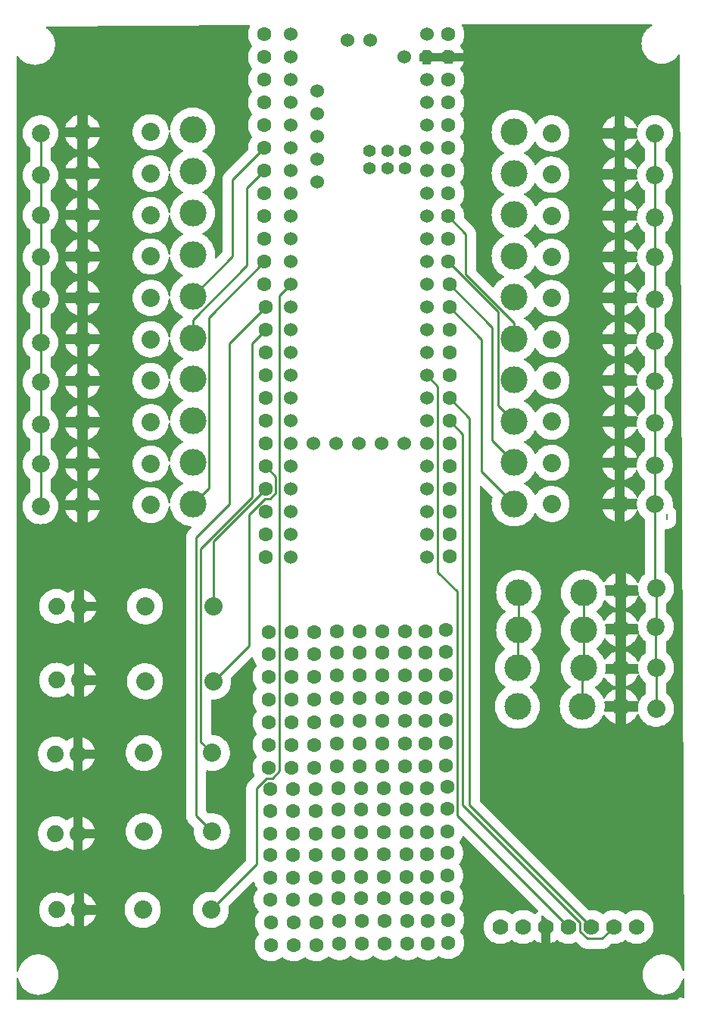
<source format=gtl>
G04 Layer: TopLayer*
G04 EasyEDA v6.5.48, 2025-03-27 00:42:13*
G04 263b490ed21644e2b7ecd1de9e176e96,d43077cf4c39487bac85c1b17e246763,10*
G04 Gerber Generator version 0.2*
G04 Scale: 100 percent, Rotated: No, Reflected: No *
G04 Dimensions in millimeters *
G04 leading zeros omitted , absolute positions ,4 integer and 5 decimal *
%FSLAX45Y45*%
%MOMM*%

%ADD10C,0.2540*%
%ADD11C,3.0000*%
%ADD12C,1.8796*%
%ADD13C,1.5240*%
%ADD14C,1.4000*%
%ADD15C,2.0320*%
%ADD16C,1.7780*%
%ADD17C,1.6000*%
%ADD18C,2.0230*%
%ADD19C,2.0000*%
%ADD20C,2.0340*%
%ADD21C,0.0121*%

%LPD*%
G36*
X1394460Y-1358392D02*
G01*
X1390548Y-1357630D01*
X1387297Y-1355394D01*
X1385062Y-1352143D01*
X1384300Y-1348232D01*
X1384300Y-1125016D01*
X1385163Y-1120902D01*
X1387602Y-1117498D01*
X1391208Y-1115364D01*
X1395374Y-1114856D01*
X1399387Y-1116126D01*
X1402588Y-1118870D01*
X1404366Y-1122680D01*
X1408734Y-1141222D01*
X1415338Y-1160983D01*
X1423720Y-1180033D01*
X1433880Y-1198219D01*
X1445666Y-1215390D01*
X1458976Y-1231392D01*
X1473708Y-1246124D01*
X1489710Y-1259433D01*
X1506880Y-1271219D01*
X1525066Y-1281379D01*
X1544116Y-1289761D01*
X1563878Y-1296365D01*
X1584147Y-1301140D01*
X1604772Y-1304036D01*
X1625600Y-1305001D01*
X1646428Y-1304036D01*
X1667052Y-1301140D01*
X1687322Y-1296365D01*
X1707083Y-1289761D01*
X1726133Y-1281379D01*
X1744319Y-1271219D01*
X1761489Y-1259433D01*
X1777492Y-1246124D01*
X1792224Y-1231392D01*
X1805533Y-1215390D01*
X1817319Y-1198219D01*
X1827479Y-1180033D01*
X1835861Y-1160983D01*
X1842465Y-1141222D01*
X1847240Y-1120952D01*
X1850136Y-1100328D01*
X1851101Y-1079500D01*
X1850136Y-1058672D01*
X1847240Y-1038047D01*
X1842465Y-1017778D01*
X1835861Y-998016D01*
X1827479Y-978966D01*
X1817319Y-960780D01*
X1805533Y-943610D01*
X1792224Y-927608D01*
X1777492Y-912876D01*
X1761489Y-899566D01*
X1744319Y-887780D01*
X1726133Y-877620D01*
X1707083Y-869238D01*
X1687322Y-862634D01*
X1667052Y-857859D01*
X1646428Y-854964D01*
X1625600Y-853998D01*
X1604772Y-854964D01*
X1584147Y-857859D01*
X1563878Y-862634D01*
X1544116Y-869238D01*
X1525066Y-877620D01*
X1506880Y-887780D01*
X1489710Y-899566D01*
X1473708Y-912876D01*
X1458976Y-927608D01*
X1445666Y-943610D01*
X1433880Y-960780D01*
X1423720Y-978966D01*
X1415338Y-998016D01*
X1408734Y-1017778D01*
X1404366Y-1036319D01*
X1402588Y-1040130D01*
X1399387Y-1042873D01*
X1395374Y-1044143D01*
X1391208Y-1043635D01*
X1387602Y-1041501D01*
X1385163Y-1038098D01*
X1384300Y-1033983D01*
X1384300Y9174327D01*
X1385214Y9178493D01*
X1387754Y9181947D01*
X1391462Y9184030D01*
X1395730Y9184436D01*
X1399743Y9183014D01*
X1402842Y9180068D01*
X1407566Y9173210D01*
X1420876Y9157208D01*
X1435608Y9142476D01*
X1451610Y9129166D01*
X1468780Y9117380D01*
X1486966Y9107220D01*
X1506016Y9098838D01*
X1525778Y9092234D01*
X1546047Y9087459D01*
X1566672Y9084564D01*
X1587500Y9083598D01*
X1608328Y9084564D01*
X1628952Y9087459D01*
X1649222Y9092234D01*
X1668983Y9098838D01*
X1688033Y9107220D01*
X1706219Y9117380D01*
X1723389Y9129166D01*
X1739392Y9142476D01*
X1754124Y9157208D01*
X1767433Y9173210D01*
X1779219Y9190380D01*
X1789379Y9208566D01*
X1797761Y9227616D01*
X1804365Y9247378D01*
X1809140Y9267647D01*
X1812036Y9288272D01*
X1813001Y9309100D01*
X1812036Y9329928D01*
X1809140Y9350552D01*
X1804365Y9370822D01*
X1797761Y9390583D01*
X1789379Y9409633D01*
X1779219Y9427819D01*
X1767433Y9444990D01*
X1754124Y9460992D01*
X1739392Y9475724D01*
X1723389Y9489033D01*
X1714246Y9495332D01*
X1711299Y9498431D01*
X1709877Y9502444D01*
X1710283Y9506661D01*
X1712366Y9510420D01*
X1715770Y9512960D01*
X1719935Y9513874D01*
X3985971Y9525254D01*
X3990086Y9524441D01*
X3993540Y9521952D01*
X3995674Y9518294D01*
X3996131Y9514128D01*
X3994861Y9510115D01*
X3991457Y9504121D01*
X3983990Y9487052D01*
X3978351Y9469374D01*
X3974541Y9451187D01*
X3972661Y9432696D01*
X3972661Y9414103D01*
X3974541Y9395612D01*
X3978351Y9377426D01*
X3983990Y9359747D01*
X3991457Y9342678D01*
X4000601Y9326524D01*
X4011371Y9311386D01*
X4018635Y9303105D01*
X4020515Y9300006D01*
X4021175Y9296400D01*
X4020515Y9292793D01*
X4018635Y9289694D01*
X4011371Y9281414D01*
X4000601Y9266275D01*
X3991457Y9250121D01*
X3983990Y9233052D01*
X3978351Y9215374D01*
X3974541Y9197187D01*
X3972661Y9178696D01*
X3972661Y9160103D01*
X3974541Y9141612D01*
X3978351Y9123426D01*
X3983990Y9105747D01*
X3991457Y9088678D01*
X4000601Y9072524D01*
X4011371Y9057386D01*
X4018635Y9049105D01*
X4020515Y9046006D01*
X4021175Y9042400D01*
X4020515Y9038793D01*
X4018635Y9035694D01*
X4011371Y9027414D01*
X4000601Y9012275D01*
X3991457Y8996121D01*
X3983990Y8979052D01*
X3978351Y8961374D01*
X3974541Y8943187D01*
X3972661Y8924696D01*
X3972661Y8906103D01*
X3974541Y8887612D01*
X3978351Y8869426D01*
X3983990Y8851747D01*
X3991457Y8834678D01*
X4000601Y8818524D01*
X4011371Y8803386D01*
X4018635Y8795105D01*
X4020515Y8792006D01*
X4021175Y8788400D01*
X4020515Y8784793D01*
X4018635Y8781694D01*
X4011371Y8773414D01*
X4000601Y8758275D01*
X3991457Y8742121D01*
X3983990Y8725052D01*
X3978351Y8707374D01*
X3974541Y8689187D01*
X3972661Y8670696D01*
X3972661Y8652103D01*
X3974541Y8633612D01*
X3978351Y8615426D01*
X3983990Y8597747D01*
X3991457Y8580678D01*
X4000601Y8564524D01*
X4011371Y8549386D01*
X4018635Y8541105D01*
X4020515Y8538006D01*
X4021175Y8534400D01*
X4020515Y8530793D01*
X4018635Y8527694D01*
X4011371Y8519414D01*
X4000601Y8504275D01*
X3991457Y8488121D01*
X3983990Y8471052D01*
X3978351Y8453374D01*
X3974541Y8435187D01*
X3972661Y8416696D01*
X3972661Y8398103D01*
X3974541Y8379612D01*
X3978351Y8361425D01*
X3983990Y8343747D01*
X3991457Y8326678D01*
X4000601Y8310524D01*
X4011371Y8295386D01*
X4018635Y8287105D01*
X4020515Y8284006D01*
X4021175Y8280400D01*
X4020515Y8276793D01*
X4018635Y8273694D01*
X4011371Y8265414D01*
X4000601Y8250275D01*
X3991457Y8234121D01*
X3983990Y8217052D01*
X3978351Y8199374D01*
X3974541Y8181187D01*
X3972661Y8162696D01*
X3972661Y8144103D01*
X3973169Y8139074D01*
X3972610Y8134603D01*
X3970223Y8130844D01*
X3716426Y7876946D01*
X3709263Y7868564D01*
X3707333Y7865973D01*
X3701287Y7856829D01*
X3694887Y7844129D01*
X3693617Y7841132D01*
X3690061Y7830769D01*
X3689197Y7827619D01*
X3687013Y7816850D01*
X3686556Y7813649D01*
X3685692Y7802727D01*
X3685641Y6996684D01*
X3684828Y6992823D01*
X3682644Y6989521D01*
X3618534Y6925411D01*
X3615029Y6923125D01*
X3610914Y6922465D01*
X3606850Y6923481D01*
X3603548Y6926072D01*
X3601618Y6929780D01*
X3601262Y6933946D01*
X3602329Y6942023D01*
X3603294Y6963816D01*
X3602329Y6985660D01*
X3599484Y7007352D01*
X3594760Y7028688D01*
X3588207Y7049516D01*
X3579825Y7069683D01*
X3569715Y7089089D01*
X3557981Y7107529D01*
X3544671Y7124852D01*
X3529939Y7140956D01*
X3513836Y7155738D01*
X3496462Y7169048D01*
X3478072Y7180783D01*
X3466185Y7186930D01*
X3462832Y7189774D01*
X3460953Y7193737D01*
X3460953Y7198156D01*
X3462832Y7202170D01*
X3466185Y7204964D01*
X3478072Y7211161D01*
X3496462Y7222896D01*
X3513836Y7236206D01*
X3529939Y7250938D01*
X3544671Y7267092D01*
X3557981Y7284415D01*
X3569715Y7302855D01*
X3579825Y7322210D01*
X3588207Y7342428D01*
X3594760Y7363256D01*
X3599484Y7384592D01*
X3602329Y7406233D01*
X3603294Y7428077D01*
X3602329Y7449921D01*
X3599484Y7471562D01*
X3594760Y7492898D01*
X3588207Y7513777D01*
X3579825Y7533944D01*
X3569715Y7553350D01*
X3557981Y7571790D01*
X3544671Y7589113D01*
X3529939Y7605217D01*
X3513836Y7620000D01*
X3496462Y7633258D01*
X3478072Y7645044D01*
X3466185Y7651191D01*
X3462832Y7654036D01*
X3460953Y7657998D01*
X3460953Y7662418D01*
X3462832Y7666380D01*
X3466185Y7669225D01*
X3478072Y7675422D01*
X3496462Y7687157D01*
X3513836Y7700467D01*
X3529939Y7715199D01*
X3544671Y7731302D01*
X3557981Y7748676D01*
X3569715Y7767116D01*
X3579825Y7786471D01*
X3588207Y7806690D01*
X3594760Y7827518D01*
X3599484Y7848853D01*
X3602329Y7870494D01*
X3603294Y7892338D01*
X3602329Y7914182D01*
X3599484Y7935823D01*
X3594760Y7957159D01*
X3588207Y7978038D01*
X3579825Y7998206D01*
X3569715Y8017611D01*
X3557981Y8036001D01*
X3544671Y8053374D01*
X3529939Y8069478D01*
X3513836Y8084261D01*
X3496462Y8097520D01*
X3478072Y8109305D01*
X3466185Y8115452D01*
X3462832Y8118297D01*
X3460953Y8122259D01*
X3460953Y8126679D01*
X3462832Y8130641D01*
X3466185Y8133486D01*
X3478072Y8139684D01*
X3496462Y8151418D01*
X3513836Y8164728D01*
X3529939Y8179460D01*
X3544671Y8195564D01*
X3557981Y8212937D01*
X3569715Y8231327D01*
X3579825Y8250732D01*
X3588207Y8270900D01*
X3594760Y8291779D01*
X3599484Y8313115D01*
X3602329Y8334756D01*
X3603294Y8356600D01*
X3602329Y8378444D01*
X3599484Y8400084D01*
X3594760Y8421420D01*
X3588207Y8442299D01*
X3579825Y8462467D01*
X3569715Y8481872D01*
X3557981Y8500262D01*
X3544671Y8517636D01*
X3529939Y8533739D01*
X3513836Y8548471D01*
X3496462Y8561781D01*
X3478072Y8573516D01*
X3458667Y8583625D01*
X3438499Y8592007D01*
X3417620Y8598560D01*
X3396284Y8603284D01*
X3374644Y8606129D01*
X3352800Y8607094D01*
X3330956Y8606129D01*
X3309315Y8603284D01*
X3287979Y8598560D01*
X3267100Y8592007D01*
X3246932Y8583625D01*
X3227527Y8573516D01*
X3209137Y8561781D01*
X3191764Y8548471D01*
X3175660Y8533739D01*
X3160928Y8517636D01*
X3147618Y8500262D01*
X3135884Y8481872D01*
X3125774Y8462467D01*
X3117392Y8442299D01*
X3110839Y8421420D01*
X3106115Y8400084D01*
X3103270Y8378444D01*
X3102610Y8363153D01*
X3101492Y8359038D01*
X3098850Y8355736D01*
X3095040Y8353806D01*
X3090824Y8353552D01*
X3086862Y8355126D01*
X3083864Y8358124D01*
X3082391Y8362137D01*
X3081223Y8370011D01*
X3076549Y8389010D01*
X3070098Y8407400D01*
X3061868Y8425129D01*
X3051962Y8441944D01*
X3040481Y8457742D01*
X3027527Y8472373D01*
X3013202Y8485682D01*
X2997708Y8497519D01*
X2981096Y8507831D01*
X2963621Y8516467D01*
X2945333Y8523427D01*
X2926486Y8528558D01*
X2907284Y8531809D01*
X2887776Y8533231D01*
X2868269Y8532774D01*
X2848864Y8530386D01*
X2829814Y8526221D01*
X2811221Y8520176D01*
X2793339Y8512352D01*
X2776270Y8502853D01*
X2760218Y8491778D01*
X2745282Y8479180D01*
X2731617Y8465210D01*
X2719425Y8449970D01*
X2708706Y8433663D01*
X2699613Y8416340D01*
X2692247Y8398256D01*
X2686659Y8379561D01*
X2682900Y8360409D01*
X2681020Y8340953D01*
X2681020Y8321446D01*
X2682900Y8301990D01*
X2686659Y8282838D01*
X2692247Y8264144D01*
X2699613Y8246059D01*
X2708706Y8228736D01*
X2719425Y8212429D01*
X2731617Y8197189D01*
X2745282Y8183219D01*
X2760218Y8170621D01*
X2776270Y8159546D01*
X2793339Y8150047D01*
X2811221Y8142224D01*
X2829814Y8136178D01*
X2848864Y8132013D01*
X2868269Y8129625D01*
X2887776Y8129168D01*
X2907284Y8130590D01*
X2926486Y8133842D01*
X2945333Y8138972D01*
X2963621Y8145932D01*
X2981096Y8154568D01*
X2997708Y8164880D01*
X3013202Y8176717D01*
X3027527Y8190026D01*
X3040481Y8204657D01*
X3051962Y8220456D01*
X3061868Y8237270D01*
X3070098Y8255000D01*
X3076549Y8273389D01*
X3081223Y8292388D01*
X3084068Y8311692D01*
X3084576Y8322309D01*
X3085642Y8326424D01*
X3088335Y8329726D01*
X3092196Y8331657D01*
X3096412Y8331809D01*
X3100374Y8330234D01*
X3103372Y8327136D01*
X3104794Y8323122D01*
X3106115Y8313115D01*
X3110839Y8291779D01*
X3117392Y8270900D01*
X3125774Y8250732D01*
X3135884Y8231327D01*
X3147618Y8212937D01*
X3160928Y8195564D01*
X3175660Y8179460D01*
X3191764Y8164728D01*
X3209137Y8151418D01*
X3227527Y8139684D01*
X3239414Y8133486D01*
X3242767Y8130641D01*
X3244646Y8126679D01*
X3244646Y8122259D01*
X3242767Y8118297D01*
X3239414Y8115452D01*
X3227527Y8109305D01*
X3209137Y8097520D01*
X3191764Y8084261D01*
X3175660Y8069478D01*
X3160928Y8053374D01*
X3147618Y8036001D01*
X3135884Y8017611D01*
X3125774Y7998206D01*
X3117392Y7978038D01*
X3110839Y7957159D01*
X3106115Y7935823D01*
X3103270Y7914182D01*
X3102660Y7899958D01*
X3101543Y7895844D01*
X3098901Y7892542D01*
X3095091Y7890611D01*
X3090875Y7890408D01*
X3086912Y7891932D01*
X3083915Y7894980D01*
X3082442Y7898942D01*
X3081223Y7907172D01*
X3076549Y7926120D01*
X3070098Y7944561D01*
X3061868Y7962290D01*
X3051962Y7979105D01*
X3040481Y7994903D01*
X3027527Y8009534D01*
X3013202Y8022844D01*
X2997708Y8034680D01*
X2981096Y8044992D01*
X2963621Y8053628D01*
X2945333Y8060537D01*
X2926486Y8065668D01*
X2907284Y8068970D01*
X2887776Y8070392D01*
X2868269Y8069935D01*
X2848864Y8067548D01*
X2829814Y8063331D01*
X2811221Y8057337D01*
X2793339Y8049514D01*
X2776270Y8040014D01*
X2760218Y8028940D01*
X2745282Y8016341D01*
X2731617Y8002371D01*
X2719425Y7987131D01*
X2708706Y7970824D01*
X2699613Y7953502D01*
X2692247Y7935417D01*
X2686659Y7916722D01*
X2682900Y7897571D01*
X2681020Y7878114D01*
X2681020Y7858607D01*
X2682900Y7839151D01*
X2686659Y7819999D01*
X2692247Y7801254D01*
X2699613Y7783169D01*
X2708706Y7765897D01*
X2719425Y7749590D01*
X2731617Y7734350D01*
X2745282Y7720380D01*
X2760218Y7707782D01*
X2776270Y7696657D01*
X2793339Y7687208D01*
X2811221Y7679385D01*
X2829814Y7673340D01*
X2848864Y7669123D01*
X2868269Y7666786D01*
X2887776Y7666329D01*
X2907284Y7667752D01*
X2926486Y7671003D01*
X2945333Y7676134D01*
X2963621Y7683093D01*
X2981096Y7691729D01*
X2997708Y7702042D01*
X3013202Y7713878D01*
X3027527Y7727188D01*
X3040481Y7741818D01*
X3051962Y7757617D01*
X3061868Y7774431D01*
X3070098Y7792161D01*
X3076549Y7810550D01*
X3081223Y7829550D01*
X3084068Y7848853D01*
X3084525Y7858404D01*
X3085592Y7862570D01*
X3088284Y7865872D01*
X3092145Y7867751D01*
X3096361Y7867954D01*
X3100324Y7866380D01*
X3103321Y7863281D01*
X3104743Y7859268D01*
X3106115Y7848853D01*
X3110839Y7827518D01*
X3117392Y7806690D01*
X3125774Y7786471D01*
X3135884Y7767116D01*
X3147618Y7748676D01*
X3160928Y7731302D01*
X3175660Y7715199D01*
X3191764Y7700467D01*
X3209137Y7687157D01*
X3227527Y7675422D01*
X3239414Y7669225D01*
X3242767Y7666380D01*
X3244646Y7662418D01*
X3244646Y7657998D01*
X3242767Y7654036D01*
X3239414Y7651191D01*
X3227527Y7645044D01*
X3209137Y7633258D01*
X3191764Y7620000D01*
X3175660Y7605217D01*
X3160928Y7589113D01*
X3147618Y7571790D01*
X3135884Y7553350D01*
X3125774Y7533944D01*
X3117392Y7513777D01*
X3110839Y7492898D01*
X3106115Y7471562D01*
X3103270Y7449921D01*
X3102660Y7436815D01*
X3101594Y7432700D01*
X3098952Y7429398D01*
X3095142Y7427468D01*
X3090926Y7427214D01*
X3086963Y7428788D01*
X3083966Y7431786D01*
X3082493Y7435799D01*
X3081223Y7444333D01*
X3076549Y7463281D01*
X3070098Y7481722D01*
X3061868Y7499451D01*
X3051962Y7516266D01*
X3040481Y7532065D01*
X3027527Y7546695D01*
X3013202Y7559954D01*
X2997708Y7571841D01*
X2981096Y7582153D01*
X2963621Y7590790D01*
X2945333Y7597698D01*
X2926486Y7602829D01*
X2907284Y7606131D01*
X2887776Y7607553D01*
X2868269Y7607096D01*
X2848864Y7604709D01*
X2829814Y7600492D01*
X2811221Y7594498D01*
X2793339Y7586675D01*
X2776270Y7577175D01*
X2760218Y7566101D01*
X2745282Y7553502D01*
X2731617Y7539532D01*
X2719425Y7524292D01*
X2708706Y7507986D01*
X2699613Y7490663D01*
X2692247Y7472578D01*
X2686659Y7453884D01*
X2682900Y7434732D01*
X2681020Y7415275D01*
X2681020Y7395768D01*
X2682900Y7376312D01*
X2686659Y7357160D01*
X2692247Y7338415D01*
X2699613Y7320330D01*
X2708706Y7303058D01*
X2719425Y7286701D01*
X2731617Y7271512D01*
X2745282Y7257542D01*
X2760218Y7244943D01*
X2776270Y7233818D01*
X2793339Y7224369D01*
X2811221Y7216546D01*
X2829814Y7210501D01*
X2848864Y7206284D01*
X2868269Y7203948D01*
X2887776Y7203490D01*
X2907284Y7204913D01*
X2926486Y7208164D01*
X2945333Y7213295D01*
X2963621Y7220254D01*
X2981096Y7228890D01*
X2997708Y7239203D01*
X3013202Y7251039D01*
X3027527Y7264349D01*
X3040481Y7278979D01*
X3051962Y7294778D01*
X3061868Y7311593D01*
X3070098Y7329322D01*
X3076549Y7347712D01*
X3081223Y7366660D01*
X3084068Y7386015D01*
X3084474Y7394549D01*
X3085541Y7398664D01*
X3088233Y7401966D01*
X3092094Y7403896D01*
X3096310Y7404049D01*
X3100273Y7402474D01*
X3103270Y7399426D01*
X3104692Y7395362D01*
X3106115Y7384592D01*
X3110839Y7363256D01*
X3117392Y7342428D01*
X3125774Y7322210D01*
X3135884Y7302855D01*
X3147618Y7284415D01*
X3160928Y7267092D01*
X3175660Y7250938D01*
X3191764Y7236206D01*
X3209137Y7222896D01*
X3227527Y7211161D01*
X3239414Y7204964D01*
X3242767Y7202170D01*
X3244646Y7198156D01*
X3244646Y7193737D01*
X3242767Y7189774D01*
X3239414Y7186930D01*
X3227527Y7180783D01*
X3209137Y7169048D01*
X3191764Y7155738D01*
X3175660Y7140956D01*
X3160928Y7124852D01*
X3147618Y7107529D01*
X3135884Y7089089D01*
X3125774Y7069683D01*
X3117392Y7049516D01*
X3110839Y7028688D01*
X3106115Y7007352D01*
X3103270Y6985660D01*
X3102711Y6973620D01*
X3101644Y6969506D01*
X3099003Y6966203D01*
X3095193Y6964273D01*
X3090976Y6964070D01*
X3087014Y6965594D01*
X3084017Y6968642D01*
X3082544Y6972604D01*
X3081223Y6981494D01*
X3076549Y7000443D01*
X3070098Y7018883D01*
X3061868Y7036562D01*
X3051962Y7053427D01*
X3040481Y7069226D01*
X3027527Y7083856D01*
X3013202Y7097115D01*
X2997708Y7109002D01*
X2981096Y7119315D01*
X2963621Y7127951D01*
X2945333Y7134859D01*
X2926486Y7139990D01*
X2907284Y7143292D01*
X2887776Y7144715D01*
X2868269Y7144207D01*
X2848864Y7141870D01*
X2829814Y7137653D01*
X2811221Y7131608D01*
X2793339Y7123836D01*
X2776270Y7114336D01*
X2760218Y7103262D01*
X2745282Y7090664D01*
X2731617Y7076694D01*
X2719425Y7061453D01*
X2708706Y7045096D01*
X2699613Y7027824D01*
X2692247Y7009739D01*
X2686659Y6991045D01*
X2682900Y6971842D01*
X2681020Y6952437D01*
X2681020Y6932879D01*
X2682900Y6913473D01*
X2686659Y6894322D01*
X2692247Y6875576D01*
X2699613Y6857492D01*
X2708706Y6840220D01*
X2719425Y6823862D01*
X2731617Y6808673D01*
X2745282Y6794652D01*
X2760218Y6782104D01*
X2776270Y6770979D01*
X2793339Y6761480D01*
X2811221Y6753707D01*
X2829814Y6747662D01*
X2848864Y6743446D01*
X2868269Y6741109D01*
X2887776Y6740652D01*
X2907284Y6742023D01*
X2926486Y6745325D01*
X2945333Y6750456D01*
X2963621Y6757365D01*
X2981096Y6766052D01*
X2997708Y6776364D01*
X3013202Y6788200D01*
X3027527Y6801510D01*
X3040481Y6816140D01*
X3051962Y6831939D01*
X3061868Y6848754D01*
X3070098Y6866432D01*
X3076549Y6884873D01*
X3081223Y6903821D01*
X3084068Y6923176D01*
X3084423Y6930694D01*
X3085490Y6934809D01*
X3088182Y6938111D01*
X3092043Y6940042D01*
X3096310Y6940194D01*
X3100222Y6938619D01*
X3103219Y6935520D01*
X3104642Y6931507D01*
X3106115Y6920331D01*
X3110839Y6898995D01*
X3117392Y6878167D01*
X3125774Y6857949D01*
X3135884Y6838594D01*
X3147618Y6820153D01*
X3160928Y6802831D01*
X3175660Y6786727D01*
X3191764Y6771944D01*
X3209137Y6758635D01*
X3227527Y6746900D01*
X3239414Y6740702D01*
X3242767Y6737908D01*
X3244646Y6733895D01*
X3244646Y6729526D01*
X3242767Y6725513D01*
X3239414Y6722668D01*
X3227527Y6716522D01*
X3209137Y6704787D01*
X3191764Y6691477D01*
X3175660Y6676694D01*
X3160928Y6660591D01*
X3147618Y6643268D01*
X3135884Y6624828D01*
X3125774Y6605422D01*
X3117392Y6585254D01*
X3110839Y6564426D01*
X3106115Y6543090D01*
X3103270Y6521399D01*
X3102762Y6510477D01*
X3101695Y6506362D01*
X3099054Y6503060D01*
X3095244Y6501079D01*
X3091027Y6500876D01*
X3087065Y6502450D01*
X3084068Y6505448D01*
X3082594Y6509461D01*
X3081223Y6518656D01*
X3076549Y6537604D01*
X3070098Y6556044D01*
X3061868Y6573723D01*
X3051962Y6590588D01*
X3040481Y6606387D01*
X3027527Y6620967D01*
X3013202Y6634276D01*
X2997708Y6646164D01*
X2981096Y6656425D01*
X2963621Y6665112D01*
X2945333Y6672021D01*
X2926486Y6677152D01*
X2907284Y6680453D01*
X2887776Y6681876D01*
X2868269Y6681368D01*
X2848864Y6679031D01*
X2829814Y6674815D01*
X2811221Y6668770D01*
X2793339Y6660997D01*
X2776270Y6651498D01*
X2760218Y6640423D01*
X2745282Y6627825D01*
X2731617Y6613855D01*
X2719425Y6598615D01*
X2708706Y6582257D01*
X2699613Y6564985D01*
X2692247Y6546900D01*
X2686659Y6528206D01*
X2682900Y6509004D01*
X2681020Y6489598D01*
X2681020Y6470040D01*
X2682900Y6450634D01*
X2686659Y6431432D01*
X2692247Y6412738D01*
X2699613Y6394653D01*
X2708706Y6377381D01*
X2719425Y6361023D01*
X2731617Y6345783D01*
X2745282Y6331813D01*
X2760218Y6319266D01*
X2776270Y6308140D01*
X2793339Y6298641D01*
X2811221Y6290868D01*
X2829814Y6284823D01*
X2848864Y6280607D01*
X2868269Y6278270D01*
X2887776Y6277762D01*
X2907284Y6279184D01*
X2926486Y6282486D01*
X2945333Y6287617D01*
X2963621Y6294526D01*
X2981096Y6303213D01*
X2997708Y6313474D01*
X3013202Y6325362D01*
X3027527Y6338671D01*
X3040481Y6353251D01*
X3051962Y6369050D01*
X3061868Y6385915D01*
X3070098Y6403594D01*
X3076549Y6422034D01*
X3081223Y6440982D01*
X3084068Y6460337D01*
X3084372Y6466789D01*
X3085439Y6470904D01*
X3088132Y6474206D01*
X3091992Y6476136D01*
X3096260Y6476339D01*
X3100171Y6474714D01*
X3103168Y6471666D01*
X3104591Y6467652D01*
X3106115Y6456070D01*
X3110839Y6434734D01*
X3117392Y6413906D01*
X3125774Y6393688D01*
X3135884Y6374333D01*
X3147618Y6355892D01*
X3160928Y6338570D01*
X3175660Y6322466D01*
X3191764Y6307683D01*
X3209137Y6294374D01*
X3227527Y6282639D01*
X3238347Y6277051D01*
X3241040Y6274968D01*
X3242919Y6272072D01*
X3243783Y6268770D01*
X3243072Y6264046D01*
X3241192Y6260338D01*
X3237992Y6257696D01*
X3227527Y6252260D01*
X3209137Y6240526D01*
X3191764Y6227216D01*
X3175660Y6212433D01*
X3160928Y6196330D01*
X3147618Y6179007D01*
X3135884Y6160566D01*
X3125774Y6141212D01*
X3117392Y6120993D01*
X3110839Y6100165D01*
X3106115Y6078829D01*
X3103270Y6057138D01*
X3102813Y6047282D01*
X3101746Y6043168D01*
X3099104Y6039866D01*
X3095294Y6037935D01*
X3091078Y6037732D01*
X3087065Y6039256D01*
X3084118Y6042304D01*
X3082645Y6046266D01*
X3081223Y6055817D01*
X3076549Y6074765D01*
X3070098Y6093206D01*
X3061868Y6110884D01*
X3051962Y6127750D01*
X3040481Y6143548D01*
X3027527Y6158128D01*
X3013202Y6171438D01*
X2997708Y6183274D01*
X2981096Y6193586D01*
X2963621Y6202273D01*
X2945333Y6209182D01*
X2926486Y6214313D01*
X2907284Y6217615D01*
X2887776Y6219037D01*
X2868269Y6218529D01*
X2848864Y6216192D01*
X2829814Y6211976D01*
X2811221Y6205931D01*
X2793339Y6198158D01*
X2776270Y6188659D01*
X2760218Y6177534D01*
X2745282Y6164986D01*
X2731617Y6151016D01*
X2719425Y6135776D01*
X2708706Y6119418D01*
X2699613Y6102146D01*
X2692247Y6084062D01*
X2686659Y6065367D01*
X2682900Y6046165D01*
X2681020Y6026759D01*
X2681020Y6007201D01*
X2682900Y5987796D01*
X2686659Y5968593D01*
X2692247Y5949899D01*
X2699613Y5931814D01*
X2708706Y5914542D01*
X2719425Y5898184D01*
X2731617Y5882944D01*
X2745282Y5868974D01*
X2760218Y5856376D01*
X2776270Y5845302D01*
X2793339Y5835802D01*
X2811221Y5828030D01*
X2829814Y5821984D01*
X2848864Y5817768D01*
X2868269Y5815431D01*
X2887776Y5814923D01*
X2907284Y5816346D01*
X2926486Y5819648D01*
X2945333Y5824778D01*
X2963621Y5831687D01*
X2981096Y5840374D01*
X2997708Y5850636D01*
X3013202Y5862523D01*
X3027527Y5875832D01*
X3040481Y5890412D01*
X3051962Y5906211D01*
X3061868Y5923076D01*
X3070098Y5940755D01*
X3076549Y5959195D01*
X3081223Y5978144D01*
X3084068Y5997448D01*
X3084322Y6002934D01*
X3085388Y6007049D01*
X3088081Y6010351D01*
X3091942Y6012281D01*
X3096209Y6012434D01*
X3100171Y6010859D01*
X3103118Y6007760D01*
X3104540Y6003747D01*
X3106115Y5991809D01*
X3110839Y5970473D01*
X3117392Y5949645D01*
X3125774Y5929477D01*
X3135884Y5910072D01*
X3147618Y5891631D01*
X3160928Y5874308D01*
X3175660Y5858205D01*
X3191764Y5843422D01*
X3209137Y5830112D01*
X3227527Y5818378D01*
X3239414Y5812180D01*
X3242767Y5809386D01*
X3244646Y5805373D01*
X3244646Y5801004D01*
X3242767Y5796991D01*
X3239414Y5794197D01*
X3227527Y5787999D01*
X3209137Y5776264D01*
X3191764Y5762955D01*
X3175660Y5748172D01*
X3160928Y5732068D01*
X3147618Y5714746D01*
X3135884Y5696305D01*
X3125774Y5676950D01*
X3117392Y5656732D01*
X3110839Y5635904D01*
X3106115Y5614568D01*
X3103270Y5592876D01*
X3102864Y5584139D01*
X3101797Y5580024D01*
X3099155Y5576722D01*
X3095345Y5574741D01*
X3091078Y5574538D01*
X3087116Y5576112D01*
X3084169Y5579110D01*
X3082645Y5583123D01*
X3081223Y5592978D01*
X3076549Y5611926D01*
X3070098Y5630367D01*
X3061868Y5648045D01*
X3051962Y5664860D01*
X3040481Y5680659D01*
X3027527Y5695289D01*
X3013202Y5708599D01*
X2997708Y5720435D01*
X2981096Y5730748D01*
X2963621Y5739434D01*
X2945333Y5746343D01*
X2926486Y5751474D01*
X2907284Y5754776D01*
X2887776Y5756148D01*
X2868269Y5755690D01*
X2848864Y5753354D01*
X2829814Y5749137D01*
X2811221Y5743092D01*
X2793339Y5735320D01*
X2776270Y5725820D01*
X2760218Y5714695D01*
X2745282Y5702147D01*
X2731617Y5688126D01*
X2719425Y5672937D01*
X2708706Y5656580D01*
X2699613Y5639308D01*
X2692247Y5621223D01*
X2686659Y5602478D01*
X2682900Y5583326D01*
X2681020Y5563920D01*
X2681020Y5544362D01*
X2682900Y5524957D01*
X2686659Y5505754D01*
X2692247Y5487060D01*
X2699613Y5468975D01*
X2708706Y5451703D01*
X2719425Y5435346D01*
X2731617Y5420106D01*
X2745282Y5406136D01*
X2760218Y5393537D01*
X2776270Y5382463D01*
X2793339Y5372963D01*
X2811221Y5365191D01*
X2829814Y5359146D01*
X2848864Y5354929D01*
X2868269Y5352592D01*
X2887776Y5352084D01*
X2907284Y5353507D01*
X2926486Y5356809D01*
X2945333Y5361940D01*
X2963621Y5368848D01*
X2981096Y5377484D01*
X2997708Y5387797D01*
X3013202Y5399684D01*
X3027527Y5412943D01*
X3040481Y5427573D01*
X3051962Y5443372D01*
X3061868Y5460238D01*
X3070098Y5477916D01*
X3076549Y5496356D01*
X3081223Y5515305D01*
X3084068Y5534609D01*
X3084271Y5539028D01*
X3085338Y5543143D01*
X3088081Y5546496D01*
X3091891Y5548376D01*
X3096158Y5548579D01*
X3100120Y5546953D01*
X3103067Y5543905D01*
X3104489Y5539892D01*
X3106115Y5527548D01*
X3110839Y5506212D01*
X3117392Y5485384D01*
X3125774Y5465216D01*
X3135884Y5445810D01*
X3147618Y5427370D01*
X3160928Y5410047D01*
X3175660Y5393944D01*
X3191764Y5379161D01*
X3209137Y5365851D01*
X3227527Y5354116D01*
X3239414Y5347970D01*
X3242767Y5345125D01*
X3244646Y5341162D01*
X3244646Y5336743D01*
X3242767Y5332730D01*
X3239414Y5329936D01*
X3227527Y5323738D01*
X3209137Y5312003D01*
X3191764Y5298694D01*
X3175660Y5283962D01*
X3160928Y5267807D01*
X3147618Y5250484D01*
X3135884Y5232044D01*
X3125774Y5212689D01*
X3117392Y5192471D01*
X3110839Y5171643D01*
X3106115Y5150307D01*
X3103270Y5128666D01*
X3102914Y5120944D01*
X3101848Y5116830D01*
X3099206Y5113528D01*
X3095396Y5111597D01*
X3091129Y5111394D01*
X3087166Y5112918D01*
X3084220Y5115966D01*
X3082696Y5119928D01*
X3081223Y5130139D01*
X3076549Y5149088D01*
X3070098Y5167477D01*
X3061868Y5185206D01*
X3051962Y5202021D01*
X3040481Y5217820D01*
X3027527Y5232450D01*
X3013202Y5245760D01*
X2997708Y5257596D01*
X2981096Y5267909D01*
X2963621Y5276545D01*
X2945333Y5283504D01*
X2926486Y5288635D01*
X2907284Y5291886D01*
X2887776Y5293309D01*
X2868269Y5292852D01*
X2848864Y5290515D01*
X2829814Y5286298D01*
X2811221Y5280253D01*
X2793339Y5272430D01*
X2776270Y5262981D01*
X2760218Y5251856D01*
X2745282Y5239258D01*
X2731617Y5225288D01*
X2719425Y5210098D01*
X2708706Y5193741D01*
X2699613Y5176469D01*
X2692247Y5158384D01*
X2686659Y5139639D01*
X2682900Y5120487D01*
X2681020Y5101031D01*
X2681020Y5081524D01*
X2682900Y5062067D01*
X2686659Y5042916D01*
X2692247Y5024221D01*
X2699613Y5006136D01*
X2708706Y4988814D01*
X2719425Y4972507D01*
X2731617Y4957267D01*
X2745282Y4943297D01*
X2760218Y4930698D01*
X2776270Y4919624D01*
X2793339Y4910124D01*
X2811221Y4902301D01*
X2829814Y4896307D01*
X2848864Y4892090D01*
X2868269Y4889703D01*
X2887776Y4889246D01*
X2907284Y4890668D01*
X2926486Y4893970D01*
X2945333Y4899101D01*
X2963621Y4906010D01*
X2981096Y4914646D01*
X2997708Y4924958D01*
X3013202Y4936845D01*
X3027527Y4950104D01*
X3040481Y4964734D01*
X3051962Y4980533D01*
X3061868Y4997348D01*
X3070098Y5015077D01*
X3076549Y5033518D01*
X3081223Y5052466D01*
X3084068Y5071770D01*
X3084220Y5075174D01*
X3085338Y5079288D01*
X3088030Y5082590D01*
X3091840Y5084521D01*
X3096107Y5084673D01*
X3100070Y5083098D01*
X3103016Y5080000D01*
X3104438Y5075986D01*
X3106115Y5063337D01*
X3110839Y5042001D01*
X3117392Y5021122D01*
X3125774Y5000955D01*
X3135884Y4981549D01*
X3147618Y4963109D01*
X3160928Y4945786D01*
X3175660Y4929682D01*
X3191764Y4914900D01*
X3209137Y4901641D01*
X3227527Y4889855D01*
X3239414Y4883708D01*
X3242767Y4880864D01*
X3244646Y4876901D01*
X3244646Y4872482D01*
X3242767Y4868519D01*
X3239414Y4865674D01*
X3227527Y4859477D01*
X3209137Y4847742D01*
X3191764Y4834432D01*
X3175660Y4819700D01*
X3160928Y4803597D01*
X3147618Y4786223D01*
X3135884Y4767783D01*
X3125774Y4748428D01*
X3117392Y4728210D01*
X3110839Y4707382D01*
X3106115Y4686046D01*
X3103270Y4664405D01*
X3102965Y4657801D01*
X3101898Y4653686D01*
X3099257Y4650384D01*
X3095447Y4648403D01*
X3091180Y4648200D01*
X3087217Y4649774D01*
X3084271Y4652772D01*
X3082747Y4656785D01*
X3081223Y4667250D01*
X3076549Y4686249D01*
X3070098Y4704638D01*
X3061868Y4722368D01*
X3051962Y4739182D01*
X3040481Y4754981D01*
X3027527Y4769612D01*
X3013202Y4782921D01*
X2997708Y4794758D01*
X2981096Y4805070D01*
X2963621Y4813706D01*
X2945333Y4820666D01*
X2926486Y4825796D01*
X2907284Y4829048D01*
X2887776Y4830470D01*
X2868269Y4830013D01*
X2848864Y4827676D01*
X2829814Y4823460D01*
X2811221Y4817414D01*
X2793339Y4809591D01*
X2776270Y4800142D01*
X2760218Y4789017D01*
X2745282Y4776419D01*
X2731617Y4762449D01*
X2719425Y4747209D01*
X2708706Y4730902D01*
X2699613Y4713630D01*
X2692247Y4695545D01*
X2686659Y4676800D01*
X2682900Y4657648D01*
X2681020Y4638192D01*
X2681020Y4618685D01*
X2682900Y4599228D01*
X2686659Y4580077D01*
X2692247Y4561382D01*
X2699613Y4543298D01*
X2708706Y4525975D01*
X2719425Y4509668D01*
X2731617Y4494428D01*
X2745282Y4480458D01*
X2760218Y4467860D01*
X2776270Y4456785D01*
X2793339Y4447286D01*
X2811221Y4439462D01*
X2829814Y4433468D01*
X2848864Y4429252D01*
X2868269Y4426864D01*
X2887776Y4426407D01*
X2907284Y4427829D01*
X2926486Y4431131D01*
X2945333Y4436262D01*
X2963621Y4443171D01*
X2981096Y4451807D01*
X2997708Y4462119D01*
X3013202Y4473956D01*
X3027527Y4487265D01*
X3040481Y4501896D01*
X3051962Y4517694D01*
X3061868Y4534509D01*
X3070098Y4552238D01*
X3076549Y4570679D01*
X3081223Y4589627D01*
X3084068Y4608931D01*
X3084169Y4611268D01*
X3085287Y4615434D01*
X3087979Y4618736D01*
X3091789Y4620615D01*
X3096056Y4620818D01*
X3100019Y4619244D01*
X3102965Y4616145D01*
X3104388Y4612132D01*
X3106115Y4599076D01*
X3110839Y4577740D01*
X3117392Y4556861D01*
X3125774Y4536694D01*
X3135884Y4517288D01*
X3147618Y4498898D01*
X3160928Y4481525D01*
X3175660Y4465421D01*
X3191764Y4450638D01*
X3209137Y4437380D01*
X3227527Y4425594D01*
X3239414Y4419447D01*
X3242767Y4416602D01*
X3244646Y4412640D01*
X3244646Y4408220D01*
X3242767Y4404258D01*
X3239414Y4401413D01*
X3227527Y4395216D01*
X3209137Y4383481D01*
X3191764Y4370171D01*
X3175660Y4355439D01*
X3160928Y4339336D01*
X3147618Y4321962D01*
X3135884Y4303572D01*
X3125774Y4284167D01*
X3117392Y4263999D01*
X3110839Y4243120D01*
X3106115Y4221784D01*
X3103270Y4200144D01*
X3103016Y4194606D01*
X3101949Y4190492D01*
X3099257Y4187190D01*
X3095498Y4185259D01*
X3091230Y4185056D01*
X3087268Y4186580D01*
X3084271Y4189628D01*
X3082798Y4193590D01*
X3081223Y4204411D01*
X3076549Y4223410D01*
X3070098Y4241800D01*
X3061868Y4259529D01*
X3051962Y4276344D01*
X3040481Y4292142D01*
X3027527Y4306773D01*
X3013202Y4320082D01*
X2997708Y4331919D01*
X2981096Y4342231D01*
X2963621Y4350867D01*
X2945333Y4357827D01*
X2926486Y4362958D01*
X2907284Y4366209D01*
X2887776Y4367631D01*
X2868269Y4367174D01*
X2848864Y4364786D01*
X2829814Y4360621D01*
X2811221Y4354576D01*
X2793339Y4346752D01*
X2776270Y4337253D01*
X2760218Y4326178D01*
X2745282Y4313580D01*
X2731617Y4299610D01*
X2719425Y4284370D01*
X2708706Y4268063D01*
X2699613Y4250740D01*
X2692247Y4232656D01*
X2686659Y4213961D01*
X2682900Y4194810D01*
X2681020Y4175353D01*
X2681020Y4155846D01*
X2682900Y4136390D01*
X2686659Y4117238D01*
X2692247Y4098544D01*
X2699613Y4080459D01*
X2708706Y4063136D01*
X2719425Y4046829D01*
X2731617Y4031589D01*
X2745282Y4017619D01*
X2760218Y4005021D01*
X2776270Y3993946D01*
X2793339Y3984447D01*
X2811221Y3976624D01*
X2829814Y3970578D01*
X2848864Y3966413D01*
X2868269Y3964025D01*
X2887776Y3963568D01*
X2907284Y3964990D01*
X2926486Y3968242D01*
X2945333Y3973372D01*
X2963621Y3980332D01*
X2981096Y3988968D01*
X2997708Y3999280D01*
X3013202Y4011117D01*
X3027527Y4024426D01*
X3040481Y4039057D01*
X3051962Y4054856D01*
X3061868Y4071670D01*
X3070098Y4089400D01*
X3076549Y4107789D01*
X3081223Y4126788D01*
X3084068Y4146092D01*
X3085236Y4151528D01*
X3087928Y4154830D01*
X3091738Y4156760D01*
X3096006Y4156913D01*
X3099968Y4155338D01*
X3102914Y4152290D01*
X3104337Y4148226D01*
X3106115Y4134815D01*
X3110839Y4113479D01*
X3117392Y4092600D01*
X3125774Y4072432D01*
X3135884Y4053027D01*
X3147618Y4034637D01*
X3160928Y4017264D01*
X3175660Y4001160D01*
X3191764Y3986428D01*
X3209137Y3973118D01*
X3227527Y3961384D01*
X3246932Y3951274D01*
X3267100Y3942892D01*
X3287979Y3936339D01*
X3309315Y3931615D01*
X3331514Y3928719D01*
X3335324Y3927805D01*
X3338474Y3925570D01*
X3340557Y3922268D01*
X3341268Y3918458D01*
X3340455Y3914648D01*
X3338271Y3911396D01*
X3308502Y3881526D01*
X3301339Y3873144D01*
X3299409Y3870553D01*
X3293364Y3861358D01*
X3291789Y3858564D01*
X3286912Y3848658D01*
X3285693Y3845712D01*
X3282137Y3835298D01*
X3281273Y3832199D01*
X3279038Y3821429D01*
X3277768Y3807256D01*
X3277768Y695096D01*
X3278632Y684174D01*
X3279089Y680923D01*
X3281273Y670204D01*
X3282137Y667054D01*
X3285693Y656691D01*
X3286963Y653694D01*
X3293364Y640994D01*
X3299409Y631850D01*
X3301339Y629259D01*
X3308502Y620877D01*
X3366668Y562660D01*
X3368548Y559968D01*
X3369513Y556818D01*
X3369411Y553516D01*
X3368700Y549910D01*
X3366820Y530453D01*
X3366820Y510946D01*
X3368700Y491490D01*
X3372459Y472338D01*
X3378047Y453643D01*
X3385413Y435559D01*
X3394506Y418236D01*
X3405225Y401929D01*
X3417417Y386689D01*
X3431082Y372719D01*
X3446018Y360121D01*
X3462070Y349046D01*
X3479139Y339547D01*
X3497021Y331724D01*
X3515614Y325678D01*
X3534664Y321513D01*
X3554069Y319125D01*
X3573576Y318668D01*
X3593084Y320090D01*
X3612286Y323342D01*
X3631133Y328472D01*
X3649421Y335432D01*
X3666896Y344068D01*
X3683508Y354380D01*
X3699001Y366217D01*
X3713327Y379526D01*
X3726281Y394157D01*
X3737762Y409956D01*
X3747668Y426770D01*
X3755898Y444500D01*
X3762349Y462889D01*
X3767023Y481888D01*
X3769868Y501192D01*
X3770782Y520700D01*
X3769868Y540207D01*
X3767023Y559511D01*
X3762349Y578510D01*
X3755898Y596900D01*
X3747668Y614629D01*
X3737762Y631444D01*
X3726281Y647242D01*
X3713327Y661873D01*
X3699001Y675182D01*
X3683508Y687019D01*
X3666896Y697331D01*
X3649421Y705967D01*
X3631133Y712927D01*
X3612286Y718058D01*
X3593084Y721309D01*
X3573576Y722731D01*
X3554069Y722274D01*
X3535070Y719937D01*
X3531971Y720039D01*
X3529126Y721055D01*
X3526637Y722833D01*
X3507079Y742391D01*
X3504895Y745693D01*
X3504133Y749604D01*
X3504133Y1191869D01*
X3505098Y1196289D01*
X3507892Y1199794D01*
X3511956Y1201775D01*
X3516477Y1201826D01*
X3534664Y1197813D01*
X3554069Y1195425D01*
X3573576Y1194968D01*
X3593084Y1196390D01*
X3612286Y1199642D01*
X3631133Y1204772D01*
X3649421Y1211732D01*
X3666896Y1220368D01*
X3683508Y1230680D01*
X3699001Y1242517D01*
X3713327Y1255826D01*
X3726281Y1270457D01*
X3737762Y1286256D01*
X3747668Y1303070D01*
X3755898Y1320800D01*
X3762349Y1339189D01*
X3767023Y1358188D01*
X3769868Y1377492D01*
X3770782Y1397000D01*
X3769868Y1416507D01*
X3767023Y1435811D01*
X3762349Y1454810D01*
X3755898Y1473200D01*
X3747668Y1490929D01*
X3737762Y1507744D01*
X3726281Y1523542D01*
X3713327Y1538173D01*
X3699001Y1551482D01*
X3683508Y1563319D01*
X3666896Y1573631D01*
X3649421Y1582267D01*
X3631133Y1589227D01*
X3612286Y1594358D01*
X3593084Y1597609D01*
X3573576Y1599031D01*
X3568090Y1598879D01*
X3564128Y1599590D01*
X3560775Y1601774D01*
X3558489Y1605127D01*
X3557727Y1609039D01*
X3557727Y1985365D01*
X3558489Y1989277D01*
X3560775Y1992630D01*
X3564128Y1994814D01*
X3568090Y1995525D01*
X3586276Y1995068D01*
X3605784Y1996490D01*
X3624986Y1999742D01*
X3643833Y2004872D01*
X3662121Y2011832D01*
X3679596Y2020468D01*
X3696208Y2030780D01*
X3711701Y2042617D01*
X3726027Y2055926D01*
X3738981Y2070557D01*
X3750462Y2086356D01*
X3760368Y2103170D01*
X3768598Y2120900D01*
X3775049Y2139289D01*
X3779723Y2158288D01*
X3782568Y2177592D01*
X3783482Y2197100D01*
X3782568Y2216607D01*
X3780536Y2230374D01*
X3780586Y2233523D01*
X3781551Y2236470D01*
X3783431Y2239010D01*
X4010914Y2466492D01*
X4014520Y2468829D01*
X4018838Y2469438D01*
X4023004Y2468219D01*
X4026255Y2465324D01*
X4028033Y2461361D01*
X4029151Y2455926D01*
X4034790Y2438247D01*
X4042257Y2421178D01*
X4051401Y2405024D01*
X4062171Y2389886D01*
X4069435Y2381605D01*
X4071315Y2378506D01*
X4071975Y2374900D01*
X4071315Y2371293D01*
X4069435Y2368194D01*
X4062171Y2359914D01*
X4051401Y2344775D01*
X4042257Y2328621D01*
X4034790Y2311552D01*
X4029151Y2293874D01*
X4025341Y2275687D01*
X4023461Y2257196D01*
X4023461Y2238603D01*
X4025341Y2220112D01*
X4029151Y2201926D01*
X4034790Y2184247D01*
X4042257Y2167178D01*
X4051401Y2151024D01*
X4062171Y2135886D01*
X4069435Y2127605D01*
X4071315Y2124506D01*
X4071975Y2120900D01*
X4071315Y2117293D01*
X4069435Y2114194D01*
X4062171Y2105914D01*
X4051401Y2090775D01*
X4042257Y2074621D01*
X4034790Y2057552D01*
X4029151Y2039874D01*
X4025341Y2021687D01*
X4023461Y2003196D01*
X4023461Y1984603D01*
X4025341Y1966112D01*
X4029151Y1947925D01*
X4034790Y1930247D01*
X4042257Y1913178D01*
X4051401Y1897024D01*
X4062171Y1881886D01*
X4069435Y1873605D01*
X4071315Y1870506D01*
X4071975Y1866900D01*
X4071315Y1863293D01*
X4069435Y1860194D01*
X4062171Y1851914D01*
X4051401Y1836775D01*
X4042257Y1820621D01*
X4034790Y1803552D01*
X4029151Y1785874D01*
X4025341Y1767687D01*
X4023461Y1749196D01*
X4023461Y1730603D01*
X4025341Y1712112D01*
X4029151Y1693925D01*
X4034790Y1676247D01*
X4042257Y1659178D01*
X4051401Y1643024D01*
X4062171Y1627886D01*
X4069435Y1619605D01*
X4071315Y1616506D01*
X4071975Y1612900D01*
X4071315Y1609293D01*
X4069435Y1606194D01*
X4062171Y1597914D01*
X4051401Y1582775D01*
X4042257Y1566621D01*
X4034790Y1549552D01*
X4029151Y1531874D01*
X4025341Y1513687D01*
X4023461Y1495196D01*
X4023461Y1476603D01*
X4025341Y1458112D01*
X4029151Y1439926D01*
X4034790Y1422247D01*
X4042257Y1405178D01*
X4051401Y1389024D01*
X4062171Y1373886D01*
X4069435Y1365605D01*
X4071315Y1362506D01*
X4071975Y1358900D01*
X4071315Y1355293D01*
X4069435Y1352194D01*
X4062171Y1343914D01*
X4051401Y1328775D01*
X4042257Y1312621D01*
X4034790Y1295552D01*
X4029151Y1277874D01*
X4025341Y1259687D01*
X4023461Y1241196D01*
X4023461Y1222603D01*
X4025341Y1204112D01*
X4029151Y1185926D01*
X4034790Y1168247D01*
X4042257Y1151229D01*
X4044086Y1146098D01*
X4043476Y1141730D01*
X4041140Y1138072D01*
X3983228Y1080058D01*
X3976065Y1071727D01*
X3974134Y1069136D01*
X3968089Y1059942D01*
X3966514Y1057148D01*
X3961688Y1047292D01*
X3960418Y1044295D01*
X3956862Y1033881D01*
X3955999Y1030782D01*
X3953814Y1020013D01*
X3953357Y1016812D01*
X3952494Y1005840D01*
X3952443Y205130D01*
X3951630Y201218D01*
X3949446Y197916D01*
X3597859Y-153619D01*
X3595268Y-155498D01*
X3592220Y-156464D01*
X3588969Y-156464D01*
X3580384Y-154990D01*
X3560876Y-153568D01*
X3541369Y-154025D01*
X3521964Y-156413D01*
X3502914Y-160578D01*
X3484321Y-166624D01*
X3466439Y-174447D01*
X3449370Y-183946D01*
X3433318Y-195021D01*
X3418382Y-207619D01*
X3404717Y-221589D01*
X3392525Y-236829D01*
X3381806Y-253136D01*
X3372713Y-270459D01*
X3365347Y-288544D01*
X3359759Y-307238D01*
X3356000Y-326390D01*
X3354120Y-345846D01*
X3354120Y-365353D01*
X3356000Y-384810D01*
X3359759Y-403961D01*
X3365347Y-422656D01*
X3372713Y-440740D01*
X3381806Y-458063D01*
X3392525Y-474370D01*
X3404717Y-489610D01*
X3418382Y-503580D01*
X3433318Y-516178D01*
X3449370Y-527253D01*
X3466439Y-536752D01*
X3484321Y-544576D01*
X3502914Y-550621D01*
X3521964Y-554786D01*
X3541369Y-557174D01*
X3560876Y-557631D01*
X3580384Y-556209D01*
X3599586Y-552958D01*
X3618433Y-547827D01*
X3636721Y-540867D01*
X3654196Y-532231D01*
X3670808Y-521919D01*
X3686301Y-510082D01*
X3700627Y-496773D01*
X3713581Y-482142D01*
X3725062Y-466343D01*
X3734968Y-449529D01*
X3743198Y-431800D01*
X3749649Y-413410D01*
X3754323Y-394411D01*
X3757168Y-375107D01*
X3758082Y-355600D01*
X3757168Y-336092D01*
X3755136Y-322326D01*
X3755186Y-319176D01*
X3756151Y-316230D01*
X3758031Y-313690D01*
X4026154Y-45516D01*
X4029608Y-43281D01*
X4033672Y-42570D01*
X4037685Y-43535D01*
X4040987Y-46024D01*
X4043019Y-49631D01*
X4047490Y-63652D01*
X4054957Y-80670D01*
X4064101Y-96875D01*
X4074871Y-112014D01*
X4076547Y-113944D01*
X4078427Y-117043D01*
X4079087Y-120650D01*
X4078427Y-124206D01*
X4076547Y-127355D01*
X4074871Y-129285D01*
X4064101Y-144424D01*
X4054957Y-160578D01*
X4047490Y-177647D01*
X4041851Y-195326D01*
X4038041Y-213512D01*
X4036161Y-232003D01*
X4036161Y-250596D01*
X4038041Y-269087D01*
X4041851Y-287274D01*
X4047490Y-304952D01*
X4054957Y-321970D01*
X4064101Y-338175D01*
X4074871Y-353314D01*
X4087114Y-367284D01*
X4090162Y-371094D01*
X4091127Y-374904D01*
X4090568Y-378764D01*
X4087571Y-383286D01*
X4076801Y-398424D01*
X4067657Y-414578D01*
X4060190Y-431647D01*
X4054551Y-449326D01*
X4050741Y-467512D01*
X4048861Y-486003D01*
X4048861Y-504596D01*
X4050741Y-523087D01*
X4054551Y-541274D01*
X4060190Y-558952D01*
X4067657Y-575970D01*
X4076801Y-592175D01*
X4087571Y-607314D01*
X4094835Y-615594D01*
X4096715Y-618693D01*
X4097375Y-622300D01*
X4096715Y-625856D01*
X4094835Y-629005D01*
X4087571Y-637286D01*
X4076801Y-652424D01*
X4067657Y-668578D01*
X4060190Y-685647D01*
X4054551Y-703326D01*
X4050741Y-721512D01*
X4048861Y-740003D01*
X4048861Y-758596D01*
X4050741Y-777087D01*
X4054551Y-795274D01*
X4060190Y-812952D01*
X4067657Y-829970D01*
X4076801Y-846175D01*
X4087571Y-861314D01*
X4099814Y-875284D01*
X4113479Y-887882D01*
X4128363Y-899058D01*
X4144264Y-908608D01*
X4161078Y-916482D01*
X4178655Y-922578D01*
X4196740Y-926846D01*
X4215180Y-929233D01*
X4233722Y-929741D01*
X4252264Y-928319D01*
X4270552Y-924966D01*
X4288383Y-919784D01*
X4305604Y-912774D01*
X4322013Y-904036D01*
X4337456Y-893673D01*
X4349648Y-883462D01*
X4352848Y-881684D01*
X4356404Y-881126D01*
X4360011Y-881837D01*
X4363059Y-883818D01*
X4367479Y-887882D01*
X4382363Y-899058D01*
X4398264Y-908608D01*
X4415078Y-916482D01*
X4432655Y-922578D01*
X4450740Y-926846D01*
X4469180Y-929233D01*
X4487722Y-929741D01*
X4506264Y-928319D01*
X4524552Y-924966D01*
X4542383Y-919784D01*
X4559604Y-912774D01*
X4576013Y-904036D01*
X4591456Y-893673D01*
X4603648Y-883462D01*
X4606848Y-881684D01*
X4610404Y-881126D01*
X4614011Y-881837D01*
X4617059Y-883818D01*
X4621479Y-887882D01*
X4636363Y-899058D01*
X4652264Y-908608D01*
X4669078Y-916482D01*
X4686655Y-922578D01*
X4704740Y-926846D01*
X4723180Y-929233D01*
X4741722Y-929741D01*
X4760264Y-928319D01*
X4778552Y-924966D01*
X4796383Y-919784D01*
X4813604Y-912774D01*
X4830013Y-904036D01*
X4845456Y-893673D01*
X4859680Y-881735D01*
X4863846Y-877519D01*
X4866792Y-875436D01*
X4870297Y-874471D01*
X4873955Y-874877D01*
X4877206Y-876503D01*
X4890363Y-886358D01*
X4906264Y-895908D01*
X4923078Y-903782D01*
X4940655Y-909878D01*
X4958740Y-914196D01*
X4977180Y-916533D01*
X4995722Y-917041D01*
X5014264Y-915619D01*
X5032552Y-912266D01*
X5050383Y-907084D01*
X5067604Y-900074D01*
X5084013Y-891336D01*
X5099456Y-880973D01*
X5111648Y-870762D01*
X5114848Y-868984D01*
X5118404Y-868426D01*
X5122011Y-869137D01*
X5125059Y-871118D01*
X5129479Y-875182D01*
X5144363Y-886358D01*
X5160264Y-895908D01*
X5177078Y-903782D01*
X5194655Y-909878D01*
X5212740Y-914146D01*
X5231180Y-916533D01*
X5249722Y-917041D01*
X5268264Y-915619D01*
X5286552Y-912266D01*
X5304383Y-907084D01*
X5321604Y-900074D01*
X5338013Y-891336D01*
X5353456Y-880973D01*
X5365648Y-870762D01*
X5368848Y-868984D01*
X5372404Y-868426D01*
X5376011Y-869137D01*
X5379059Y-871118D01*
X5383479Y-875182D01*
X5398363Y-886358D01*
X5414264Y-895908D01*
X5431078Y-903782D01*
X5448655Y-909878D01*
X5466740Y-914146D01*
X5485180Y-916533D01*
X5503722Y-917041D01*
X5522264Y-915619D01*
X5540552Y-912266D01*
X5558383Y-907084D01*
X5575604Y-900074D01*
X5592013Y-891336D01*
X5607456Y-880973D01*
X5619648Y-870762D01*
X5622848Y-868984D01*
X5626404Y-868426D01*
X5630011Y-869137D01*
X5633059Y-871118D01*
X5637479Y-875182D01*
X5652363Y-886358D01*
X5668264Y-895908D01*
X5685078Y-903782D01*
X5702655Y-909878D01*
X5720740Y-914196D01*
X5739180Y-916533D01*
X5757722Y-917041D01*
X5776264Y-915619D01*
X5794552Y-912266D01*
X5812383Y-907084D01*
X5829604Y-900074D01*
X5846013Y-891336D01*
X5861913Y-880618D01*
X5865774Y-879043D01*
X5869940Y-879144D01*
X5873699Y-880922D01*
X5880963Y-886358D01*
X5896864Y-895908D01*
X5913678Y-903782D01*
X5931255Y-909929D01*
X5949340Y-914196D01*
X5967780Y-916584D01*
X5986322Y-917041D01*
X6004864Y-915619D01*
X6023152Y-912266D01*
X6040983Y-907084D01*
X6058204Y-900074D01*
X6074613Y-891336D01*
X6090056Y-880973D01*
X6097727Y-874521D01*
X6101435Y-872591D01*
X6105550Y-872286D01*
X6109512Y-873607D01*
X6125464Y-883208D01*
X6142278Y-891082D01*
X6159855Y-897229D01*
X6177940Y-901496D01*
X6196380Y-903884D01*
X6214922Y-904341D01*
X6233464Y-902919D01*
X6251752Y-899566D01*
X6269583Y-894384D01*
X6286804Y-887374D01*
X6303213Y-878636D01*
X6318656Y-868273D01*
X6332880Y-856386D01*
X6345885Y-843076D01*
X6357416Y-828497D01*
X6367373Y-812800D01*
X6375704Y-796188D01*
X6382258Y-778814D01*
X6386982Y-760831D01*
X6389827Y-742442D01*
X6390792Y-723900D01*
X6389827Y-705358D01*
X6386982Y-686968D01*
X6382258Y-669036D01*
X6375704Y-651611D01*
X6367373Y-635000D01*
X6357416Y-619302D01*
X6345885Y-604774D01*
X6342989Y-600710D01*
X6342278Y-596900D01*
X6342989Y-593090D01*
X6345885Y-589076D01*
X6357416Y-574497D01*
X6367373Y-558800D01*
X6375704Y-542188D01*
X6382258Y-524814D01*
X6386982Y-506831D01*
X6389827Y-488442D01*
X6390792Y-469900D01*
X6389827Y-451358D01*
X6386982Y-432968D01*
X6382258Y-415035D01*
X6375704Y-397611D01*
X6367373Y-381000D01*
X6357416Y-365302D01*
X6345885Y-350774D01*
X6338265Y-342900D01*
X6336233Y-339902D01*
X6335369Y-336346D01*
X6335826Y-332740D01*
X6337554Y-329539D01*
X6344716Y-320497D01*
X6354673Y-304800D01*
X6363004Y-288188D01*
X6369558Y-270814D01*
X6374282Y-252831D01*
X6377127Y-234442D01*
X6378092Y-215900D01*
X6377127Y-197358D01*
X6374282Y-178968D01*
X6369558Y-161036D01*
X6363004Y-143611D01*
X6354673Y-127000D01*
X6344716Y-111302D01*
X6336995Y-101549D01*
X6335064Y-97485D01*
X6335064Y-93014D01*
X6336995Y-88950D01*
X6344716Y-79197D01*
X6354673Y-63500D01*
X6363004Y-46888D01*
X6369558Y-29514D01*
X6374282Y-11531D01*
X6377127Y6858D01*
X6378092Y25400D01*
X6377127Y43942D01*
X6374282Y62331D01*
X6369558Y80264D01*
X6363004Y97688D01*
X6354673Y114300D01*
X6344716Y129997D01*
X6333185Y144526D01*
X6330289Y148590D01*
X6329578Y152400D01*
X6330289Y156210D01*
X6333185Y160223D01*
X6344716Y174802D01*
X6354673Y190500D01*
X6363004Y207111D01*
X6369558Y224485D01*
X6374282Y242468D01*
X6377127Y260858D01*
X6378092Y279400D01*
X6377127Y297942D01*
X6374282Y316331D01*
X6369558Y334264D01*
X6363004Y351688D01*
X6354673Y368300D01*
X6344716Y383997D01*
X6336995Y393750D01*
X6335064Y397814D01*
X6335064Y402285D01*
X6336995Y406349D01*
X6344716Y416102D01*
X6354673Y431800D01*
X6363004Y448411D01*
X6368084Y461924D01*
X6370218Y465328D01*
X6373520Y467664D01*
X6377482Y468477D01*
X6381394Y467766D01*
X6384798Y465531D01*
X7214260Y-363931D01*
X7216343Y-367030D01*
X7217206Y-370687D01*
X7216648Y-374396D01*
X7214819Y-377647D01*
X7211923Y-380034D01*
X7203744Y-384505D01*
X7188149Y-395122D01*
X7182053Y-400253D01*
X7178954Y-402031D01*
X7175500Y-402640D01*
X7172045Y-402031D01*
X7168946Y-400253D01*
X7162850Y-395122D01*
X7147255Y-384505D01*
X7130694Y-375462D01*
X7113270Y-368147D01*
X7095236Y-362559D01*
X7076744Y-358800D01*
X7057948Y-356920D01*
X7039051Y-356920D01*
X7020255Y-358800D01*
X7001764Y-362559D01*
X6983730Y-368147D01*
X6966305Y-375462D01*
X6949744Y-384505D01*
X6934149Y-395122D01*
X6928053Y-400253D01*
X6924954Y-402031D01*
X6921500Y-402640D01*
X6918045Y-402031D01*
X6914946Y-400253D01*
X6908850Y-395122D01*
X6893255Y-384505D01*
X6876694Y-375462D01*
X6859270Y-368147D01*
X6841236Y-362559D01*
X6822744Y-358800D01*
X6803948Y-356920D01*
X6785051Y-356920D01*
X6766255Y-358800D01*
X6747764Y-362559D01*
X6729730Y-368147D01*
X6712305Y-375462D01*
X6695744Y-384505D01*
X6680149Y-395122D01*
X6665671Y-407263D01*
X6652514Y-420776D01*
X6640728Y-435559D01*
X6630466Y-451408D01*
X6621881Y-468223D01*
X6614972Y-485800D01*
X6609842Y-503935D01*
X6606590Y-522528D01*
X6605168Y-541375D01*
X6605625Y-560273D01*
X6607962Y-578967D01*
X6612178Y-597408D01*
X6618173Y-615289D01*
X6625945Y-632510D01*
X6635394Y-648868D01*
X6646418Y-664210D01*
X6658914Y-678332D01*
X6672783Y-691184D01*
X6687820Y-702564D01*
X6703923Y-712419D01*
X6720941Y-720598D01*
X6738670Y-727100D01*
X6756958Y-731723D01*
X6775653Y-734568D01*
X6794500Y-735482D01*
X6813346Y-734568D01*
X6832041Y-731723D01*
X6850329Y-727100D01*
X6868058Y-720598D01*
X6885076Y-712419D01*
X6901180Y-702564D01*
X6915353Y-691845D01*
X6919315Y-690016D01*
X6923684Y-690016D01*
X6927646Y-691845D01*
X6941820Y-702564D01*
X6957923Y-712419D01*
X6974941Y-720598D01*
X6992670Y-727100D01*
X7010958Y-731723D01*
X7029653Y-734568D01*
X7048500Y-735482D01*
X7067346Y-734568D01*
X7086041Y-731723D01*
X7104329Y-727100D01*
X7122058Y-720598D01*
X7139076Y-712419D01*
X7155180Y-702564D01*
X7169353Y-691845D01*
X7173315Y-690016D01*
X7177684Y-690016D01*
X7181646Y-691845D01*
X7195820Y-702564D01*
X7211923Y-712419D01*
X7228941Y-720598D01*
X7246670Y-727100D01*
X7251700Y-728370D01*
X7251700Y-596900D01*
X7243673Y-596900D01*
X7240117Y-596239D01*
X7236968Y-594410D01*
X7234732Y-591566D01*
X7233615Y-588111D01*
X7233767Y-584454D01*
X7235037Y-578967D01*
X7237374Y-560273D01*
X7237831Y-541375D01*
X7236409Y-522528D01*
X7233716Y-507238D01*
X7233920Y-502818D01*
X7235952Y-498906D01*
X7239457Y-496265D01*
X7243724Y-495300D01*
X7251700Y-495300D01*
X7251700Y-425907D01*
X7252462Y-422046D01*
X7254697Y-418744D01*
X7257948Y-416559D01*
X7261859Y-415747D01*
X7265771Y-416559D01*
X7269022Y-418744D01*
X7365593Y-515264D01*
X7367930Y-518922D01*
X7368540Y-523240D01*
X7367168Y-541375D01*
X7367625Y-560273D01*
X7369962Y-578967D01*
X7371232Y-584454D01*
X7371384Y-588111D01*
X7370267Y-591566D01*
X7368031Y-594410D01*
X7364882Y-596239D01*
X7361326Y-596900D01*
X7353300Y-596900D01*
X7353300Y-728370D01*
X7358329Y-727100D01*
X7376058Y-720598D01*
X7393076Y-712419D01*
X7409180Y-702564D01*
X7423353Y-691845D01*
X7427315Y-690016D01*
X7431684Y-690016D01*
X7435646Y-691845D01*
X7449820Y-702564D01*
X7465923Y-712419D01*
X7482941Y-720598D01*
X7500670Y-727100D01*
X7518958Y-731723D01*
X7537653Y-734568D01*
X7556500Y-735482D01*
X7575346Y-734568D01*
X7594041Y-731723D01*
X7612329Y-727100D01*
X7630058Y-720598D01*
X7636560Y-717499D01*
X7640574Y-716483D01*
X7644638Y-717194D01*
X7648143Y-719480D01*
X7688986Y-760222D01*
X7697317Y-767384D01*
X7699908Y-769315D01*
X7709103Y-775360D01*
X7711897Y-776935D01*
X7721752Y-781761D01*
X7724749Y-783031D01*
X7735163Y-786587D01*
X7738262Y-787450D01*
X7749031Y-789635D01*
X7752232Y-790092D01*
X7763205Y-790956D01*
X7936179Y-790956D01*
X7947101Y-790092D01*
X7950352Y-789635D01*
X7961071Y-787450D01*
X7964220Y-786587D01*
X7974584Y-783031D01*
X7977581Y-781761D01*
X7990281Y-775360D01*
X7999425Y-769315D01*
X8002016Y-767384D01*
X8010398Y-760222D01*
X8033766Y-736955D01*
X8036306Y-735076D01*
X8039303Y-734110D01*
X8042452Y-734060D01*
X8045653Y-734568D01*
X8064500Y-735482D01*
X8083346Y-734568D01*
X8102041Y-731723D01*
X8120329Y-727100D01*
X8138058Y-720598D01*
X8155076Y-712419D01*
X8171180Y-702564D01*
X8185353Y-691845D01*
X8189315Y-690016D01*
X8193684Y-690016D01*
X8197646Y-691845D01*
X8211820Y-702564D01*
X8227923Y-712419D01*
X8244941Y-720598D01*
X8262670Y-727100D01*
X8280958Y-731723D01*
X8299653Y-734568D01*
X8318500Y-735482D01*
X8337346Y-734568D01*
X8356041Y-731723D01*
X8374329Y-727100D01*
X8392058Y-720598D01*
X8409076Y-712419D01*
X8425180Y-702564D01*
X8440216Y-691184D01*
X8454085Y-678332D01*
X8466582Y-664210D01*
X8477605Y-648868D01*
X8487054Y-632510D01*
X8494826Y-615289D01*
X8500821Y-597408D01*
X8505037Y-578967D01*
X8507374Y-560273D01*
X8507831Y-541375D01*
X8506409Y-522528D01*
X8503158Y-503935D01*
X8498027Y-485800D01*
X8491118Y-468223D01*
X8482533Y-451408D01*
X8472271Y-435559D01*
X8460486Y-420776D01*
X8447328Y-407263D01*
X8432850Y-395122D01*
X8417255Y-384505D01*
X8400694Y-375462D01*
X8383270Y-368147D01*
X8365236Y-362559D01*
X8346744Y-358800D01*
X8327948Y-356920D01*
X8309051Y-356920D01*
X8290255Y-358800D01*
X8271764Y-362559D01*
X8253730Y-368147D01*
X8236305Y-375462D01*
X8219744Y-384505D01*
X8204149Y-395122D01*
X8198053Y-400253D01*
X8194954Y-402031D01*
X8191500Y-402640D01*
X8188045Y-402031D01*
X8184946Y-400253D01*
X8178850Y-395122D01*
X8163255Y-384505D01*
X8146694Y-375462D01*
X8129270Y-368147D01*
X8111236Y-362559D01*
X8092744Y-358800D01*
X8073948Y-356920D01*
X8055051Y-356920D01*
X8036255Y-358800D01*
X8017764Y-362559D01*
X7999730Y-368147D01*
X7982305Y-375462D01*
X7965744Y-384505D01*
X7950149Y-395122D01*
X7944053Y-400253D01*
X7940954Y-402031D01*
X7937500Y-402640D01*
X7934045Y-402031D01*
X7930946Y-400253D01*
X7924850Y-395122D01*
X7909255Y-384505D01*
X7892694Y-375462D01*
X7875270Y-368147D01*
X7857236Y-362559D01*
X7838744Y-358800D01*
X7819948Y-356920D01*
X7801051Y-356920D01*
X7787995Y-358241D01*
X7783575Y-357682D01*
X7779816Y-355295D01*
X6566408Y858062D01*
X6564223Y861364D01*
X6563461Y865276D01*
X6563461Y4377131D01*
X6564223Y4381042D01*
X6566408Y4384344D01*
X6569709Y4386529D01*
X6573621Y4387291D01*
X6577482Y4386529D01*
X6580784Y4384344D01*
X6704685Y4260443D01*
X6706768Y4257395D01*
X6707631Y4253839D01*
X6707174Y4250182D01*
X6704939Y4243120D01*
X6700215Y4221784D01*
X6697370Y4200144D01*
X6696405Y4178300D01*
X6697370Y4156456D01*
X6700215Y4134815D01*
X6704939Y4113479D01*
X6711492Y4092600D01*
X6719874Y4072432D01*
X6729984Y4053027D01*
X6741718Y4034637D01*
X6755028Y4017264D01*
X6769760Y4001160D01*
X6785864Y3986428D01*
X6803237Y3973118D01*
X6821627Y3961384D01*
X6841032Y3951274D01*
X6861200Y3942892D01*
X6882079Y3936339D01*
X6903415Y3931615D01*
X6925056Y3928770D01*
X6946900Y3927805D01*
X6968744Y3928770D01*
X6990384Y3931615D01*
X7011720Y3936339D01*
X7032599Y3942892D01*
X7052767Y3951274D01*
X7072172Y3961384D01*
X7090562Y3973118D01*
X7107936Y3986428D01*
X7124039Y4001160D01*
X7138771Y4017264D01*
X7152081Y4034637D01*
X7163816Y4053027D01*
X7173925Y4072432D01*
X7176871Y4077055D01*
X7180630Y4079290D01*
X7184999Y4079697D01*
X7189114Y4078224D01*
X7192264Y4075176D01*
X7202525Y4059529D01*
X7214717Y4044289D01*
X7228382Y4030319D01*
X7243318Y4017721D01*
X7259370Y4006646D01*
X7276439Y3997147D01*
X7294321Y3989324D01*
X7312914Y3983278D01*
X7331964Y3979113D01*
X7351369Y3976725D01*
X7370876Y3976268D01*
X7390384Y3977690D01*
X7409586Y3980942D01*
X7428433Y3986072D01*
X7446721Y3993032D01*
X7464196Y4001668D01*
X7480808Y4011980D01*
X7496302Y4023817D01*
X7510627Y4037126D01*
X7523581Y4051757D01*
X7535062Y4067556D01*
X7544968Y4084370D01*
X7553198Y4102100D01*
X7559649Y4120489D01*
X7564323Y4139488D01*
X7567168Y4158792D01*
X7568082Y4178300D01*
X7567168Y4197807D01*
X7564323Y4217111D01*
X7559649Y4236110D01*
X7553198Y4254500D01*
X7544968Y4272229D01*
X7535062Y4289044D01*
X7523581Y4304842D01*
X7510627Y4319473D01*
X7496302Y4332782D01*
X7480808Y4344619D01*
X7464196Y4354931D01*
X7446721Y4363567D01*
X7428433Y4370527D01*
X7409586Y4375658D01*
X7390384Y4378909D01*
X7370876Y4380331D01*
X7351369Y4379874D01*
X7331964Y4377486D01*
X7312914Y4373321D01*
X7294321Y4367276D01*
X7276439Y4359452D01*
X7259370Y4349953D01*
X7243318Y4338878D01*
X7228382Y4326280D01*
X7214717Y4312310D01*
X7202525Y4297070D01*
X7192264Y4281424D01*
X7189114Y4278376D01*
X7184999Y4276902D01*
X7180630Y4277309D01*
X7176871Y4279544D01*
X7173925Y4284167D01*
X7163816Y4303572D01*
X7152081Y4321962D01*
X7138771Y4339336D01*
X7124039Y4355439D01*
X7107936Y4370171D01*
X7090562Y4383481D01*
X7072172Y4395216D01*
X7062978Y4399991D01*
X7059625Y4402836D01*
X7057745Y4406798D01*
X7057745Y4411218D01*
X7059625Y4415180D01*
X7062978Y4418025D01*
X7072172Y4422800D01*
X7090562Y4434535D01*
X7107936Y4447844D01*
X7124039Y4462627D01*
X7138771Y4478731D01*
X7152081Y4496054D01*
X7163816Y4514494D01*
X7174382Y4534814D01*
X7177024Y4538065D01*
X7180783Y4539996D01*
X7184999Y4540199D01*
X7188911Y4538675D01*
X7191908Y4535728D01*
X7202525Y4519523D01*
X7214717Y4504283D01*
X7228382Y4490313D01*
X7243318Y4477766D01*
X7259370Y4466640D01*
X7276439Y4457141D01*
X7294321Y4449368D01*
X7312914Y4443323D01*
X7331964Y4439107D01*
X7351369Y4436770D01*
X7370876Y4436262D01*
X7390384Y4437684D01*
X7409586Y4440986D01*
X7428433Y4446117D01*
X7446721Y4453026D01*
X7464196Y4461713D01*
X7480808Y4471974D01*
X7496302Y4483862D01*
X7510627Y4497171D01*
X7523581Y4511751D01*
X7535062Y4527550D01*
X7544968Y4544415D01*
X7553198Y4562094D01*
X7559649Y4580534D01*
X7564323Y4599482D01*
X7567168Y4618837D01*
X7568082Y4638344D01*
X7567168Y4657852D01*
X7564323Y4677156D01*
X7559649Y4696104D01*
X7553198Y4714544D01*
X7544968Y4732223D01*
X7535062Y4749088D01*
X7523581Y4764887D01*
X7510627Y4779467D01*
X7496302Y4792776D01*
X7480808Y4804664D01*
X7464196Y4814925D01*
X7446721Y4823612D01*
X7428433Y4830521D01*
X7409586Y4835652D01*
X7390384Y4838954D01*
X7370876Y4840376D01*
X7351369Y4839868D01*
X7331964Y4837531D01*
X7312914Y4833315D01*
X7294321Y4827270D01*
X7276439Y4819497D01*
X7259370Y4809998D01*
X7243318Y4798923D01*
X7228382Y4786325D01*
X7214717Y4772355D01*
X7202525Y4757115D01*
X7192619Y4742027D01*
X7189470Y4738928D01*
X7185355Y4737506D01*
X7180986Y4737912D01*
X7177227Y4740097D01*
X7174738Y4743704D01*
X7173925Y4745583D01*
X7163816Y4764989D01*
X7152081Y4783429D01*
X7138771Y4800752D01*
X7124039Y4816856D01*
X7107936Y4831638D01*
X7090562Y4844948D01*
X7072172Y4856683D01*
X7062978Y4861458D01*
X7059625Y4864252D01*
X7057745Y4868265D01*
X7057745Y4872634D01*
X7059625Y4876647D01*
X7062978Y4879441D01*
X7072172Y4884216D01*
X7090562Y4895951D01*
X7107936Y4909261D01*
X7124039Y4924044D01*
X7138771Y4940147D01*
X7152081Y4957470D01*
X7163816Y4975910D01*
X7174026Y4995418D01*
X7176668Y4998669D01*
X7180427Y5000548D01*
X7184644Y5000752D01*
X7188555Y4999278D01*
X7191552Y4996281D01*
X7202525Y4979568D01*
X7214717Y4964328D01*
X7228382Y4950358D01*
X7243318Y4937760D01*
X7259370Y4926685D01*
X7276439Y4917186D01*
X7294321Y4909362D01*
X7312914Y4903368D01*
X7331964Y4899152D01*
X7351369Y4896764D01*
X7370876Y4896307D01*
X7390384Y4897729D01*
X7409586Y4901031D01*
X7428433Y4906162D01*
X7446721Y4913071D01*
X7464196Y4921707D01*
X7480808Y4932019D01*
X7496302Y4943856D01*
X7510627Y4957165D01*
X7523581Y4971796D01*
X7535062Y4987594D01*
X7544968Y5004409D01*
X7553198Y5022138D01*
X7559649Y5040579D01*
X7564323Y5059527D01*
X7567168Y5078831D01*
X7568082Y5098338D01*
X7567168Y5117846D01*
X7564323Y5137150D01*
X7559649Y5156149D01*
X7553198Y5174538D01*
X7544968Y5192268D01*
X7535062Y5209082D01*
X7523581Y5224881D01*
X7510627Y5239512D01*
X7496302Y5252821D01*
X7480808Y5264658D01*
X7464196Y5274970D01*
X7446721Y5283606D01*
X7428433Y5290566D01*
X7409586Y5295696D01*
X7390384Y5298948D01*
X7370876Y5300370D01*
X7351369Y5299913D01*
X7331964Y5297576D01*
X7312914Y5293360D01*
X7294321Y5287314D01*
X7276439Y5279491D01*
X7259370Y5270042D01*
X7243318Y5258917D01*
X7228382Y5246319D01*
X7214717Y5232349D01*
X7202525Y5217109D01*
X7192975Y5202580D01*
X7189825Y5199532D01*
X7185710Y5198059D01*
X7181342Y5198465D01*
X7177582Y5200650D01*
X7175093Y5204256D01*
X7173925Y5207050D01*
X7163816Y5226405D01*
X7152081Y5244846D01*
X7138771Y5262168D01*
X7124039Y5278272D01*
X7107936Y5293055D01*
X7090562Y5306364D01*
X7072172Y5318099D01*
X7062978Y5322874D01*
X7059625Y5325719D01*
X7057745Y5329682D01*
X7057745Y5334101D01*
X7059625Y5338064D01*
X7062978Y5340908D01*
X7072172Y5345684D01*
X7090562Y5357418D01*
X7107936Y5370728D01*
X7124039Y5385460D01*
X7138771Y5401564D01*
X7152081Y5418937D01*
X7163816Y5437327D01*
X7173620Y5456174D01*
X7176465Y5459526D01*
X7180427Y5461406D01*
X7184847Y5461406D01*
X7188809Y5459577D01*
X7191806Y5455920D01*
X7202525Y5439562D01*
X7214717Y5424373D01*
X7228382Y5410352D01*
X7243318Y5397804D01*
X7259370Y5386679D01*
X7276439Y5377180D01*
X7294321Y5369407D01*
X7312914Y5363362D01*
X7331964Y5359146D01*
X7351369Y5356809D01*
X7370876Y5356352D01*
X7390384Y5357723D01*
X7409586Y5361025D01*
X7428433Y5366156D01*
X7446721Y5373065D01*
X7464196Y5381752D01*
X7480808Y5392064D01*
X7496302Y5403900D01*
X7510627Y5417210D01*
X7523581Y5431840D01*
X7535062Y5447639D01*
X7544968Y5464454D01*
X7553198Y5482132D01*
X7559649Y5500573D01*
X7564323Y5519521D01*
X7567168Y5538876D01*
X7568082Y5558383D01*
X7567168Y5577890D01*
X7564323Y5597194D01*
X7559649Y5616143D01*
X7553198Y5634583D01*
X7544968Y5652262D01*
X7535062Y5669127D01*
X7523581Y5684926D01*
X7510627Y5699556D01*
X7496302Y5712815D01*
X7480808Y5724702D01*
X7464196Y5735015D01*
X7446721Y5743651D01*
X7428433Y5750560D01*
X7409586Y5755690D01*
X7390384Y5758992D01*
X7370876Y5760415D01*
X7351369Y5759907D01*
X7331964Y5757570D01*
X7312914Y5753354D01*
X7294321Y5747308D01*
X7276439Y5739536D01*
X7259370Y5730036D01*
X7243318Y5718962D01*
X7228382Y5706364D01*
X7214717Y5692394D01*
X7202525Y5677154D01*
X7193330Y5663133D01*
X7190181Y5660085D01*
X7186066Y5658612D01*
X7181697Y5659018D01*
X7177938Y5661253D01*
X7175449Y5664809D01*
X7173925Y5668467D01*
X7163816Y5687872D01*
X7152081Y5706262D01*
X7138771Y5723636D01*
X7124039Y5739739D01*
X7107936Y5754471D01*
X7090562Y5767781D01*
X7072172Y5779516D01*
X7062978Y5784291D01*
X7059625Y5787136D01*
X7057745Y5791098D01*
X7057745Y5795518D01*
X7059625Y5799480D01*
X7062978Y5802325D01*
X7072172Y5807100D01*
X7090562Y5818835D01*
X7107936Y5832144D01*
X7124039Y5846927D01*
X7138771Y5863031D01*
X7152081Y5880354D01*
X7163816Y5898794D01*
X7173264Y5916879D01*
X7176109Y5920282D01*
X7180072Y5922111D01*
X7184440Y5922111D01*
X7188453Y5920282D01*
X7191806Y5915914D01*
X7202525Y5899607D01*
X7214717Y5884367D01*
X7228382Y5870397D01*
X7243318Y5857798D01*
X7259370Y5846724D01*
X7276439Y5837224D01*
X7294321Y5829401D01*
X7312914Y5823407D01*
X7331964Y5819190D01*
X7351369Y5816803D01*
X7370876Y5816346D01*
X7390384Y5817768D01*
X7409586Y5821070D01*
X7428433Y5826201D01*
X7446721Y5833110D01*
X7464196Y5841746D01*
X7480808Y5852058D01*
X7496302Y5863945D01*
X7510627Y5877204D01*
X7523581Y5891834D01*
X7535062Y5907633D01*
X7544968Y5924448D01*
X7553198Y5942177D01*
X7559649Y5960618D01*
X7564323Y5979566D01*
X7567168Y5998870D01*
X7568082Y6018377D01*
X7567168Y6037884D01*
X7564323Y6057239D01*
X7559649Y6076188D01*
X7553198Y6094577D01*
X7544968Y6112306D01*
X7535062Y6129121D01*
X7523581Y6144920D01*
X7510627Y6159550D01*
X7496302Y6172860D01*
X7480808Y6184696D01*
X7464196Y6195009D01*
X7446721Y6203645D01*
X7428433Y6210604D01*
X7409586Y6215735D01*
X7390384Y6218986D01*
X7370876Y6220409D01*
X7351369Y6219952D01*
X7331964Y6217615D01*
X7312914Y6213398D01*
X7294321Y6207353D01*
X7276439Y6199530D01*
X7259370Y6190081D01*
X7243318Y6178956D01*
X7228382Y6166358D01*
X7214717Y6152388D01*
X7202525Y6137198D01*
X7193686Y6123736D01*
X7190536Y6120638D01*
X7186422Y6119215D01*
X7182053Y6119622D01*
X7178294Y6121806D01*
X7175804Y6125413D01*
X7173925Y6129883D01*
X7163816Y6149289D01*
X7152081Y6167729D01*
X7138771Y6185052D01*
X7124039Y6201156D01*
X7107936Y6215938D01*
X7090562Y6229248D01*
X7072172Y6240983D01*
X7062978Y6245707D01*
X7059625Y6248552D01*
X7057745Y6252514D01*
X7057745Y6256934D01*
X7059625Y6260896D01*
X7062978Y6263741D01*
X7072172Y6268516D01*
X7090562Y6280251D01*
X7107936Y6293561D01*
X7124039Y6308344D01*
X7138771Y6324447D01*
X7152081Y6341770D01*
X7163816Y6360210D01*
X7172909Y6377635D01*
X7175703Y6380988D01*
X7179716Y6382867D01*
X7184085Y6382867D01*
X7188098Y6380988D01*
X7190892Y6377635D01*
X7191806Y6375958D01*
X7202525Y6359601D01*
X7214717Y6344412D01*
X7228382Y6330442D01*
X7243318Y6317843D01*
X7259370Y6306718D01*
X7276439Y6297269D01*
X7294321Y6289446D01*
X7312914Y6283401D01*
X7331964Y6279184D01*
X7351369Y6276848D01*
X7370876Y6276390D01*
X7390384Y6277813D01*
X7409586Y6281064D01*
X7428433Y6286195D01*
X7446721Y6293154D01*
X7464196Y6301790D01*
X7480808Y6312103D01*
X7496302Y6323939D01*
X7510627Y6337249D01*
X7523581Y6351879D01*
X7535062Y6367678D01*
X7544968Y6384493D01*
X7553198Y6402222D01*
X7559649Y6420612D01*
X7564323Y6439560D01*
X7567168Y6458915D01*
X7568082Y6478422D01*
X7567168Y6497929D01*
X7564323Y6517233D01*
X7559649Y6536181D01*
X7553198Y6554622D01*
X7544968Y6572351D01*
X7535062Y6589166D01*
X7523581Y6604965D01*
X7510627Y6619595D01*
X7496302Y6632854D01*
X7480808Y6644741D01*
X7464196Y6655053D01*
X7446721Y6663690D01*
X7428433Y6670598D01*
X7409586Y6675729D01*
X7390384Y6679031D01*
X7370876Y6680453D01*
X7351369Y6679996D01*
X7331964Y6677609D01*
X7312914Y6673392D01*
X7294321Y6667398D01*
X7276439Y6659575D01*
X7259370Y6650075D01*
X7243318Y6639001D01*
X7228382Y6626402D01*
X7214717Y6612432D01*
X7202525Y6597192D01*
X7194042Y6584289D01*
X7190892Y6581241D01*
X7186777Y6579768D01*
X7182408Y6580174D01*
X7178649Y6582359D01*
X7176160Y6585966D01*
X7173925Y6591350D01*
X7163816Y6610705D01*
X7152081Y6629146D01*
X7138771Y6646468D01*
X7124039Y6662572D01*
X7107936Y6677355D01*
X7090562Y6690664D01*
X7072172Y6702399D01*
X7062978Y6707174D01*
X7059625Y6710019D01*
X7057745Y6713981D01*
X7057745Y6718401D01*
X7059625Y6722364D01*
X7062978Y6725208D01*
X7072172Y6729984D01*
X7090562Y6741718D01*
X7107936Y6755028D01*
X7124039Y6769760D01*
X7138771Y6785864D01*
X7152081Y6803237D01*
X7163816Y6821627D01*
X7172553Y6838340D01*
X7175347Y6841693D01*
X7179309Y6843572D01*
X7183729Y6843572D01*
X7187692Y6841744D01*
X7190536Y6838391D01*
X7191806Y6836003D01*
X7202525Y6819646D01*
X7214717Y6804406D01*
X7228382Y6790436D01*
X7243318Y6777837D01*
X7259370Y6766763D01*
X7276439Y6757263D01*
X7294321Y6749491D01*
X7312914Y6743446D01*
X7331964Y6739229D01*
X7351369Y6736892D01*
X7370876Y6736384D01*
X7390384Y6737807D01*
X7409586Y6741109D01*
X7428433Y6746240D01*
X7446721Y6753148D01*
X7464196Y6761784D01*
X7480808Y6772097D01*
X7496302Y6783984D01*
X7510627Y6797243D01*
X7523581Y6811873D01*
X7535062Y6827672D01*
X7544968Y6844538D01*
X7553198Y6862216D01*
X7559649Y6880656D01*
X7564323Y6899605D01*
X7567168Y6918909D01*
X7568082Y6938416D01*
X7567168Y6957923D01*
X7564323Y6977278D01*
X7559649Y6996226D01*
X7553198Y7014667D01*
X7544968Y7032345D01*
X7535062Y7049160D01*
X7523581Y7064959D01*
X7510627Y7079589D01*
X7496302Y7092899D01*
X7480808Y7104735D01*
X7464196Y7115048D01*
X7446721Y7123734D01*
X7428433Y7130643D01*
X7409586Y7135774D01*
X7390384Y7139076D01*
X7370876Y7140448D01*
X7351369Y7139990D01*
X7331964Y7137653D01*
X7312914Y7133437D01*
X7294321Y7127392D01*
X7276439Y7119620D01*
X7259370Y7110120D01*
X7243318Y7098995D01*
X7228382Y7086447D01*
X7214717Y7072426D01*
X7202525Y7057237D01*
X7194397Y7044842D01*
X7191248Y7041794D01*
X7187133Y7040321D01*
X7182815Y7040727D01*
X7179005Y7042962D01*
X7176516Y7046518D01*
X7173925Y7052767D01*
X7163816Y7072172D01*
X7152081Y7090562D01*
X7138771Y7107936D01*
X7124039Y7124039D01*
X7107936Y7138771D01*
X7090562Y7152081D01*
X7072172Y7163816D01*
X7062978Y7168591D01*
X7059625Y7171436D01*
X7057745Y7175398D01*
X7057745Y7179818D01*
X7059625Y7183780D01*
X7062978Y7186625D01*
X7072172Y7191400D01*
X7090562Y7203135D01*
X7107936Y7216444D01*
X7124039Y7231227D01*
X7138771Y7247331D01*
X7152081Y7264653D01*
X7163816Y7283094D01*
X7172147Y7299096D01*
X7174992Y7302449D01*
X7178954Y7304278D01*
X7183374Y7304328D01*
X7187336Y7302449D01*
X7190181Y7299096D01*
X7191806Y7295997D01*
X7202525Y7279690D01*
X7214717Y7264450D01*
X7228382Y7250480D01*
X7243318Y7237882D01*
X7259370Y7226757D01*
X7276439Y7217308D01*
X7294321Y7209485D01*
X7312914Y7203440D01*
X7331964Y7199223D01*
X7351369Y7196886D01*
X7370876Y7196429D01*
X7390384Y7197852D01*
X7409586Y7201103D01*
X7428433Y7206234D01*
X7446721Y7213193D01*
X7464196Y7221829D01*
X7480808Y7232142D01*
X7496302Y7243978D01*
X7510627Y7257288D01*
X7523581Y7271918D01*
X7535062Y7287717D01*
X7544968Y7304531D01*
X7553198Y7322261D01*
X7559649Y7340650D01*
X7564323Y7359650D01*
X7567168Y7378953D01*
X7568082Y7398461D01*
X7567168Y7417968D01*
X7564323Y7437272D01*
X7559649Y7456220D01*
X7553198Y7474661D01*
X7544968Y7492390D01*
X7535062Y7509205D01*
X7523581Y7525003D01*
X7510627Y7539634D01*
X7496302Y7552944D01*
X7480808Y7564780D01*
X7464196Y7575092D01*
X7446721Y7583728D01*
X7428433Y7590637D01*
X7409586Y7595768D01*
X7390384Y7599070D01*
X7370876Y7600492D01*
X7351369Y7600035D01*
X7331964Y7597648D01*
X7312914Y7593431D01*
X7294321Y7587437D01*
X7276439Y7579614D01*
X7259370Y7570114D01*
X7243318Y7559040D01*
X7228382Y7546441D01*
X7214717Y7532471D01*
X7202525Y7517231D01*
X7194753Y7505395D01*
X7191603Y7502347D01*
X7187488Y7500924D01*
X7183170Y7501331D01*
X7179360Y7503515D01*
X7176871Y7507122D01*
X7173925Y7514183D01*
X7163816Y7533589D01*
X7152081Y7552029D01*
X7138771Y7569352D01*
X7124039Y7585456D01*
X7107936Y7600238D01*
X7090562Y7613548D01*
X7072172Y7625283D01*
X7062978Y7630058D01*
X7059625Y7632852D01*
X7057745Y7636865D01*
X7057745Y7641234D01*
X7059625Y7645247D01*
X7062978Y7648041D01*
X7072172Y7652816D01*
X7090562Y7664551D01*
X7107936Y7677861D01*
X7124039Y7692644D01*
X7138771Y7708747D01*
X7152081Y7726070D01*
X7163816Y7744510D01*
X7171791Y7759801D01*
X7174636Y7763154D01*
X7178598Y7765034D01*
X7182967Y7765034D01*
X7186980Y7763205D01*
X7189825Y7759852D01*
X7191806Y7756042D01*
X7202525Y7739684D01*
X7214717Y7724444D01*
X7228382Y7710474D01*
X7243318Y7697876D01*
X7259370Y7686802D01*
X7276439Y7677302D01*
X7294321Y7669530D01*
X7312914Y7663484D01*
X7331964Y7659268D01*
X7351369Y7656931D01*
X7370876Y7656423D01*
X7390384Y7657846D01*
X7409586Y7661148D01*
X7428433Y7666278D01*
X7446721Y7673187D01*
X7464196Y7681874D01*
X7480808Y7692136D01*
X7496302Y7704023D01*
X7510627Y7717332D01*
X7523581Y7731912D01*
X7535062Y7747711D01*
X7544968Y7764576D01*
X7553198Y7782255D01*
X7559649Y7800695D01*
X7564323Y7819644D01*
X7567168Y7838948D01*
X7568082Y7858455D01*
X7567168Y7877962D01*
X7564323Y7897317D01*
X7559649Y7916265D01*
X7553198Y7934706D01*
X7544968Y7952384D01*
X7535062Y7969250D01*
X7523581Y7985048D01*
X7510627Y7999628D01*
X7496302Y8012938D01*
X7480808Y8024774D01*
X7464196Y8035086D01*
X7446721Y8043773D01*
X7428433Y8050682D01*
X7409586Y8055813D01*
X7390384Y8059115D01*
X7370876Y8060537D01*
X7351369Y8060029D01*
X7331964Y8057692D01*
X7312914Y8053476D01*
X7294321Y8047431D01*
X7276439Y8039658D01*
X7259370Y8030159D01*
X7243318Y8019034D01*
X7228382Y8006486D01*
X7214717Y7992516D01*
X7202525Y7977276D01*
X7195108Y7965998D01*
X7191959Y7962950D01*
X7187844Y7961477D01*
X7183526Y7961884D01*
X7179716Y7964068D01*
X7177227Y7967675D01*
X7173925Y7975650D01*
X7163816Y7995005D01*
X7152081Y8013446D01*
X7138771Y8030768D01*
X7124039Y8046872D01*
X7107936Y8061655D01*
X7090562Y8074964D01*
X7072172Y8086699D01*
X7062978Y8091474D01*
X7059625Y8094319D01*
X7057745Y8098281D01*
X7057745Y8102701D01*
X7059625Y8106664D01*
X7062978Y8109508D01*
X7072172Y8114284D01*
X7090562Y8126018D01*
X7107936Y8139328D01*
X7124039Y8154060D01*
X7138771Y8170164D01*
X7152081Y8187537D01*
X7163816Y8205927D01*
X7171436Y8220506D01*
X7174230Y8223910D01*
X7178243Y8225739D01*
X7182612Y8225739D01*
X7186574Y8223910D01*
X7189419Y8220557D01*
X7191806Y8216036D01*
X7202525Y8199729D01*
X7214717Y8184489D01*
X7228382Y8170519D01*
X7243318Y8157921D01*
X7259370Y8146846D01*
X7276439Y8137347D01*
X7294321Y8129524D01*
X7312914Y8123478D01*
X7331964Y8119313D01*
X7351369Y8116925D01*
X7370876Y8116468D01*
X7390384Y8117890D01*
X7409586Y8121142D01*
X7428433Y8126272D01*
X7446721Y8133232D01*
X7464196Y8141868D01*
X7480808Y8152180D01*
X7496302Y8164017D01*
X7510627Y8177326D01*
X7523581Y8191957D01*
X7535062Y8207756D01*
X7544968Y8224570D01*
X7553198Y8242300D01*
X7559649Y8260689D01*
X7564323Y8279688D01*
X7567168Y8298992D01*
X7568082Y8318500D01*
X7567168Y8338007D01*
X7564323Y8357311D01*
X7559649Y8376310D01*
X7553198Y8394700D01*
X7544968Y8412429D01*
X7535062Y8429244D01*
X7523581Y8445042D01*
X7510627Y8459673D01*
X7496302Y8472982D01*
X7480808Y8484819D01*
X7464196Y8495131D01*
X7446721Y8503767D01*
X7428433Y8510727D01*
X7409586Y8515858D01*
X7390384Y8519109D01*
X7370876Y8520531D01*
X7351369Y8520074D01*
X7331964Y8517686D01*
X7312914Y8513521D01*
X7294321Y8507476D01*
X7276439Y8499652D01*
X7259370Y8490153D01*
X7243318Y8479078D01*
X7228382Y8466480D01*
X7214717Y8452510D01*
X7202525Y8437270D01*
X7195464Y8426551D01*
X7192365Y8423503D01*
X7188200Y8422030D01*
X7183881Y8422436D01*
X7180072Y8424672D01*
X7177582Y8428228D01*
X7173925Y8437067D01*
X7163816Y8456472D01*
X7152081Y8474862D01*
X7138771Y8492236D01*
X7124039Y8508339D01*
X7107936Y8523071D01*
X7090562Y8536381D01*
X7072172Y8548116D01*
X7052767Y8558225D01*
X7032599Y8566607D01*
X7011720Y8573160D01*
X6990384Y8577884D01*
X6968744Y8580729D01*
X6946900Y8581694D01*
X6925056Y8580729D01*
X6903415Y8577884D01*
X6882079Y8573160D01*
X6861200Y8566607D01*
X6841032Y8558225D01*
X6821627Y8548116D01*
X6803237Y8536381D01*
X6785864Y8523071D01*
X6769760Y8508339D01*
X6755028Y8492236D01*
X6741718Y8474862D01*
X6729984Y8456472D01*
X6719874Y8437067D01*
X6711492Y8416899D01*
X6704939Y8396020D01*
X6700215Y8374684D01*
X6697370Y8353044D01*
X6696405Y8331200D01*
X6697370Y8309356D01*
X6700215Y8287715D01*
X6704939Y8266379D01*
X6711492Y8245500D01*
X6719874Y8225332D01*
X6729984Y8205927D01*
X6741718Y8187537D01*
X6755028Y8170164D01*
X6769760Y8154060D01*
X6785864Y8139328D01*
X6803237Y8126018D01*
X6821627Y8114284D01*
X6830822Y8109508D01*
X6834174Y8106664D01*
X6836054Y8102701D01*
X6836054Y8098281D01*
X6834174Y8094319D01*
X6830822Y8091474D01*
X6821627Y8086699D01*
X6803237Y8074964D01*
X6785864Y8061655D01*
X6769760Y8046872D01*
X6755028Y8030768D01*
X6741718Y8013446D01*
X6729984Y7995005D01*
X6719874Y7975650D01*
X6711492Y7955432D01*
X6704939Y7934604D01*
X6700215Y7913268D01*
X6697370Y7891576D01*
X6696405Y7869783D01*
X6697370Y7847939D01*
X6700215Y7826248D01*
X6704939Y7804912D01*
X6711492Y7784084D01*
X6719874Y7763916D01*
X6729984Y7744510D01*
X6741718Y7726070D01*
X6755028Y7708747D01*
X6769760Y7692644D01*
X6785864Y7677861D01*
X6803237Y7664551D01*
X6821627Y7652816D01*
X6830822Y7648041D01*
X6834174Y7645247D01*
X6836054Y7641234D01*
X6836054Y7636865D01*
X6834174Y7632852D01*
X6830822Y7630058D01*
X6821627Y7625283D01*
X6803237Y7613548D01*
X6785864Y7600238D01*
X6769760Y7585456D01*
X6755028Y7569352D01*
X6741718Y7552029D01*
X6729984Y7533589D01*
X6719874Y7514183D01*
X6711492Y7494016D01*
X6704939Y7473188D01*
X6700215Y7451852D01*
X6697370Y7430160D01*
X6696405Y7408316D01*
X6697370Y7386523D01*
X6700215Y7364831D01*
X6704939Y7343495D01*
X6711492Y7322667D01*
X6719874Y7302449D01*
X6729984Y7283094D01*
X6741718Y7264653D01*
X6755028Y7247331D01*
X6769760Y7231227D01*
X6785864Y7216444D01*
X6803237Y7203135D01*
X6821627Y7191400D01*
X6830822Y7186625D01*
X6834174Y7183780D01*
X6836054Y7179818D01*
X6836054Y7175398D01*
X6834174Y7171436D01*
X6830822Y7168591D01*
X6821627Y7163816D01*
X6803237Y7152081D01*
X6785864Y7138771D01*
X6769760Y7124039D01*
X6755028Y7107936D01*
X6741718Y7090562D01*
X6729984Y7072172D01*
X6719874Y7052767D01*
X6711492Y7032599D01*
X6704939Y7011720D01*
X6700215Y6990384D01*
X6697370Y6968744D01*
X6696405Y6946900D01*
X6697370Y6925056D01*
X6700215Y6903415D01*
X6704939Y6882079D01*
X6711492Y6861200D01*
X6719874Y6841032D01*
X6729984Y6821627D01*
X6741718Y6803237D01*
X6755028Y6785864D01*
X6769760Y6769760D01*
X6785864Y6755028D01*
X6803237Y6741718D01*
X6821627Y6729984D01*
X6830822Y6725208D01*
X6834174Y6722364D01*
X6836054Y6718401D01*
X6836054Y6713981D01*
X6834174Y6710019D01*
X6830822Y6707174D01*
X6821627Y6702399D01*
X6803237Y6690664D01*
X6785864Y6677355D01*
X6769760Y6662572D01*
X6755028Y6646468D01*
X6741718Y6629146D01*
X6729984Y6610705D01*
X6726377Y6603796D01*
X6724040Y6600850D01*
X6720738Y6598920D01*
X6716979Y6598361D01*
X6713321Y6599174D01*
X6710172Y6601307D01*
X6523583Y6787896D01*
X6521399Y6791198D01*
X6520637Y6795058D01*
X6520535Y7197699D01*
X6519672Y7208621D01*
X6519214Y7211822D01*
X6517030Y7222591D01*
X6516166Y7225741D01*
X6512610Y7236104D01*
X6511340Y7239101D01*
X6504940Y7251801D01*
X6498894Y7260945D01*
X6496964Y7263536D01*
X6489801Y7271918D01*
X6392976Y7368794D01*
X6390690Y7372350D01*
X6390030Y7376515D01*
X6390792Y7391400D01*
X6389827Y7409942D01*
X6386982Y7428331D01*
X6382258Y7446264D01*
X6375704Y7463688D01*
X6367373Y7480300D01*
X6357416Y7495997D01*
X6345885Y7510525D01*
X6342989Y7514590D01*
X6342278Y7518400D01*
X6342989Y7522209D01*
X6345885Y7526223D01*
X6357416Y7540802D01*
X6367373Y7556500D01*
X6375704Y7573111D01*
X6382258Y7590485D01*
X6386982Y7608468D01*
X6389827Y7626858D01*
X6390792Y7645400D01*
X6389827Y7663942D01*
X6386982Y7682331D01*
X6382258Y7700264D01*
X6375704Y7717688D01*
X6367373Y7734300D01*
X6357416Y7749997D01*
X6345885Y7764525D01*
X6342989Y7768590D01*
X6342278Y7772400D01*
X6342989Y7776209D01*
X6345885Y7780223D01*
X6357416Y7794802D01*
X6367373Y7810500D01*
X6375704Y7827111D01*
X6382258Y7844485D01*
X6386982Y7862468D01*
X6389827Y7880858D01*
X6390792Y7899400D01*
X6389827Y7917942D01*
X6386982Y7936331D01*
X6382258Y7954264D01*
X6375704Y7971688D01*
X6367373Y7988300D01*
X6357416Y8003997D01*
X6345885Y8018525D01*
X6342989Y8022590D01*
X6342278Y8026400D01*
X6342989Y8030209D01*
X6345885Y8034223D01*
X6357416Y8048802D01*
X6367373Y8064500D01*
X6375704Y8081111D01*
X6382258Y8098485D01*
X6386982Y8116468D01*
X6389827Y8134858D01*
X6390792Y8153400D01*
X6389827Y8171942D01*
X6386982Y8190331D01*
X6382258Y8208264D01*
X6375704Y8225688D01*
X6367373Y8242300D01*
X6357416Y8257997D01*
X6345885Y8272525D01*
X6342989Y8276590D01*
X6342227Y8280400D01*
X6342989Y8284209D01*
X6345885Y8288274D01*
X6357416Y8302802D01*
X6367373Y8318500D01*
X6375704Y8335111D01*
X6382258Y8352536D01*
X6386982Y8370468D01*
X6389827Y8388858D01*
X6390792Y8407400D01*
X6389827Y8425942D01*
X6386982Y8444331D01*
X6382258Y8462314D01*
X6375704Y8479688D01*
X6367373Y8496300D01*
X6357416Y8511997D01*
X6345885Y8526576D01*
X6342989Y8530590D01*
X6342278Y8534400D01*
X6342989Y8538210D01*
X6345885Y8542223D01*
X6357416Y8556802D01*
X6367373Y8572500D01*
X6375704Y8589111D01*
X6382258Y8606485D01*
X6386982Y8624468D01*
X6389827Y8642858D01*
X6390792Y8661400D01*
X6389827Y8679942D01*
X6386982Y8698331D01*
X6382258Y8716314D01*
X6375704Y8733688D01*
X6367373Y8750300D01*
X6357416Y8765997D01*
X6345885Y8780576D01*
X6342989Y8784590D01*
X6342278Y8788400D01*
X6342989Y8792210D01*
X6345885Y8796223D01*
X6357416Y8810802D01*
X6367373Y8826500D01*
X6375704Y8843111D01*
X6382258Y8860485D01*
X6386982Y8878468D01*
X6389827Y8896858D01*
X6390792Y8915400D01*
X6389827Y8933942D01*
X6386982Y8952331D01*
X6382258Y8970314D01*
X6375704Y8987688D01*
X6367373Y9004300D01*
X6357416Y9019997D01*
X6345885Y9034576D01*
X6342989Y9038590D01*
X6342278Y9042400D01*
X6342989Y9046210D01*
X6345885Y9050223D01*
X6357416Y9064802D01*
X6367373Y9080500D01*
X6375704Y9097111D01*
X6382258Y9114485D01*
X6384493Y9123070D01*
X6256629Y9123070D01*
X6256629Y9102344D01*
X6255715Y9098026D01*
X6253022Y9094571D01*
X6249060Y9092539D01*
X6244691Y9092336D01*
X6233464Y9094419D01*
X6214922Y9095841D01*
X6196380Y9095333D01*
X6172809Y9092438D01*
X6169355Y9093555D01*
X6166459Y9095790D01*
X6164580Y9098940D01*
X6163970Y9102496D01*
X6163970Y9123070D01*
X6023356Y9123070D01*
X6020206Y9123527D01*
X6017412Y9124950D01*
X6013450Y9124950D01*
X6013450Y9098940D01*
X6012535Y9094673D01*
X6009894Y9091218D01*
X6006084Y9089136D01*
X6001715Y9088882D01*
X5987186Y9091168D01*
X5969000Y9092082D01*
X5950813Y9091168D01*
X5936284Y9088882D01*
X5931916Y9089136D01*
X5928106Y9091218D01*
X5925464Y9094673D01*
X5924550Y9098940D01*
X5924550Y9124950D01*
X5898642Y9124950D01*
X5895086Y9125610D01*
X5891936Y9127490D01*
X5889701Y9130334D01*
X5888583Y9133789D01*
X5888837Y9137700D01*
X5891174Y9155785D01*
X5891631Y9173972D01*
X5890209Y9192107D01*
X5888431Y9201861D01*
X5888634Y9206280D01*
X5890666Y9210192D01*
X5894120Y9212884D01*
X5898438Y9213850D01*
X5924550Y9213850D01*
X5924550Y9239910D01*
X5925515Y9244279D01*
X5928309Y9247784D01*
X5932322Y9249765D01*
X5936792Y9249867D01*
X5941822Y9248800D01*
X5959906Y9246920D01*
X5978093Y9246920D01*
X5996178Y9248800D01*
X6001207Y9249867D01*
X6005677Y9249765D01*
X6009690Y9247784D01*
X6012484Y9244279D01*
X6013450Y9239910D01*
X6013450Y9213850D01*
X6017412Y9213850D01*
X6020206Y9215272D01*
X6023356Y9215729D01*
X6163970Y9215729D01*
X6163970Y9236303D01*
X6164580Y9239859D01*
X6166459Y9243009D01*
X6169355Y9245244D01*
X6172809Y9246362D01*
X6196380Y9243466D01*
X6214922Y9242958D01*
X6233464Y9244380D01*
X6244691Y9246463D01*
X6249060Y9246260D01*
X6253022Y9244228D01*
X6255715Y9240774D01*
X6256629Y9236456D01*
X6256629Y9215729D01*
X6384493Y9215729D01*
X6382258Y9224314D01*
X6375704Y9241688D01*
X6367373Y9258300D01*
X6357416Y9273997D01*
X6345885Y9288576D01*
X6342989Y9292590D01*
X6342278Y9296400D01*
X6342989Y9300210D01*
X6345885Y9304223D01*
X6357416Y9318802D01*
X6367373Y9334500D01*
X6375704Y9351111D01*
X6382258Y9368485D01*
X6386982Y9386468D01*
X6389827Y9404858D01*
X6390792Y9423400D01*
X6389827Y9441942D01*
X6386982Y9460331D01*
X6382258Y9478314D01*
X6375704Y9495688D01*
X6367373Y9512300D01*
X6361430Y9521647D01*
X6359956Y9525711D01*
X6360261Y9529978D01*
X6362293Y9533737D01*
X6365748Y9536328D01*
X6369964Y9537293D01*
X6455257Y9537700D01*
X8483498Y9537700D01*
X8487816Y9536734D01*
X8491270Y9534042D01*
X8493302Y9530080D01*
X8493455Y9525660D01*
X8491728Y9521596D01*
X8488426Y9518650D01*
X8479180Y9513519D01*
X8462010Y9501733D01*
X8446008Y9488424D01*
X8431276Y9473692D01*
X8417966Y9457690D01*
X8406180Y9440519D01*
X8396020Y9422333D01*
X8387638Y9403283D01*
X8381034Y9383522D01*
X8376259Y9363252D01*
X8373364Y9342628D01*
X8372398Y9321800D01*
X8373364Y9300972D01*
X8376259Y9280347D01*
X8381034Y9260078D01*
X8387638Y9240316D01*
X8396020Y9221266D01*
X8406180Y9203080D01*
X8417966Y9185910D01*
X8431276Y9169908D01*
X8446008Y9155176D01*
X8462010Y9141866D01*
X8479180Y9130080D01*
X8497366Y9119920D01*
X8516416Y9111538D01*
X8536178Y9104934D01*
X8556447Y9100159D01*
X8577072Y9097264D01*
X8597900Y9096298D01*
X8618728Y9097264D01*
X8639352Y9100159D01*
X8659622Y9104934D01*
X8679383Y9111538D01*
X8698433Y9119920D01*
X8716619Y9130080D01*
X8733790Y9141866D01*
X8749792Y9155176D01*
X8764524Y9169908D01*
X8777833Y9185910D01*
X8784183Y9195155D01*
X8787282Y9198102D01*
X8791295Y9199473D01*
X8795562Y9199118D01*
X8799271Y9197035D01*
X8801811Y9193631D01*
X8802725Y9189466D01*
X8850376Y-1027379D01*
X8849512Y-1031494D01*
X8847074Y-1034897D01*
X8843467Y-1037031D01*
X8839301Y-1037539D01*
X8835237Y-1036319D01*
X8832088Y-1033576D01*
X8830310Y-1029766D01*
X8827465Y-1017778D01*
X8820861Y-998016D01*
X8812479Y-978966D01*
X8802319Y-960780D01*
X8790533Y-943610D01*
X8777224Y-927608D01*
X8762492Y-912876D01*
X8746490Y-899566D01*
X8729319Y-887780D01*
X8711133Y-877620D01*
X8692083Y-869238D01*
X8672322Y-862634D01*
X8652052Y-857859D01*
X8631428Y-854964D01*
X8610600Y-853998D01*
X8589772Y-854964D01*
X8569147Y-857859D01*
X8548878Y-862634D01*
X8529116Y-869238D01*
X8510066Y-877620D01*
X8491880Y-887780D01*
X8474710Y-899566D01*
X8458708Y-912876D01*
X8443976Y-927608D01*
X8430666Y-943610D01*
X8418880Y-960780D01*
X8408720Y-978966D01*
X8400338Y-998016D01*
X8393734Y-1017778D01*
X8388959Y-1038047D01*
X8386064Y-1058672D01*
X8385098Y-1079500D01*
X8386064Y-1100328D01*
X8388959Y-1120952D01*
X8393734Y-1141222D01*
X8400338Y-1160983D01*
X8408720Y-1180033D01*
X8418880Y-1198219D01*
X8430666Y-1215390D01*
X8443976Y-1231392D01*
X8458708Y-1246124D01*
X8474710Y-1259433D01*
X8491880Y-1271219D01*
X8510066Y-1281379D01*
X8529116Y-1289761D01*
X8548878Y-1296365D01*
X8569147Y-1301140D01*
X8589772Y-1304036D01*
X8610600Y-1305001D01*
X8631428Y-1304036D01*
X8652052Y-1301140D01*
X8672322Y-1296365D01*
X8692083Y-1289761D01*
X8711133Y-1281379D01*
X8729319Y-1271219D01*
X8746490Y-1259433D01*
X8762492Y-1246124D01*
X8777224Y-1231392D01*
X8790533Y-1215390D01*
X8802319Y-1198219D01*
X8812479Y-1180033D01*
X8820861Y-1160983D01*
X8827465Y-1141222D01*
X8830767Y-1127201D01*
X8832545Y-1123442D01*
X8835694Y-1120698D01*
X8839708Y-1119428D01*
X8843873Y-1119886D01*
X8847480Y-1122019D01*
X8849969Y-1125423D01*
X8850833Y-1129487D01*
X8851392Y-1249934D01*
X8851392Y-1333855D01*
X8850630Y-1337767D01*
X8848394Y-1341069D01*
X8845143Y-1343253D01*
X8841232Y-1344015D01*
X8837320Y-1343253D01*
X8834069Y-1341069D01*
X8827211Y-1334211D01*
X8825484Y-1333500D01*
X8802116Y-1333500D01*
X8800388Y-1334211D01*
X8779205Y-1355394D01*
X8775903Y-1357630D01*
X8771991Y-1358392D01*
G37*

%LPC*%
G36*
X2798876Y-557631D02*
G01*
X2818384Y-556209D01*
X2837586Y-552958D01*
X2856433Y-547827D01*
X2874721Y-540867D01*
X2892196Y-532231D01*
X2908808Y-521919D01*
X2924302Y-510082D01*
X2938627Y-496773D01*
X2951581Y-482142D01*
X2963062Y-466343D01*
X2972968Y-449529D01*
X2981198Y-431800D01*
X2987649Y-413410D01*
X2992323Y-394411D01*
X2995168Y-375107D01*
X2996082Y-355600D01*
X2995168Y-336092D01*
X2992323Y-316788D01*
X2987649Y-297789D01*
X2981198Y-279400D01*
X2972968Y-261670D01*
X2963062Y-244856D01*
X2951581Y-229057D01*
X2938627Y-214426D01*
X2924302Y-201117D01*
X2908808Y-189280D01*
X2892196Y-178968D01*
X2874721Y-170332D01*
X2856433Y-163372D01*
X2837586Y-158242D01*
X2818384Y-154990D01*
X2798876Y-153568D01*
X2779369Y-154025D01*
X2759964Y-156413D01*
X2740914Y-160578D01*
X2722321Y-166624D01*
X2704439Y-174447D01*
X2687370Y-183946D01*
X2671318Y-195021D01*
X2656382Y-207619D01*
X2642717Y-221589D01*
X2630525Y-236829D01*
X2619806Y-253136D01*
X2610713Y-270459D01*
X2603347Y-288544D01*
X2597759Y-307238D01*
X2594000Y-326390D01*
X2592120Y-345846D01*
X2592120Y-365353D01*
X2594000Y-384810D01*
X2597759Y-403961D01*
X2603347Y-422656D01*
X2610713Y-440740D01*
X2619806Y-458063D01*
X2630525Y-474370D01*
X2642717Y-489610D01*
X2656382Y-503580D01*
X2671318Y-516178D01*
X2687370Y-527253D01*
X2704439Y-536752D01*
X2722321Y-544576D01*
X2740914Y-550621D01*
X2759964Y-554786D01*
X2779369Y-557174D01*
G37*
G36*
X1828800Y-550062D02*
G01*
X1847850Y-549148D01*
X1866747Y-546354D01*
X1885238Y-541680D01*
X1903222Y-535279D01*
X1920493Y-527100D01*
X1936851Y-517296D01*
X1949754Y-507746D01*
X1953666Y-505968D01*
X1957933Y-505968D01*
X1961845Y-507746D01*
X1974748Y-517296D01*
X1991106Y-527100D01*
X2008378Y-535279D01*
X2026361Y-541680D01*
X2029460Y-542493D01*
X2029460Y-408940D01*
X2025091Y-408279D01*
X2021941Y-406400D01*
X2019706Y-403504D01*
X2018588Y-399999D01*
X2018842Y-396290D01*
X2019554Y-393547D01*
X2022348Y-374650D01*
X2023262Y-355600D01*
X2022348Y-336550D01*
X2019554Y-317652D01*
X2018842Y-314909D01*
X2018588Y-311200D01*
X2019706Y-307695D01*
X2021941Y-304850D01*
X2025091Y-302920D01*
X2029460Y-302260D01*
X2029460Y-168706D01*
X2026361Y-169519D01*
X2008378Y-175920D01*
X1991106Y-184099D01*
X1974748Y-193903D01*
X1961845Y-203454D01*
X1957933Y-205232D01*
X1953666Y-205232D01*
X1949754Y-203454D01*
X1936851Y-193903D01*
X1920493Y-184099D01*
X1903222Y-175920D01*
X1885238Y-169519D01*
X1866747Y-164846D01*
X1847850Y-162052D01*
X1828800Y-161137D01*
X1809750Y-162052D01*
X1790852Y-164846D01*
X1772361Y-169519D01*
X1754378Y-175920D01*
X1737106Y-184099D01*
X1720748Y-193903D01*
X1705406Y-205282D01*
X1691284Y-218084D01*
X1678482Y-232206D01*
X1667103Y-247548D01*
X1657299Y-263906D01*
X1649120Y-281178D01*
X1642719Y-299161D01*
X1638046Y-317652D01*
X1635251Y-336550D01*
X1634337Y-355600D01*
X1635251Y-374650D01*
X1638046Y-393547D01*
X1642719Y-412038D01*
X1649120Y-430022D01*
X1657299Y-447293D01*
X1667103Y-463651D01*
X1678482Y-478993D01*
X1691284Y-493115D01*
X1705406Y-505917D01*
X1720748Y-517296D01*
X1737106Y-527100D01*
X1754378Y-535279D01*
X1772361Y-541680D01*
X1790852Y-546354D01*
X1809750Y-549148D01*
G37*
G36*
X2136140Y-542493D02*
G01*
X2139238Y-541680D01*
X2157222Y-535279D01*
X2174494Y-527100D01*
X2190851Y-517296D01*
X2206193Y-505917D01*
X2220315Y-493115D01*
X2233117Y-478993D01*
X2244496Y-463651D01*
X2254300Y-447293D01*
X2262479Y-430022D01*
X2268880Y-412038D01*
X2269693Y-408940D01*
X2136140Y-408940D01*
G37*
G36*
X2136140Y-302260D02*
G01*
X2269693Y-302260D01*
X2268880Y-299161D01*
X2262479Y-281178D01*
X2254300Y-263906D01*
X2244496Y-247548D01*
X2233117Y-232206D01*
X2220315Y-218084D01*
X2206193Y-205282D01*
X2190851Y-193903D01*
X2174494Y-184099D01*
X2157222Y-175920D01*
X2139238Y-169519D01*
X2136140Y-168706D01*
G37*
G36*
X1816100Y300837D02*
G01*
X1835150Y301752D01*
X1854047Y304546D01*
X1872538Y309219D01*
X1890522Y315620D01*
X1907793Y323799D01*
X1924151Y333603D01*
X1937054Y343154D01*
X1940966Y344932D01*
X1945233Y344932D01*
X1949145Y343154D01*
X1962048Y333603D01*
X1978406Y323799D01*
X1995678Y315620D01*
X2013661Y309219D01*
X2016760Y308406D01*
X2016760Y441959D01*
X2012391Y442620D01*
X2009241Y444500D01*
X2007006Y447395D01*
X2005888Y450900D01*
X2006142Y454609D01*
X2006854Y457352D01*
X2009648Y476250D01*
X2010562Y495300D01*
X2009648Y514350D01*
X2006854Y533247D01*
X2006142Y535990D01*
X2005888Y539699D01*
X2007006Y543204D01*
X2009241Y546049D01*
X2012391Y547979D01*
X2016760Y548640D01*
X2016760Y682193D01*
X2013661Y681380D01*
X1995678Y674979D01*
X1978406Y666800D01*
X1962048Y656996D01*
X1949145Y647446D01*
X1945233Y645668D01*
X1940966Y645668D01*
X1937054Y647446D01*
X1924151Y656996D01*
X1907793Y666800D01*
X1890522Y674979D01*
X1872538Y681380D01*
X1854047Y686054D01*
X1835150Y688848D01*
X1816100Y689762D01*
X1797050Y688848D01*
X1778152Y686054D01*
X1759661Y681380D01*
X1741678Y674979D01*
X1724406Y666800D01*
X1708048Y656996D01*
X1692706Y645617D01*
X1678584Y632815D01*
X1665782Y618693D01*
X1654403Y603351D01*
X1644599Y586994D01*
X1636420Y569722D01*
X1630019Y551738D01*
X1625346Y533247D01*
X1622552Y514350D01*
X1621637Y495300D01*
X1622552Y476250D01*
X1625346Y457352D01*
X1630019Y438861D01*
X1636420Y420878D01*
X1644599Y403606D01*
X1654403Y387248D01*
X1665782Y371906D01*
X1678584Y357784D01*
X1692706Y344982D01*
X1708048Y333603D01*
X1724406Y323799D01*
X1741678Y315620D01*
X1759661Y309219D01*
X1778152Y304546D01*
X1797050Y301752D01*
G37*
G36*
X2123440Y308406D02*
G01*
X2126538Y309219D01*
X2144522Y315620D01*
X2161794Y323799D01*
X2178151Y333603D01*
X2193493Y344982D01*
X2207615Y357784D01*
X2220417Y371906D01*
X2231796Y387248D01*
X2241600Y403606D01*
X2249779Y420878D01*
X2256180Y438861D01*
X2256993Y441959D01*
X2123440Y441959D01*
G37*
G36*
X2811576Y318668D02*
G01*
X2831084Y320090D01*
X2850286Y323342D01*
X2869133Y328472D01*
X2887421Y335432D01*
X2904896Y344068D01*
X2921508Y354380D01*
X2937002Y366217D01*
X2951327Y379526D01*
X2964281Y394157D01*
X2975762Y409956D01*
X2985668Y426770D01*
X2993898Y444500D01*
X3000349Y462889D01*
X3005023Y481888D01*
X3007868Y501192D01*
X3008782Y520700D01*
X3007868Y540207D01*
X3005023Y559511D01*
X3000349Y578510D01*
X2993898Y596900D01*
X2985668Y614629D01*
X2975762Y631444D01*
X2964281Y647242D01*
X2951327Y661873D01*
X2937002Y675182D01*
X2921508Y687019D01*
X2904896Y697331D01*
X2887421Y705967D01*
X2869133Y712927D01*
X2850286Y718058D01*
X2831084Y721309D01*
X2811576Y722731D01*
X2792069Y722274D01*
X2772664Y719886D01*
X2753614Y715721D01*
X2735021Y709676D01*
X2717139Y701852D01*
X2700070Y692353D01*
X2684018Y681278D01*
X2669082Y668680D01*
X2655417Y654710D01*
X2643225Y639470D01*
X2632506Y623163D01*
X2623413Y605840D01*
X2616047Y587756D01*
X2610459Y569061D01*
X2606700Y549910D01*
X2604820Y530453D01*
X2604820Y510946D01*
X2606700Y491490D01*
X2610459Y472338D01*
X2616047Y453643D01*
X2623413Y435559D01*
X2632506Y418236D01*
X2643225Y401929D01*
X2655417Y386689D01*
X2669082Y372719D01*
X2684018Y360121D01*
X2700070Y349046D01*
X2717139Y339547D01*
X2735021Y331724D01*
X2753614Y325678D01*
X2772664Y321513D01*
X2792069Y319125D01*
G37*
G36*
X2123440Y548640D02*
G01*
X2256993Y548640D01*
X2256180Y551738D01*
X2249779Y569722D01*
X2241600Y586994D01*
X2231796Y603351D01*
X2220417Y618693D01*
X2207615Y632815D01*
X2193493Y645617D01*
X2178151Y656996D01*
X2161794Y666800D01*
X2144522Y674979D01*
X2126538Y681380D01*
X2123440Y682193D01*
G37*
G36*
X1816100Y1189837D02*
G01*
X1835150Y1190752D01*
X1854047Y1193546D01*
X1872538Y1198219D01*
X1890522Y1204620D01*
X1907793Y1212799D01*
X1924151Y1222603D01*
X1937054Y1232154D01*
X1940966Y1233932D01*
X1945233Y1233932D01*
X1949145Y1232154D01*
X1962048Y1222603D01*
X1978406Y1212799D01*
X1995678Y1204620D01*
X2013661Y1198219D01*
X2016760Y1197406D01*
X2016760Y1330960D01*
X2012391Y1331620D01*
X2009241Y1333500D01*
X2007006Y1336395D01*
X2005888Y1339900D01*
X2006142Y1343609D01*
X2006854Y1346352D01*
X2009648Y1365250D01*
X2010562Y1384300D01*
X2009648Y1403350D01*
X2006854Y1422247D01*
X2006142Y1424990D01*
X2005888Y1428699D01*
X2007006Y1432204D01*
X2009241Y1435049D01*
X2012391Y1436979D01*
X2016760Y1437640D01*
X2016760Y1571193D01*
X2013661Y1570380D01*
X1995678Y1563979D01*
X1978406Y1555800D01*
X1962048Y1545996D01*
X1949145Y1536446D01*
X1945233Y1534668D01*
X1940966Y1534668D01*
X1937054Y1536446D01*
X1924151Y1545996D01*
X1907793Y1555800D01*
X1890522Y1563979D01*
X1872538Y1570380D01*
X1854047Y1575054D01*
X1835150Y1577848D01*
X1816100Y1578762D01*
X1797050Y1577848D01*
X1778152Y1575054D01*
X1759661Y1570380D01*
X1741678Y1563979D01*
X1724406Y1555800D01*
X1708048Y1545996D01*
X1692706Y1534617D01*
X1678584Y1521815D01*
X1665782Y1507693D01*
X1654403Y1492351D01*
X1644599Y1475994D01*
X1636420Y1458722D01*
X1630019Y1440738D01*
X1625346Y1422247D01*
X1622552Y1403350D01*
X1621637Y1384300D01*
X1622552Y1365250D01*
X1625346Y1346352D01*
X1630019Y1327861D01*
X1636420Y1309878D01*
X1644599Y1292606D01*
X1654403Y1276248D01*
X1665782Y1260906D01*
X1678584Y1246784D01*
X1692706Y1233982D01*
X1708048Y1222603D01*
X1724406Y1212799D01*
X1741678Y1204620D01*
X1759661Y1198219D01*
X1778152Y1193546D01*
X1797050Y1190752D01*
G37*
G36*
X2811576Y1194968D02*
G01*
X2831084Y1196390D01*
X2850286Y1199642D01*
X2869133Y1204772D01*
X2887421Y1211732D01*
X2904896Y1220368D01*
X2921508Y1230680D01*
X2937002Y1242517D01*
X2951327Y1255826D01*
X2964281Y1270457D01*
X2975762Y1286256D01*
X2985668Y1303070D01*
X2993898Y1320800D01*
X3000349Y1339189D01*
X3005023Y1358188D01*
X3007868Y1377492D01*
X3008782Y1397000D01*
X3007868Y1416507D01*
X3005023Y1435811D01*
X3000349Y1454810D01*
X2993898Y1473200D01*
X2985668Y1490929D01*
X2975762Y1507744D01*
X2964281Y1523542D01*
X2951327Y1538173D01*
X2937002Y1551482D01*
X2921508Y1563319D01*
X2904896Y1573631D01*
X2887421Y1582267D01*
X2869133Y1589227D01*
X2850286Y1594358D01*
X2831084Y1597609D01*
X2811576Y1599031D01*
X2792069Y1598574D01*
X2772664Y1596186D01*
X2753614Y1592021D01*
X2735021Y1585976D01*
X2717139Y1578152D01*
X2700070Y1568653D01*
X2684018Y1557578D01*
X2669082Y1544980D01*
X2655417Y1531010D01*
X2643225Y1515770D01*
X2632506Y1499463D01*
X2623413Y1482140D01*
X2616047Y1464056D01*
X2610459Y1445361D01*
X2606700Y1426210D01*
X2604820Y1406753D01*
X2604820Y1387246D01*
X2606700Y1367790D01*
X2610459Y1348638D01*
X2616047Y1329944D01*
X2623413Y1311859D01*
X2632506Y1294536D01*
X2643225Y1278229D01*
X2655417Y1262989D01*
X2669082Y1249019D01*
X2684018Y1236421D01*
X2700070Y1225346D01*
X2717139Y1215847D01*
X2735021Y1208024D01*
X2753614Y1201978D01*
X2772664Y1197813D01*
X2792069Y1195425D01*
G37*
G36*
X2123440Y1197406D02*
G01*
X2126538Y1198219D01*
X2144522Y1204620D01*
X2161794Y1212799D01*
X2178151Y1222603D01*
X2193493Y1233982D01*
X2207615Y1246784D01*
X2220417Y1260906D01*
X2231796Y1276248D01*
X2241600Y1292606D01*
X2249779Y1309878D01*
X2256180Y1327861D01*
X2256993Y1330960D01*
X2123440Y1330960D01*
G37*
G36*
X2123440Y1437640D02*
G01*
X2256993Y1437640D01*
X2256180Y1440738D01*
X2249779Y1458722D01*
X2241600Y1475994D01*
X2231796Y1492351D01*
X2220417Y1507693D01*
X2207615Y1521815D01*
X2193493Y1534617D01*
X2178151Y1545996D01*
X2161794Y1555800D01*
X2144522Y1563979D01*
X2126538Y1570380D01*
X2123440Y1571193D01*
G37*
G36*
X6985000Y1667205D02*
G01*
X7006844Y1668170D01*
X7028484Y1671015D01*
X7049820Y1675739D01*
X7070699Y1682292D01*
X7090867Y1690674D01*
X7110272Y1700784D01*
X7128662Y1712518D01*
X7146036Y1725828D01*
X7162139Y1740560D01*
X7176871Y1756664D01*
X7190181Y1774037D01*
X7201916Y1792427D01*
X7212025Y1811832D01*
X7220407Y1832000D01*
X7226960Y1852879D01*
X7231684Y1874215D01*
X7234529Y1895856D01*
X7235494Y1917700D01*
X7234529Y1939543D01*
X7231684Y1961184D01*
X7226960Y1982520D01*
X7220407Y2003399D01*
X7212025Y2023567D01*
X7201916Y2042972D01*
X7190181Y2061362D01*
X7176871Y2078736D01*
X7162139Y2094839D01*
X7146036Y2109571D01*
X7128662Y2122881D01*
X7125309Y2125014D01*
X7122414Y2127859D01*
X7120839Y2131568D01*
X7120839Y2135632D01*
X7122414Y2139340D01*
X7125309Y2142185D01*
X7128662Y2144318D01*
X7146036Y2157628D01*
X7162139Y2172360D01*
X7176871Y2188464D01*
X7190181Y2205837D01*
X7201916Y2224227D01*
X7212025Y2243632D01*
X7220407Y2263800D01*
X7226960Y2284679D01*
X7231684Y2306015D01*
X7234529Y2327656D01*
X7235494Y2349500D01*
X7234529Y2371344D01*
X7231684Y2392984D01*
X7226960Y2414320D01*
X7220407Y2435199D01*
X7212025Y2455367D01*
X7201916Y2474772D01*
X7190181Y2493162D01*
X7176871Y2510536D01*
X7162139Y2526639D01*
X7146036Y2541371D01*
X7139736Y2546197D01*
X7137196Y2549093D01*
X7135875Y2552750D01*
X7136079Y2556611D01*
X7137653Y2560167D01*
X7141362Y2563418D01*
X7158736Y2576728D01*
X7174839Y2591460D01*
X7189571Y2607564D01*
X7202881Y2624937D01*
X7214616Y2643327D01*
X7224725Y2662732D01*
X7233107Y2682900D01*
X7239660Y2703779D01*
X7244384Y2725115D01*
X7247229Y2746756D01*
X7248194Y2768600D01*
X7247229Y2790444D01*
X7244384Y2812084D01*
X7239660Y2833420D01*
X7233107Y2854299D01*
X7224725Y2874467D01*
X7214616Y2893872D01*
X7202881Y2912262D01*
X7189571Y2929636D01*
X7174839Y2945739D01*
X7158736Y2960471D01*
X7146188Y2970072D01*
X7143750Y2972816D01*
X7142429Y2976321D01*
X7142429Y2979978D01*
X7143750Y2983433D01*
X7146188Y2986227D01*
X7158736Y2995828D01*
X7174839Y3010560D01*
X7189571Y3026664D01*
X7202881Y3044037D01*
X7214616Y3062427D01*
X7224725Y3081832D01*
X7233107Y3102000D01*
X7239660Y3122879D01*
X7244384Y3144215D01*
X7247229Y3165856D01*
X7248194Y3187700D01*
X7247229Y3209544D01*
X7244384Y3231184D01*
X7239660Y3252520D01*
X7233107Y3273399D01*
X7224725Y3293567D01*
X7214616Y3312972D01*
X7202881Y3331362D01*
X7189571Y3348736D01*
X7174839Y3364839D01*
X7158736Y3379571D01*
X7141362Y3392881D01*
X7122972Y3404615D01*
X7103567Y3414725D01*
X7083399Y3423107D01*
X7062520Y3429660D01*
X7041184Y3434384D01*
X7019544Y3437229D01*
X6997700Y3438194D01*
X6975856Y3437229D01*
X6954215Y3434384D01*
X6932879Y3429660D01*
X6912000Y3423107D01*
X6891832Y3414725D01*
X6872427Y3404615D01*
X6854037Y3392881D01*
X6836664Y3379571D01*
X6820560Y3364839D01*
X6805828Y3348736D01*
X6792518Y3331362D01*
X6780784Y3312972D01*
X6770674Y3293567D01*
X6762292Y3273399D01*
X6755739Y3252520D01*
X6751015Y3231184D01*
X6748170Y3209544D01*
X6747205Y3187700D01*
X6748170Y3165856D01*
X6751015Y3144215D01*
X6755739Y3122879D01*
X6762292Y3102000D01*
X6770674Y3081832D01*
X6780784Y3062427D01*
X6792518Y3044037D01*
X6805828Y3026664D01*
X6820560Y3010560D01*
X6836664Y2995828D01*
X6849211Y2986227D01*
X6851650Y2983433D01*
X6852970Y2979978D01*
X6852970Y2976321D01*
X6851650Y2972816D01*
X6849211Y2970072D01*
X6836664Y2960471D01*
X6820560Y2945739D01*
X6805828Y2929636D01*
X6792518Y2912262D01*
X6780784Y2893872D01*
X6770674Y2874467D01*
X6762292Y2854299D01*
X6755739Y2833420D01*
X6751015Y2812084D01*
X6748170Y2790444D01*
X6747205Y2768600D01*
X6748170Y2746756D01*
X6751015Y2725115D01*
X6755739Y2703779D01*
X6762292Y2682900D01*
X6770674Y2662732D01*
X6780784Y2643327D01*
X6792518Y2624937D01*
X6805828Y2607564D01*
X6820560Y2591460D01*
X6836664Y2576728D01*
X6842963Y2571902D01*
X6845503Y2569006D01*
X6846824Y2565349D01*
X6846620Y2561488D01*
X6845046Y2557932D01*
X6841337Y2554681D01*
X6823964Y2541371D01*
X6807860Y2526639D01*
X6793128Y2510536D01*
X6779818Y2493162D01*
X6768084Y2474772D01*
X6757974Y2455367D01*
X6749592Y2435199D01*
X6743039Y2414320D01*
X6738315Y2392984D01*
X6735470Y2371344D01*
X6734505Y2349500D01*
X6735470Y2327656D01*
X6738315Y2306015D01*
X6743039Y2284679D01*
X6749592Y2263800D01*
X6757974Y2243632D01*
X6768084Y2224227D01*
X6779818Y2205837D01*
X6793128Y2188464D01*
X6807860Y2172360D01*
X6823964Y2157628D01*
X6841337Y2144318D01*
X6844690Y2142185D01*
X6847586Y2139340D01*
X6849160Y2135632D01*
X6849160Y2131568D01*
X6847586Y2127859D01*
X6844690Y2125014D01*
X6841337Y2122881D01*
X6823964Y2109571D01*
X6807860Y2094839D01*
X6793128Y2078736D01*
X6779818Y2061362D01*
X6768084Y2042972D01*
X6757974Y2023567D01*
X6749592Y2003399D01*
X6743039Y1982520D01*
X6738315Y1961184D01*
X6735470Y1939543D01*
X6734505Y1917700D01*
X6735470Y1895856D01*
X6738315Y1874215D01*
X6743039Y1852879D01*
X6749592Y1832000D01*
X6757974Y1811832D01*
X6768084Y1792427D01*
X6779818Y1774037D01*
X6793128Y1756664D01*
X6807860Y1740560D01*
X6823964Y1725828D01*
X6841337Y1712518D01*
X6859727Y1700784D01*
X6879132Y1690674D01*
X6899300Y1682292D01*
X6920179Y1675739D01*
X6941515Y1671015D01*
X6963156Y1668170D01*
G37*
G36*
X7708900Y1667205D02*
G01*
X7730744Y1668170D01*
X7752384Y1671015D01*
X7773720Y1675739D01*
X7794599Y1682292D01*
X7814767Y1690674D01*
X7834172Y1700784D01*
X7852562Y1712518D01*
X7869936Y1725828D01*
X7886039Y1740560D01*
X7900771Y1756664D01*
X7914081Y1774037D01*
X7925816Y1792427D01*
X7935925Y1811832D01*
X7941919Y1826260D01*
X7944002Y1829460D01*
X7947101Y1831644D01*
X7950809Y1832508D01*
X7954619Y1831949D01*
X7957921Y1830070D01*
X7960309Y1827072D01*
X7966506Y1815236D01*
X7977225Y1798929D01*
X7989417Y1783689D01*
X8003082Y1769719D01*
X8018018Y1757121D01*
X8034070Y1746046D01*
X8051139Y1736547D01*
X8069021Y1728724D01*
X8083550Y1723999D01*
X8083550Y1860550D01*
X7965236Y1860550D01*
X7960817Y1861566D01*
X7957312Y1864360D01*
X7955330Y1868424D01*
X7955330Y1872894D01*
X7958429Y1895856D01*
X7959394Y1917700D01*
X7958429Y1939543D01*
X7955330Y1962505D01*
X7955330Y1966975D01*
X7957312Y1971039D01*
X7960817Y1973834D01*
X7965236Y1974850D01*
X8083550Y1974850D01*
X8083550Y2111400D01*
X8069021Y2106676D01*
X8051139Y2098852D01*
X8034070Y2089353D01*
X8018018Y2078278D01*
X8003082Y2065680D01*
X7989417Y2051710D01*
X7977225Y2036470D01*
X7966506Y2020163D01*
X7960309Y2008327D01*
X7957921Y2005330D01*
X7954619Y2003450D01*
X7950809Y2002891D01*
X7947101Y2003755D01*
X7944002Y2005939D01*
X7941919Y2009139D01*
X7935925Y2023567D01*
X7925816Y2042972D01*
X7914081Y2061362D01*
X7900771Y2078736D01*
X7886039Y2094839D01*
X7869936Y2109571D01*
X7854594Y2121357D01*
X7852054Y2124252D01*
X7850733Y2127910D01*
X7850936Y2131771D01*
X7852511Y2135276D01*
X7855356Y2137968D01*
X7865262Y2144318D01*
X7882636Y2157628D01*
X7898739Y2172360D01*
X7913471Y2188464D01*
X7926781Y2205837D01*
X7938516Y2224227D01*
X7946136Y2238806D01*
X7948930Y2242210D01*
X7952943Y2244039D01*
X7957312Y2244039D01*
X7961274Y2242210D01*
X7964119Y2238857D01*
X7966506Y2234336D01*
X7977225Y2218029D01*
X7989417Y2202789D01*
X8003082Y2188819D01*
X8018018Y2176221D01*
X8034070Y2165146D01*
X8051139Y2155647D01*
X8069021Y2147824D01*
X8083550Y2143099D01*
X8083550Y2279650D01*
X7975092Y2279650D01*
X7970723Y2280666D01*
X7967167Y2283460D01*
X7965236Y2287524D01*
X7965186Y2291994D01*
X7968284Y2306015D01*
X7971129Y2327656D01*
X7972094Y2349500D01*
X7971129Y2371344D01*
X7969656Y2382469D01*
X7970012Y2386736D01*
X7972094Y2390495D01*
X7975549Y2393035D01*
X7979765Y2393950D01*
X8083550Y2393950D01*
X8083550Y2530500D01*
X8069021Y2525776D01*
X8051139Y2517952D01*
X8034070Y2508453D01*
X8018018Y2497378D01*
X8003082Y2484780D01*
X7989417Y2470810D01*
X7977225Y2455570D01*
X7970164Y2444851D01*
X7967065Y2441803D01*
X7962900Y2440330D01*
X7958581Y2440736D01*
X7954772Y2442972D01*
X7952282Y2446528D01*
X7948625Y2455367D01*
X7938516Y2474772D01*
X7926781Y2493162D01*
X7913471Y2510536D01*
X7898739Y2526639D01*
X7882636Y2541371D01*
X7870088Y2550972D01*
X7867650Y2553716D01*
X7866329Y2557221D01*
X7866329Y2560878D01*
X7867650Y2564333D01*
X7870088Y2567127D01*
X7882636Y2576728D01*
X7898739Y2591460D01*
X7913471Y2607564D01*
X7926781Y2624937D01*
X7938516Y2643327D01*
X7948625Y2662732D01*
X7952282Y2671572D01*
X7954772Y2675128D01*
X7958581Y2677363D01*
X7962900Y2677769D01*
X7967065Y2676296D01*
X7970164Y2673248D01*
X7977225Y2662529D01*
X7989417Y2647289D01*
X8003082Y2633319D01*
X8018018Y2620721D01*
X8034070Y2609646D01*
X8051139Y2600147D01*
X8069021Y2592324D01*
X8083550Y2587599D01*
X8083550Y2724150D01*
X7979765Y2724150D01*
X7975549Y2725064D01*
X7972094Y2727604D01*
X7970012Y2731363D01*
X7969656Y2735630D01*
X7971129Y2746756D01*
X7972094Y2768600D01*
X7971129Y2790444D01*
X7968284Y2812084D01*
X7965186Y2826105D01*
X7965236Y2830576D01*
X7967167Y2834640D01*
X7970723Y2837434D01*
X7975092Y2838450D01*
X8083550Y2838450D01*
X8083550Y2975000D01*
X8069021Y2970276D01*
X8051139Y2962452D01*
X8034070Y2952953D01*
X8018018Y2941878D01*
X8003082Y2929280D01*
X7989417Y2915310D01*
X7977225Y2900070D01*
X7966506Y2883763D01*
X7964119Y2879242D01*
X7961274Y2875889D01*
X7957312Y2874060D01*
X7952943Y2874060D01*
X7948930Y2875889D01*
X7946136Y2879293D01*
X7938516Y2893872D01*
X7926781Y2912262D01*
X7913471Y2929636D01*
X7898739Y2945739D01*
X7882636Y2960471D01*
X7870088Y2970072D01*
X7867650Y2972816D01*
X7866329Y2976321D01*
X7866329Y2979978D01*
X7867650Y2983433D01*
X7870088Y2986227D01*
X7882636Y2995828D01*
X7898739Y3010560D01*
X7913471Y3026664D01*
X7926781Y3044037D01*
X7938516Y3062427D01*
X7948625Y3081832D01*
X7955483Y3098444D01*
X7958023Y3102051D01*
X7961782Y3104235D01*
X7966151Y3104642D01*
X7970266Y3103168D01*
X7973415Y3100120D01*
X7977225Y3094329D01*
X7989417Y3079089D01*
X8003082Y3065119D01*
X8018018Y3052521D01*
X8034070Y3041446D01*
X8051139Y3031947D01*
X8069021Y3024124D01*
X8083550Y3019399D01*
X8083550Y3155950D01*
X7981340Y3155950D01*
X7977327Y3156762D01*
X7973974Y3159099D01*
X7971840Y3162554D01*
X7971180Y3166567D01*
X7972094Y3187700D01*
X7971129Y3209544D01*
X7968284Y3231184D01*
X7963560Y3252520D01*
X7962138Y3257042D01*
X7961680Y3260801D01*
X7962646Y3264458D01*
X7964881Y3267506D01*
X7968132Y3269538D01*
X7971840Y3270250D01*
X8083550Y3270250D01*
X8083550Y3406800D01*
X8069021Y3402076D01*
X8051139Y3394252D01*
X8034070Y3384753D01*
X8018018Y3373678D01*
X8003082Y3361080D01*
X7989417Y3347110D01*
X7977225Y3331870D01*
X7966506Y3315563D01*
X7960817Y3304743D01*
X7957972Y3301390D01*
X7954009Y3299510D01*
X7949590Y3299510D01*
X7945628Y3301390D01*
X7942783Y3304743D01*
X7938516Y3312972D01*
X7926781Y3331362D01*
X7913471Y3348736D01*
X7898739Y3364839D01*
X7882636Y3379571D01*
X7865262Y3392881D01*
X7846872Y3404615D01*
X7827467Y3414725D01*
X7807299Y3423107D01*
X7786420Y3429660D01*
X7765084Y3434384D01*
X7743444Y3437229D01*
X7721600Y3438194D01*
X7699756Y3437229D01*
X7678115Y3434384D01*
X7656779Y3429660D01*
X7635900Y3423107D01*
X7615732Y3414725D01*
X7596327Y3404615D01*
X7577937Y3392881D01*
X7560564Y3379571D01*
X7544460Y3364839D01*
X7529728Y3348736D01*
X7516418Y3331362D01*
X7504684Y3312972D01*
X7494574Y3293567D01*
X7486192Y3273399D01*
X7479639Y3252520D01*
X7474915Y3231184D01*
X7472070Y3209544D01*
X7471105Y3187700D01*
X7472070Y3165856D01*
X7474915Y3144215D01*
X7479639Y3122879D01*
X7486192Y3102000D01*
X7494574Y3081832D01*
X7504684Y3062427D01*
X7516418Y3044037D01*
X7529728Y3026664D01*
X7544460Y3010560D01*
X7560564Y2995828D01*
X7573111Y2986227D01*
X7575550Y2983433D01*
X7576870Y2979978D01*
X7576870Y2976321D01*
X7575550Y2972816D01*
X7573111Y2970072D01*
X7560564Y2960471D01*
X7544460Y2945739D01*
X7529728Y2929636D01*
X7516418Y2912262D01*
X7504684Y2893872D01*
X7494574Y2874467D01*
X7486192Y2854299D01*
X7479639Y2833420D01*
X7474915Y2812084D01*
X7472070Y2790444D01*
X7471105Y2768600D01*
X7472070Y2746756D01*
X7474915Y2725115D01*
X7479639Y2703779D01*
X7486192Y2682900D01*
X7494574Y2662732D01*
X7504684Y2643327D01*
X7516418Y2624937D01*
X7529728Y2607564D01*
X7544460Y2591460D01*
X7560564Y2576728D01*
X7573111Y2567127D01*
X7575550Y2564333D01*
X7576870Y2560878D01*
X7576870Y2557221D01*
X7575550Y2553716D01*
X7573111Y2550972D01*
X7560564Y2541371D01*
X7544460Y2526639D01*
X7529728Y2510536D01*
X7516418Y2493162D01*
X7504684Y2474772D01*
X7494574Y2455367D01*
X7486192Y2435199D01*
X7479639Y2414320D01*
X7474915Y2392984D01*
X7472070Y2371344D01*
X7471105Y2349500D01*
X7472070Y2327656D01*
X7474915Y2306015D01*
X7479639Y2284679D01*
X7486192Y2263800D01*
X7494574Y2243632D01*
X7504684Y2224227D01*
X7516418Y2205837D01*
X7529728Y2188464D01*
X7544460Y2172360D01*
X7560564Y2157628D01*
X7575905Y2145842D01*
X7578445Y2142947D01*
X7579766Y2139289D01*
X7579563Y2135428D01*
X7577988Y2131923D01*
X7575143Y2129231D01*
X7565237Y2122881D01*
X7547864Y2109571D01*
X7531760Y2094839D01*
X7517028Y2078736D01*
X7503718Y2061362D01*
X7491984Y2042972D01*
X7481874Y2023567D01*
X7473492Y2003399D01*
X7466939Y1982520D01*
X7462215Y1961184D01*
X7459370Y1939543D01*
X7458405Y1917700D01*
X7459370Y1895856D01*
X7462215Y1874215D01*
X7466939Y1852879D01*
X7473492Y1832000D01*
X7481874Y1811832D01*
X7491984Y1792427D01*
X7503718Y1774037D01*
X7517028Y1756664D01*
X7531760Y1740560D01*
X7547864Y1725828D01*
X7565237Y1712518D01*
X7583627Y1700784D01*
X7603032Y1690674D01*
X7623200Y1682292D01*
X7644079Y1675739D01*
X7665415Y1671015D01*
X7687056Y1668170D01*
G37*
G36*
X8524646Y1690319D02*
G01*
X8544153Y1690319D01*
X8563610Y1692249D01*
X8582812Y1695957D01*
X8601506Y1701546D01*
X8619591Y1708912D01*
X8636914Y1718005D01*
X8653272Y1728724D01*
X8668461Y1740966D01*
X8682482Y1754581D01*
X8695080Y1769516D01*
X8706154Y1785620D01*
X8715654Y1802688D01*
X8723477Y1820621D01*
X8729472Y1839163D01*
X8733688Y1858264D01*
X8736076Y1877669D01*
X8736533Y1897176D01*
X8735110Y1916684D01*
X8731808Y1935937D01*
X8726678Y1954784D01*
X8719769Y1973072D01*
X8711133Y1990547D01*
X8700820Y2007158D01*
X8688933Y2022703D01*
X8675624Y2036978D01*
X8660993Y2049932D01*
X8651798Y2056638D01*
X8649563Y2058873D01*
X8648090Y2061718D01*
X8647633Y2064867D01*
X8647633Y2176729D01*
X8648141Y2180031D01*
X8649766Y2182977D01*
X8668461Y2198166D01*
X8682482Y2211781D01*
X8695080Y2226716D01*
X8706154Y2242820D01*
X8715654Y2259888D01*
X8723477Y2277821D01*
X8729472Y2296363D01*
X8733688Y2315464D01*
X8736076Y2334869D01*
X8736533Y2354376D01*
X8735110Y2373884D01*
X8731808Y2393137D01*
X8726678Y2411984D01*
X8719769Y2430272D01*
X8711133Y2447747D01*
X8700820Y2464358D01*
X8688933Y2479903D01*
X8675624Y2494178D01*
X8660993Y2507132D01*
X8651240Y2514244D01*
X8649004Y2516479D01*
X8647582Y2519324D01*
X8647074Y2522474D01*
X8647074Y2634589D01*
X8647633Y2637891D01*
X8649208Y2640838D01*
X8652357Y2643581D01*
X8667546Y2655773D01*
X8681516Y2669387D01*
X8694064Y2684272D01*
X8705138Y2700324D01*
X8714638Y2717342D01*
X8722410Y2735173D01*
X8728405Y2753715D01*
X8732621Y2772765D01*
X8734958Y2792069D01*
X8735466Y2811576D01*
X8734044Y2830982D01*
X8730742Y2850235D01*
X8725611Y2869031D01*
X8718702Y2887218D01*
X8710066Y2904693D01*
X8699804Y2921254D01*
X8687968Y2936748D01*
X8674709Y2951022D01*
X8660130Y2963926D01*
X8651798Y2969971D01*
X8649563Y2972206D01*
X8648090Y2975051D01*
X8647633Y2978200D01*
X8647633Y3065729D01*
X8648141Y3069031D01*
X8649766Y3071977D01*
X8668461Y3087166D01*
X8682482Y3100781D01*
X8695080Y3115716D01*
X8706154Y3131820D01*
X8715654Y3148888D01*
X8723477Y3166821D01*
X8729472Y3185363D01*
X8733688Y3204464D01*
X8736076Y3223869D01*
X8736533Y3243376D01*
X8735110Y3262884D01*
X8731808Y3282137D01*
X8726678Y3300984D01*
X8719769Y3319272D01*
X8711133Y3336747D01*
X8700820Y3353358D01*
X8688933Y3368903D01*
X8675624Y3383178D01*
X8660993Y3396132D01*
X8645194Y3407613D01*
X8639911Y3410762D01*
X8637270Y3412998D01*
X8635492Y3416046D01*
X8634933Y3419500D01*
X8634933Y3890060D01*
X8635746Y3894124D01*
X8638133Y3897477D01*
X8641638Y3899611D01*
X8645753Y3900220D01*
X8649055Y3899966D01*
X8661044Y3899966D01*
X8674506Y3900881D01*
X8687409Y3903421D01*
X8699855Y3907637D01*
X8711641Y3913479D01*
X8722563Y3920794D01*
X8732469Y3929430D01*
X8741105Y3939336D01*
X8748420Y3950258D01*
X8754262Y3962044D01*
X8758478Y3974490D01*
X8761018Y3987393D01*
X8761933Y4000855D01*
X8761933Y4063644D01*
X8761018Y4077106D01*
X8758478Y4090009D01*
X8754262Y4102455D01*
X8748420Y4114241D01*
X8741105Y4125163D01*
X8732469Y4135069D01*
X8723579Y4142841D01*
X8721445Y4145432D01*
X8720277Y4148582D01*
X8720226Y4151934D01*
X8721242Y4158640D01*
X8722207Y4178300D01*
X8721242Y4197959D01*
X8718346Y4217416D01*
X8713571Y4236516D01*
X8706916Y4255008D01*
X8698534Y4272788D01*
X8688425Y4289704D01*
X8676690Y4305503D01*
X8663482Y4320082D01*
X8648903Y4333290D01*
X8638997Y4340606D01*
X8636812Y4342841D01*
X8635390Y4345686D01*
X8634933Y4348784D01*
X8634933Y4439615D01*
X8635390Y4442714D01*
X8636812Y4445558D01*
X8638997Y4447794D01*
X8648903Y4455109D01*
X8663482Y4468317D01*
X8676690Y4482896D01*
X8688425Y4498695D01*
X8698534Y4515612D01*
X8706916Y4533392D01*
X8713571Y4551883D01*
X8718346Y4570984D01*
X8721242Y4590440D01*
X8722207Y4610100D01*
X8721242Y4629759D01*
X8718346Y4649216D01*
X8713571Y4668316D01*
X8706916Y4686808D01*
X8698534Y4704588D01*
X8688425Y4721504D01*
X8676690Y4737303D01*
X8663482Y4751882D01*
X8648903Y4765090D01*
X8638997Y4772406D01*
X8636812Y4774641D01*
X8635390Y4777486D01*
X8634933Y4780584D01*
X8634933Y4909515D01*
X8635390Y4912614D01*
X8636812Y4915458D01*
X8638997Y4917694D01*
X8648903Y4925009D01*
X8663482Y4938217D01*
X8676690Y4952796D01*
X8688425Y4968595D01*
X8698534Y4985512D01*
X8706916Y5003292D01*
X8713571Y5021783D01*
X8718346Y5040884D01*
X8721242Y5060340D01*
X8722207Y5080000D01*
X8721242Y5099659D01*
X8718346Y5119116D01*
X8713571Y5138216D01*
X8706916Y5156708D01*
X8698534Y5174488D01*
X8688425Y5191404D01*
X8676690Y5207203D01*
X8663482Y5221782D01*
X8648903Y5234990D01*
X8638997Y5242306D01*
X8636812Y5244541D01*
X8635390Y5247386D01*
X8634933Y5250484D01*
X8634933Y5379415D01*
X8635390Y5382514D01*
X8636812Y5385358D01*
X8638997Y5387594D01*
X8648903Y5394909D01*
X8663482Y5408117D01*
X8676690Y5422696D01*
X8688425Y5438495D01*
X8698534Y5455412D01*
X8706916Y5473192D01*
X8713571Y5491683D01*
X8718346Y5510784D01*
X8721242Y5530240D01*
X8722207Y5549900D01*
X8721242Y5569559D01*
X8718346Y5589016D01*
X8713571Y5608116D01*
X8706916Y5626608D01*
X8698534Y5644388D01*
X8688425Y5661304D01*
X8676690Y5677103D01*
X8663482Y5691682D01*
X8648903Y5704890D01*
X8638997Y5712206D01*
X8636812Y5714441D01*
X8635390Y5717286D01*
X8634933Y5720384D01*
X8634933Y5823915D01*
X8635390Y5827014D01*
X8636812Y5829858D01*
X8638997Y5832094D01*
X8648903Y5839409D01*
X8663482Y5852617D01*
X8676690Y5867196D01*
X8688425Y5882995D01*
X8698534Y5899912D01*
X8706916Y5917692D01*
X8713571Y5936183D01*
X8718346Y5955284D01*
X8721242Y5974740D01*
X8722207Y5994400D01*
X8721242Y6014059D01*
X8718346Y6033516D01*
X8713571Y6052616D01*
X8706916Y6071108D01*
X8698534Y6088888D01*
X8688425Y6105804D01*
X8676690Y6121603D01*
X8663482Y6136182D01*
X8648903Y6149390D01*
X8638997Y6156706D01*
X8636812Y6158941D01*
X8635390Y6161786D01*
X8634933Y6164884D01*
X8634933Y6293815D01*
X8635390Y6296914D01*
X8636812Y6299758D01*
X8638997Y6301994D01*
X8648903Y6309309D01*
X8663482Y6322517D01*
X8676690Y6337096D01*
X8688425Y6352895D01*
X8698534Y6369812D01*
X8706916Y6387592D01*
X8713571Y6406083D01*
X8718346Y6425184D01*
X8721242Y6444640D01*
X8722207Y6464300D01*
X8721242Y6483959D01*
X8718346Y6503416D01*
X8713571Y6522516D01*
X8706916Y6541007D01*
X8698534Y6558788D01*
X8688425Y6575704D01*
X8676690Y6591503D01*
X8663482Y6606082D01*
X8648903Y6619290D01*
X8640165Y6625742D01*
X8637930Y6628028D01*
X8636558Y6630822D01*
X8636050Y6633921D01*
X8636050Y6762089D01*
X8636609Y6765391D01*
X8638184Y6768338D01*
X8656574Y6783273D01*
X8670493Y6796887D01*
X8683091Y6811772D01*
X8694166Y6827824D01*
X8703614Y6844842D01*
X8711387Y6862673D01*
X8717432Y6881215D01*
X8721598Y6900265D01*
X8723985Y6919569D01*
X8724442Y6939076D01*
X8723020Y6958482D01*
X8719769Y6977735D01*
X8714638Y6996531D01*
X8707729Y7014718D01*
X8699093Y7032193D01*
X8688781Y7048753D01*
X8676995Y7064248D01*
X8663686Y7078522D01*
X8649106Y7091425D01*
X8640216Y7097877D01*
X8637981Y7100112D01*
X8636558Y7102957D01*
X8636050Y7106107D01*
X8636050Y7206589D01*
X8636609Y7209891D01*
X8638184Y7212838D01*
X8656574Y7227773D01*
X8670493Y7241387D01*
X8683091Y7256272D01*
X8694166Y7272324D01*
X8703614Y7289342D01*
X8711387Y7307173D01*
X8717432Y7325715D01*
X8721598Y7344765D01*
X8723985Y7364069D01*
X8724442Y7383576D01*
X8723020Y7402982D01*
X8719769Y7422235D01*
X8714638Y7441031D01*
X8707729Y7459218D01*
X8699093Y7476693D01*
X8688781Y7493253D01*
X8676995Y7508748D01*
X8663686Y7523022D01*
X8649106Y7535925D01*
X8640216Y7542377D01*
X8637981Y7544612D01*
X8636558Y7547457D01*
X8636050Y7550607D01*
X8636050Y7676489D01*
X8636609Y7679791D01*
X8638184Y7682738D01*
X8656574Y7697673D01*
X8670493Y7711287D01*
X8683091Y7726172D01*
X8694166Y7742224D01*
X8703614Y7759242D01*
X8711387Y7777073D01*
X8717432Y7795615D01*
X8721598Y7814665D01*
X8723985Y7833969D01*
X8724442Y7853476D01*
X8723020Y7872882D01*
X8719769Y7892135D01*
X8714638Y7910931D01*
X8707729Y7929118D01*
X8699093Y7946593D01*
X8688781Y7963153D01*
X8676995Y7978648D01*
X8663686Y7992922D01*
X8649106Y8005825D01*
X8640673Y8011922D01*
X8638438Y8014208D01*
X8637016Y8017002D01*
X8636508Y8020151D01*
X8636508Y8145830D01*
X8637066Y8149132D01*
X8638641Y8152079D01*
X8657336Y8167217D01*
X8671306Y8180882D01*
X8683904Y8195818D01*
X8694978Y8211870D01*
X8704478Y8228939D01*
X8712250Y8246821D01*
X8718296Y8265414D01*
X8722512Y8284464D01*
X8724849Y8303869D01*
X8725357Y8323376D01*
X8723934Y8342884D01*
X8720632Y8362086D01*
X8715502Y8380933D01*
X8708593Y8399221D01*
X8699906Y8416696D01*
X8689644Y8433308D01*
X8677757Y8448802D01*
X8664448Y8463127D01*
X8649868Y8476081D01*
X8634069Y8487562D01*
X8617204Y8497468D01*
X8599525Y8505698D01*
X8581085Y8512149D01*
X8562136Y8516823D01*
X8542782Y8519668D01*
X8523325Y8520582D01*
X8503818Y8519668D01*
X8484463Y8516823D01*
X8465515Y8512149D01*
X8447074Y8505698D01*
X8429396Y8497468D01*
X8412530Y8487562D01*
X8396732Y8476081D01*
X8382152Y8463127D01*
X8368842Y8448802D01*
X8356955Y8433308D01*
X8346694Y8416696D01*
X8338007Y8399221D01*
X8335213Y8391804D01*
X8333028Y8388350D01*
X8329625Y8386013D01*
X8325561Y8385251D01*
X8321598Y8386114D01*
X8318246Y8388502D01*
X8316112Y8392007D01*
X8315198Y8394700D01*
X8306968Y8412429D01*
X8297062Y8429244D01*
X8285581Y8445042D01*
X8272627Y8459673D01*
X8258302Y8472982D01*
X8242808Y8484819D01*
X8226196Y8495131D01*
X8208721Y8503767D01*
X8190433Y8510727D01*
X8185150Y8512149D01*
X8185150Y8375650D01*
X8316366Y8375650D01*
X8320024Y8374989D01*
X8323173Y8373008D01*
X8325408Y8370062D01*
X8326475Y8366506D01*
X8325967Y8362086D01*
X8322665Y8342884D01*
X8321243Y8323376D01*
X8321751Y8303869D01*
X8324088Y8284464D01*
X8326475Y8273694D01*
X8326424Y8269173D01*
X8324494Y8265159D01*
X8320938Y8262366D01*
X8316569Y8261350D01*
X8185150Y8261350D01*
X8185150Y8124850D01*
X8190433Y8126272D01*
X8208721Y8133232D01*
X8226196Y8141868D01*
X8242808Y8152180D01*
X8258302Y8164017D01*
X8272627Y8177326D01*
X8285581Y8191957D01*
X8297062Y8207756D01*
X8306968Y8224570D01*
X8315198Y8242300D01*
X8316061Y8244738D01*
X8318093Y8248192D01*
X8321344Y8250580D01*
X8325256Y8251545D01*
X8329218Y8250885D01*
X8332622Y8248751D01*
X8334959Y8245449D01*
X8342122Y8228939D01*
X8351621Y8211870D01*
X8362696Y8195818D01*
X8375294Y8180882D01*
X8389264Y8167217D01*
X8407958Y8152079D01*
X8409533Y8149132D01*
X8410092Y8145830D01*
X8410092Y8020812D01*
X8409584Y8017662D01*
X8408162Y8014817D01*
X8405926Y8012582D01*
X8396579Y8005825D01*
X8382000Y7992922D01*
X8368741Y7978648D01*
X8356904Y7963153D01*
X8346643Y7946593D01*
X8338007Y7929118D01*
X8337042Y7926578D01*
X8334806Y7923123D01*
X8331453Y7920837D01*
X8327390Y7920024D01*
X8323376Y7920939D01*
X8320074Y7923326D01*
X8317941Y7926831D01*
X8315198Y7934706D01*
X8306968Y7952384D01*
X8297062Y7969250D01*
X8285581Y7985048D01*
X8272627Y7999628D01*
X8258302Y8012938D01*
X8242808Y8024774D01*
X8226196Y8035086D01*
X8208721Y8043773D01*
X8190433Y8050682D01*
X8185150Y8052104D01*
X8185150Y7915605D01*
X8319058Y7915605D01*
X8322716Y7914944D01*
X8325866Y7913014D01*
X8328152Y7910068D01*
X8329168Y7906512D01*
X8328863Y7902803D01*
X8325967Y7892135D01*
X8322665Y7872882D01*
X8321243Y7853476D01*
X8321751Y7833969D01*
X8324088Y7814665D01*
X8324291Y7809179D01*
X8322309Y7805115D01*
X8318753Y7802321D01*
X8314385Y7801305D01*
X8185150Y7801305D01*
X8185150Y7664805D01*
X8190433Y7666278D01*
X8208721Y7673187D01*
X8226196Y7681874D01*
X8242808Y7692136D01*
X8258302Y7704023D01*
X8272627Y7717332D01*
X8285581Y7731912D01*
X8297062Y7747711D01*
X8306968Y7764576D01*
X8314537Y7780934D01*
X8316925Y7784185D01*
X8320379Y7786217D01*
X8324392Y7786776D01*
X8328253Y7785760D01*
X8331453Y7783322D01*
X8333435Y7779816D01*
X8334298Y7777073D01*
X8342071Y7759242D01*
X8351570Y7742224D01*
X8362645Y7726172D01*
X8375192Y7711287D01*
X8389112Y7697673D01*
X8404352Y7685481D01*
X8407501Y7682738D01*
X8409076Y7679791D01*
X8409635Y7676489D01*
X8409635Y7550556D01*
X8409127Y7547457D01*
X8407704Y7544612D01*
X8405469Y7542377D01*
X8396579Y7535925D01*
X8382000Y7523022D01*
X8368741Y7508748D01*
X8356904Y7493253D01*
X8346643Y7476693D01*
X8338515Y7460335D01*
X8336127Y7457186D01*
X8332724Y7455204D01*
X8328812Y7454696D01*
X8325002Y7455662D01*
X8321852Y7458049D01*
X8319820Y7461453D01*
X8315198Y7474661D01*
X8306968Y7492390D01*
X8297062Y7509205D01*
X8285581Y7525003D01*
X8272627Y7539634D01*
X8258302Y7552944D01*
X8242808Y7564780D01*
X8226196Y7575092D01*
X8208721Y7583728D01*
X8190433Y7590637D01*
X8185150Y7592110D01*
X8185150Y7455611D01*
X8321903Y7455611D01*
X8325713Y7454849D01*
X8328964Y7452715D01*
X8331200Y7449515D01*
X8332063Y7445705D01*
X8331098Y7441031D01*
X8325967Y7422235D01*
X8322665Y7402982D01*
X8321243Y7383576D01*
X8321751Y7364069D01*
X8323122Y7352690D01*
X8322716Y7348423D01*
X8320633Y7344714D01*
X8317230Y7342225D01*
X8313013Y7341311D01*
X8185150Y7341311D01*
X8185150Y7204811D01*
X8190433Y7206234D01*
X8208721Y7213193D01*
X8226196Y7221829D01*
X8242808Y7232142D01*
X8258302Y7243978D01*
X8272627Y7257288D01*
X8285581Y7271918D01*
X8297062Y7287717D01*
X8306968Y7304531D01*
X8312658Y7316825D01*
X8315045Y7320076D01*
X8318500Y7322159D01*
X8322513Y7322718D01*
X8326374Y7321651D01*
X8329574Y7319213D01*
X8331555Y7315708D01*
X8334298Y7307173D01*
X8342071Y7289342D01*
X8351570Y7272324D01*
X8362645Y7256272D01*
X8375192Y7241387D01*
X8389112Y7227773D01*
X8404352Y7215581D01*
X8407501Y7212838D01*
X8409076Y7209891D01*
X8409635Y7206589D01*
X8409635Y7106056D01*
X8409127Y7102957D01*
X8407704Y7100112D01*
X8405469Y7097877D01*
X8396579Y7091425D01*
X8382000Y7078522D01*
X8368741Y7064248D01*
X8356904Y7048753D01*
X8346643Y7032193D01*
X8338007Y7014718D01*
X8335975Y7009485D01*
X8333790Y7006031D01*
X8330387Y7003694D01*
X8326374Y7002932D01*
X8322360Y7003796D01*
X8319008Y7006183D01*
X8316925Y7009688D01*
X8315198Y7014667D01*
X8306968Y7032345D01*
X8297062Y7049160D01*
X8285581Y7064959D01*
X8272627Y7079589D01*
X8258302Y7092899D01*
X8242808Y7104735D01*
X8226196Y7115048D01*
X8208721Y7123734D01*
X8190433Y7130643D01*
X8185150Y7132066D01*
X8185150Y6995566D01*
X8317534Y6995566D01*
X8321192Y6994906D01*
X8324342Y6992975D01*
X8326577Y6990029D01*
X8327644Y6986473D01*
X8327339Y6982764D01*
X8325967Y6977735D01*
X8322665Y6958482D01*
X8321243Y6939076D01*
X8321751Y6919569D01*
X8324088Y6900265D01*
X8325561Y6893661D01*
X8325510Y6889140D01*
X8323529Y6885076D01*
X8320024Y6882282D01*
X8315604Y6881266D01*
X8185150Y6881266D01*
X8185150Y6744766D01*
X8190433Y6746240D01*
X8208721Y6753148D01*
X8226196Y6761784D01*
X8242808Y6772097D01*
X8258302Y6783984D01*
X8272627Y6797243D01*
X8285581Y6811873D01*
X8297062Y6827672D01*
X8306968Y6844538D01*
X8315248Y6862419D01*
X8317280Y6865874D01*
X8320531Y6868261D01*
X8324443Y6869175D01*
X8328406Y6868515D01*
X8331809Y6866381D01*
X8334146Y6863080D01*
X8342071Y6844842D01*
X8351570Y6827824D01*
X8362645Y6811772D01*
X8375192Y6796887D01*
X8389112Y6783273D01*
X8404352Y6771081D01*
X8407501Y6768338D01*
X8409076Y6765391D01*
X8409635Y6762089D01*
X8409635Y6635597D01*
X8409127Y6632498D01*
X8407755Y6629704D01*
X8405520Y6627469D01*
X8394496Y6619290D01*
X8379917Y6606082D01*
X8366709Y6591503D01*
X8354974Y6575704D01*
X8344865Y6558788D01*
X8337550Y6543344D01*
X8335213Y6540144D01*
X8331809Y6538112D01*
X8327847Y6537553D01*
X8323986Y6538518D01*
X8320836Y6540906D01*
X8318804Y6544309D01*
X8315198Y6554622D01*
X8306968Y6572351D01*
X8297062Y6589166D01*
X8285581Y6604965D01*
X8272627Y6619595D01*
X8258302Y6632854D01*
X8242808Y6644741D01*
X8226196Y6655053D01*
X8208721Y6663690D01*
X8190433Y6670598D01*
X8185150Y6672072D01*
X8185150Y6535572D01*
X8320074Y6535572D01*
X8323681Y6534912D01*
X8326831Y6532981D01*
X8329117Y6530085D01*
X8330184Y6526580D01*
X8329930Y6522923D01*
X8325053Y6503416D01*
X8322157Y6483959D01*
X8321192Y6464300D01*
X8322157Y6444640D01*
X8323935Y6432905D01*
X8323630Y6428587D01*
X8321548Y6424777D01*
X8318093Y6422186D01*
X8313877Y6421272D01*
X8185150Y6421272D01*
X8185150Y6284772D01*
X8190433Y6286195D01*
X8208721Y6293154D01*
X8226196Y6301790D01*
X8242808Y6312103D01*
X8258302Y6323939D01*
X8272627Y6337249D01*
X8285581Y6351879D01*
X8297062Y6367678D01*
X8306968Y6384493D01*
X8313826Y6399276D01*
X8316163Y6402476D01*
X8319566Y6404508D01*
X8323478Y6405118D01*
X8327339Y6404152D01*
X8330539Y6401816D01*
X8332571Y6398412D01*
X8336483Y6387592D01*
X8344865Y6369812D01*
X8354974Y6352895D01*
X8366709Y6337096D01*
X8379917Y6322517D01*
X8394496Y6309309D01*
X8404402Y6301994D01*
X8406587Y6299758D01*
X8408009Y6296914D01*
X8408517Y6293815D01*
X8408517Y6164884D01*
X8408009Y6161786D01*
X8406587Y6158941D01*
X8404402Y6156706D01*
X8394496Y6149390D01*
X8379917Y6136182D01*
X8366709Y6121603D01*
X8354974Y6105804D01*
X8344865Y6088888D01*
X8339581Y6077661D01*
X8337194Y6074460D01*
X8333790Y6072428D01*
X8331098Y6072073D01*
X8332876Y6069533D01*
X8333790Y6065774D01*
X8333181Y6061964D01*
X8329828Y6052616D01*
X8325053Y6033516D01*
X8322157Y6014059D01*
X8321192Y5994400D01*
X8322157Y5974740D01*
X8322462Y5972911D01*
X8322157Y5968542D01*
X8320074Y5964783D01*
X8316620Y5962142D01*
X8312403Y5961227D01*
X8185150Y5961227D01*
X8185150Y5824728D01*
X8190433Y5826201D01*
X8208721Y5833110D01*
X8226196Y5841746D01*
X8242808Y5852058D01*
X8258302Y5863945D01*
X8272627Y5877204D01*
X8285581Y5891834D01*
X8297062Y5907633D01*
X8306968Y5924448D01*
X8311794Y5934964D01*
X8314181Y5938164D01*
X8317585Y5940196D01*
X8321497Y5940806D01*
X8325358Y5939840D01*
X8328558Y5937504D01*
X8330590Y5934100D01*
X8336483Y5917692D01*
X8344865Y5899912D01*
X8354974Y5882995D01*
X8366709Y5867196D01*
X8379917Y5852617D01*
X8394496Y5839409D01*
X8404402Y5832094D01*
X8406587Y5829858D01*
X8408009Y5827014D01*
X8408517Y5823915D01*
X8408517Y5720384D01*
X8408009Y5717286D01*
X8406587Y5714441D01*
X8404402Y5712206D01*
X8394496Y5704890D01*
X8379917Y5691682D01*
X8366709Y5677103D01*
X8354974Y5661304D01*
X8344865Y5644388D01*
X8336432Y5626557D01*
X8334044Y5623356D01*
X8330641Y5621324D01*
X8326729Y5620766D01*
X8322868Y5621731D01*
X8319668Y5624118D01*
X8317636Y5627522D01*
X8315198Y5634583D01*
X8306968Y5652262D01*
X8297062Y5669127D01*
X8285581Y5684926D01*
X8272627Y5699556D01*
X8258302Y5712815D01*
X8242808Y5724702D01*
X8226196Y5735015D01*
X8208721Y5743651D01*
X8190433Y5750560D01*
X8185150Y5752033D01*
X8185150Y5615533D01*
X8318652Y5615533D01*
X8322309Y5614873D01*
X8325408Y5612942D01*
X8327694Y5610047D01*
X8328761Y5606542D01*
X8328507Y5602884D01*
X8325053Y5589016D01*
X8322157Y5569559D01*
X8321192Y5549900D01*
X8322157Y5530240D01*
X8324748Y5512866D01*
X8324443Y5508548D01*
X8322411Y5504738D01*
X8318906Y5502148D01*
X8314690Y5501233D01*
X8185150Y5501233D01*
X8185150Y5364734D01*
X8190433Y5366156D01*
X8208721Y5373065D01*
X8226196Y5381752D01*
X8242808Y5392064D01*
X8258302Y5403900D01*
X8272627Y5417210D01*
X8285581Y5431840D01*
X8297062Y5447639D01*
X8306968Y5464454D01*
X8314944Y5481675D01*
X8317280Y5484876D01*
X8320684Y5486958D01*
X8324646Y5487517D01*
X8328507Y5486603D01*
X8331708Y5484215D01*
X8333740Y5480812D01*
X8336483Y5473192D01*
X8344865Y5455412D01*
X8354974Y5438495D01*
X8366709Y5422696D01*
X8379917Y5408117D01*
X8394496Y5394909D01*
X8404402Y5387594D01*
X8406587Y5385358D01*
X8408009Y5382514D01*
X8408517Y5379415D01*
X8408517Y5250484D01*
X8408009Y5247386D01*
X8406587Y5244541D01*
X8404402Y5242306D01*
X8394496Y5234990D01*
X8379917Y5221782D01*
X8366709Y5207203D01*
X8354974Y5191404D01*
X8344865Y5174488D01*
X8338413Y5160873D01*
X8336076Y5157673D01*
X8332622Y5155641D01*
X8328710Y5155031D01*
X8324850Y5156047D01*
X8321700Y5158435D01*
X8319668Y5161838D01*
X8315198Y5174538D01*
X8306968Y5192268D01*
X8297062Y5209082D01*
X8285581Y5224881D01*
X8272627Y5239512D01*
X8258302Y5252821D01*
X8242808Y5264658D01*
X8226196Y5274970D01*
X8208721Y5283606D01*
X8190433Y5290566D01*
X8185150Y5291988D01*
X8185150Y5155488D01*
X8321598Y5155488D01*
X8325408Y5154777D01*
X8328659Y5152644D01*
X8330844Y5149494D01*
X8331758Y5145735D01*
X8331149Y5141925D01*
X8329828Y5138216D01*
X8325053Y5119116D01*
X8322157Y5099659D01*
X8321192Y5080000D01*
X8322157Y5060340D01*
X8323275Y5052822D01*
X8322970Y5048504D01*
X8320938Y5044694D01*
X8317484Y5042103D01*
X8313216Y5041188D01*
X8185150Y5041188D01*
X8185150Y4904689D01*
X8190433Y4906162D01*
X8208721Y4913071D01*
X8226196Y4921707D01*
X8242808Y4932019D01*
X8258302Y4943856D01*
X8272627Y4957165D01*
X8285581Y4971796D01*
X8297062Y4987594D01*
X8306968Y5004409D01*
X8312962Y5017363D01*
X8315299Y5020564D01*
X8318703Y5022646D01*
X8322614Y5023205D01*
X8326475Y5022291D01*
X8329675Y5019903D01*
X8331758Y5016500D01*
X8336483Y5003292D01*
X8344865Y4985512D01*
X8354974Y4968595D01*
X8366709Y4952796D01*
X8379917Y4938217D01*
X8394496Y4925009D01*
X8404402Y4917694D01*
X8406587Y4915458D01*
X8408009Y4912614D01*
X8408517Y4909515D01*
X8408517Y4780584D01*
X8408009Y4777486D01*
X8406587Y4774641D01*
X8404402Y4772406D01*
X8394496Y4765090D01*
X8379917Y4751882D01*
X8366709Y4737303D01*
X8354974Y4721504D01*
X8344865Y4704588D01*
X8340394Y4695190D01*
X8338058Y4691989D01*
X8334146Y4689856D01*
X8335264Y4685690D01*
X8334705Y4681880D01*
X8329828Y4668316D01*
X8325053Y4649216D01*
X8322157Y4629759D01*
X8321192Y4610100D01*
X8322106Y4591812D01*
X8321497Y4587798D01*
X8319312Y4584344D01*
X8315959Y4582007D01*
X8311946Y4581194D01*
X8185150Y4581194D01*
X8185150Y4444695D01*
X8190433Y4446117D01*
X8208721Y4453026D01*
X8226196Y4461713D01*
X8242808Y4471974D01*
X8258302Y4483862D01*
X8272627Y4497171D01*
X8285581Y4511751D01*
X8297062Y4527550D01*
X8306968Y4544415D01*
X8310981Y4553051D01*
X8313318Y4556252D01*
X8316722Y4558284D01*
X8320633Y4558893D01*
X8324494Y4557928D01*
X8327694Y4555591D01*
X8329726Y4552188D01*
X8336483Y4533392D01*
X8344865Y4515612D01*
X8354974Y4498695D01*
X8366709Y4482896D01*
X8379917Y4468317D01*
X8394496Y4455109D01*
X8404402Y4447794D01*
X8406587Y4445558D01*
X8408009Y4442714D01*
X8408517Y4439615D01*
X8408517Y4348784D01*
X8408009Y4345686D01*
X8406587Y4342841D01*
X8404402Y4340606D01*
X8394496Y4333290D01*
X8379917Y4320082D01*
X8366709Y4305503D01*
X8354974Y4289704D01*
X8344865Y4272788D01*
X8336483Y4255008D01*
X8335264Y4251706D01*
X8333130Y4248200D01*
X8329726Y4245813D01*
X8325713Y4245000D01*
X8321649Y4245864D01*
X8318296Y4248251D01*
X8316112Y4251756D01*
X8315198Y4254500D01*
X8306968Y4272229D01*
X8297062Y4289044D01*
X8285581Y4304842D01*
X8272627Y4319473D01*
X8258302Y4332782D01*
X8242808Y4344619D01*
X8226196Y4354931D01*
X8208721Y4363567D01*
X8190433Y4370527D01*
X8185150Y4371949D01*
X8185150Y4235450D01*
X8316569Y4235450D01*
X8320176Y4234789D01*
X8323325Y4232859D01*
X8325561Y4230014D01*
X8326628Y4226509D01*
X8326424Y4222800D01*
X8325053Y4217416D01*
X8322157Y4197959D01*
X8321192Y4178300D01*
X8322157Y4158640D01*
X8325053Y4139184D01*
X8326424Y4133799D01*
X8326628Y4130090D01*
X8325561Y4126585D01*
X8323325Y4123690D01*
X8320176Y4121810D01*
X8316569Y4121150D01*
X8185150Y4121150D01*
X8185150Y3984650D01*
X8190433Y3986072D01*
X8208721Y3993032D01*
X8226196Y4001668D01*
X8242808Y4011980D01*
X8258302Y4023817D01*
X8272627Y4037126D01*
X8285581Y4051757D01*
X8297062Y4067556D01*
X8306968Y4084370D01*
X8315198Y4102100D01*
X8316112Y4104843D01*
X8318296Y4108348D01*
X8321649Y4110736D01*
X8325713Y4111599D01*
X8329726Y4110786D01*
X8333130Y4108399D01*
X8335264Y4104894D01*
X8336483Y4101592D01*
X8344865Y4083812D01*
X8354974Y4066895D01*
X8366709Y4051096D01*
X8379917Y4036517D01*
X8394496Y4023309D01*
X8404402Y4015994D01*
X8406587Y4013758D01*
X8408009Y4010914D01*
X8408517Y4007815D01*
X8408517Y3401364D01*
X8407603Y3397199D01*
X8405063Y3393744D01*
X8393176Y3383178D01*
X8379866Y3368903D01*
X8367979Y3353358D01*
X8357666Y3336747D01*
X8349030Y3319272D01*
X8341868Y3300222D01*
X8339785Y3296869D01*
X8336534Y3294583D01*
X8332724Y3293668D01*
X8328812Y3294278D01*
X8325459Y3296361D01*
X8323122Y3299510D01*
X8319668Y3307029D01*
X8309762Y3323844D01*
X8298281Y3339642D01*
X8285327Y3354273D01*
X8271002Y3367582D01*
X8255508Y3379419D01*
X8238896Y3389731D01*
X8221421Y3398367D01*
X8203133Y3405327D01*
X8197850Y3406749D01*
X8197850Y3270250D01*
X8323275Y3270250D01*
X8327339Y3269386D01*
X8330742Y3266998D01*
X8332876Y3263442D01*
X8333435Y3259378D01*
X8332266Y3243376D01*
X8332724Y3223869D01*
X8335111Y3204464D01*
X8339328Y3185363D01*
X8344560Y3169259D01*
X8345017Y3165449D01*
X8344103Y3161792D01*
X8341817Y3158693D01*
X8339937Y3157474D01*
X8342122Y3158032D01*
X8346135Y3157372D01*
X8349538Y3155238D01*
X8351824Y3151936D01*
X8353145Y3148888D01*
X8362645Y3131820D01*
X8373719Y3115716D01*
X8386318Y3100781D01*
X8400338Y3087166D01*
X8419033Y3071977D01*
X8420658Y3069031D01*
X8421217Y3065729D01*
X8421217Y2978962D01*
X8420709Y2975864D01*
X8419236Y2973019D01*
X8417001Y2970784D01*
X8407603Y2963926D01*
X8393023Y2951022D01*
X8379714Y2936748D01*
X8367877Y2921254D01*
X8357616Y2904693D01*
X8348980Y2887218D01*
X8341868Y2868371D01*
X8339785Y2865018D01*
X8336584Y2862732D01*
X8332724Y2861818D01*
X8328812Y2862427D01*
X8325459Y2864510D01*
X8323122Y2867710D01*
X8319668Y2875229D01*
X8309762Y2892044D01*
X8298281Y2907842D01*
X8285327Y2922473D01*
X8271002Y2935782D01*
X8255508Y2947619D01*
X8238896Y2957931D01*
X8221421Y2966567D01*
X8203133Y2973527D01*
X8197850Y2974949D01*
X8197850Y2838450D01*
X8323275Y2838450D01*
X8327339Y2837586D01*
X8330742Y2835198D01*
X8332876Y2831642D01*
X8333435Y2827578D01*
X8332266Y2811576D01*
X8332724Y2792069D01*
X8335060Y2772765D01*
X8339277Y2753715D01*
X8344560Y2737459D01*
X8345068Y2733649D01*
X8344103Y2729992D01*
X8341868Y2726893D01*
X8340140Y2725775D01*
X8342172Y2726283D01*
X8346135Y2725623D01*
X8349538Y2723489D01*
X8351824Y2720187D01*
X8353094Y2717342D01*
X8362543Y2700324D01*
X8373618Y2684272D01*
X8386216Y2669387D01*
X8400135Y2655773D01*
X8418525Y2640838D01*
X8420100Y2637891D01*
X8420658Y2634589D01*
X8420658Y2521661D01*
X8420150Y2518511D01*
X8418728Y2515717D01*
X8416493Y2513431D01*
X8407806Y2507132D01*
X8393176Y2494178D01*
X8379866Y2479903D01*
X8367979Y2464358D01*
X8357666Y2447747D01*
X8349030Y2430272D01*
X8344458Y2418232D01*
X8342375Y2414879D01*
X8339175Y2412593D01*
X8335365Y2411679D01*
X8331453Y2412339D01*
X8328101Y2414371D01*
X8325764Y2417572D01*
X8319668Y2430729D01*
X8309762Y2447544D01*
X8298281Y2463342D01*
X8285327Y2477973D01*
X8271002Y2491282D01*
X8255508Y2503119D01*
X8238896Y2513431D01*
X8221421Y2522067D01*
X8203133Y2529027D01*
X8197850Y2530449D01*
X8197850Y2393950D01*
X8325053Y2393950D01*
X8329371Y2392984D01*
X8332825Y2390343D01*
X8334857Y2386482D01*
X8335060Y2382062D01*
X8333689Y2373884D01*
X8332266Y2354376D01*
X8332724Y2334869D01*
X8335111Y2315464D01*
X8339328Y2296363D01*
X8340445Y2292959D01*
X8340902Y2289149D01*
X8339937Y2285492D01*
X8337702Y2282393D01*
X8334502Y2280361D01*
X8330742Y2279650D01*
X8197850Y2279650D01*
X8197850Y2143150D01*
X8203133Y2144572D01*
X8221421Y2151532D01*
X8238896Y2160168D01*
X8255508Y2170480D01*
X8271002Y2182317D01*
X8285327Y2195626D01*
X8298281Y2210257D01*
X8309762Y2226056D01*
X8319668Y2242870D01*
X8327898Y2260600D01*
X8330438Y2267915D01*
X8332520Y2271369D01*
X8335772Y2273757D01*
X8339683Y2274671D01*
X8343646Y2274062D01*
X8347049Y2271877D01*
X8349335Y2268575D01*
X8353145Y2259888D01*
X8362645Y2242820D01*
X8373719Y2226716D01*
X8386318Y2211781D01*
X8400338Y2198166D01*
X8419033Y2182977D01*
X8420658Y2180031D01*
X8421217Y2176729D01*
X8421217Y2064867D01*
X8420709Y2061718D01*
X8419236Y2058873D01*
X8417001Y2056638D01*
X8407806Y2049932D01*
X8393176Y2036978D01*
X8379866Y2022703D01*
X8367979Y2007158D01*
X8357666Y1990547D01*
X8351621Y1978355D01*
X8349234Y1975205D01*
X8345830Y1973224D01*
X8341918Y1972716D01*
X8344306Y1968754D01*
X8345170Y1964943D01*
X8344509Y1961083D01*
X8342122Y1954784D01*
X8336991Y1935937D01*
X8333689Y1916684D01*
X8332266Y1897176D01*
X8332724Y1877669D01*
X8333435Y1871929D01*
X8333028Y1867662D01*
X8330946Y1863953D01*
X8327491Y1861464D01*
X8323325Y1860550D01*
X8197850Y1860550D01*
X8197850Y1724050D01*
X8203133Y1725472D01*
X8221421Y1732432D01*
X8238896Y1741068D01*
X8255508Y1751380D01*
X8271002Y1763217D01*
X8285327Y1776526D01*
X8298281Y1791157D01*
X8309762Y1806956D01*
X8319668Y1823770D01*
X8323275Y1831593D01*
X8325662Y1834845D01*
X8329117Y1836877D01*
X8333079Y1837436D01*
X8336991Y1836420D01*
X8340191Y1833930D01*
X8342122Y1830425D01*
X8345322Y1820621D01*
X8353145Y1802688D01*
X8362645Y1785620D01*
X8373719Y1769516D01*
X8386318Y1754581D01*
X8400338Y1740966D01*
X8415528Y1728724D01*
X8431885Y1718005D01*
X8449208Y1708912D01*
X8467293Y1701546D01*
X8485987Y1695957D01*
X8505190Y1692249D01*
G37*
G36*
X8337143Y1974443D02*
G01*
X8334959Y1976069D01*
X8332978Y1979472D01*
X8327898Y1993900D01*
X8319668Y2011629D01*
X8309762Y2028443D01*
X8298281Y2044242D01*
X8285327Y2058873D01*
X8271002Y2072182D01*
X8255508Y2084019D01*
X8238896Y2094331D01*
X8221421Y2102967D01*
X8203133Y2109927D01*
X8197850Y2111349D01*
X8197850Y1974850D01*
X8335009Y1974850D01*
G37*
G36*
X2824276Y1995068D02*
G01*
X2843784Y1996490D01*
X2862986Y1999742D01*
X2881833Y2004872D01*
X2900121Y2011832D01*
X2917596Y2020468D01*
X2934208Y2030780D01*
X2949702Y2042617D01*
X2964027Y2055926D01*
X2976981Y2070557D01*
X2988462Y2086356D01*
X2998368Y2103170D01*
X3006598Y2120900D01*
X3013049Y2139289D01*
X3017723Y2158288D01*
X3020568Y2177592D01*
X3021482Y2197100D01*
X3020568Y2216607D01*
X3017723Y2235911D01*
X3013049Y2254910D01*
X3006598Y2273300D01*
X2998368Y2291029D01*
X2988462Y2307844D01*
X2976981Y2323642D01*
X2964027Y2338273D01*
X2949702Y2351582D01*
X2934208Y2363419D01*
X2917596Y2373731D01*
X2900121Y2382367D01*
X2881833Y2389327D01*
X2862986Y2394458D01*
X2843784Y2397709D01*
X2824276Y2399131D01*
X2804769Y2398674D01*
X2785364Y2396286D01*
X2766314Y2392121D01*
X2747721Y2386076D01*
X2729839Y2378252D01*
X2712770Y2368753D01*
X2696718Y2357678D01*
X2681782Y2345080D01*
X2668117Y2331110D01*
X2655925Y2315870D01*
X2645206Y2299563D01*
X2636113Y2282240D01*
X2628747Y2264156D01*
X2623159Y2245461D01*
X2619400Y2226310D01*
X2617520Y2206853D01*
X2617520Y2187346D01*
X2619400Y2167890D01*
X2623159Y2148738D01*
X2628747Y2130044D01*
X2636113Y2111959D01*
X2645206Y2094636D01*
X2655925Y2078329D01*
X2668117Y2063089D01*
X2681782Y2049119D01*
X2696718Y2036521D01*
X2712770Y2025446D01*
X2729839Y2015947D01*
X2747721Y2008124D01*
X2766314Y2002078D01*
X2785364Y1997913D01*
X2804769Y1995525D01*
G37*
G36*
X1828800Y2015337D02*
G01*
X1847850Y2016252D01*
X1866747Y2019046D01*
X1885238Y2023719D01*
X1903222Y2030120D01*
X1920493Y2038299D01*
X1936851Y2048103D01*
X1949754Y2057654D01*
X1953666Y2059432D01*
X1957933Y2059432D01*
X1961845Y2057654D01*
X1974748Y2048103D01*
X1991106Y2038299D01*
X2008378Y2030120D01*
X2026361Y2023719D01*
X2029460Y2022906D01*
X2029460Y2156460D01*
X2025091Y2157120D01*
X2021941Y2159000D01*
X2019706Y2161895D01*
X2018588Y2165400D01*
X2018842Y2169109D01*
X2019554Y2171852D01*
X2022348Y2190750D01*
X2023262Y2209800D01*
X2022348Y2228850D01*
X2019554Y2247747D01*
X2018842Y2250490D01*
X2018588Y2254199D01*
X2019706Y2257704D01*
X2021941Y2260549D01*
X2025091Y2262479D01*
X2029460Y2263140D01*
X2029460Y2396693D01*
X2026361Y2395880D01*
X2008378Y2389479D01*
X1991106Y2381300D01*
X1974748Y2371496D01*
X1961845Y2361946D01*
X1957933Y2360168D01*
X1953666Y2360168D01*
X1949754Y2361946D01*
X1936851Y2371496D01*
X1920493Y2381300D01*
X1903222Y2389479D01*
X1885238Y2395880D01*
X1866747Y2400554D01*
X1847850Y2403348D01*
X1828800Y2404262D01*
X1809750Y2403348D01*
X1790852Y2400554D01*
X1772361Y2395880D01*
X1754378Y2389479D01*
X1737106Y2381300D01*
X1720748Y2371496D01*
X1705406Y2360117D01*
X1691284Y2347315D01*
X1678482Y2333193D01*
X1667103Y2317851D01*
X1657299Y2301494D01*
X1649120Y2284222D01*
X1642719Y2266238D01*
X1638046Y2247747D01*
X1635251Y2228850D01*
X1634337Y2209800D01*
X1635251Y2190750D01*
X1638046Y2171852D01*
X1642719Y2153361D01*
X1649120Y2135378D01*
X1657299Y2118106D01*
X1667103Y2101748D01*
X1678482Y2086406D01*
X1691284Y2072284D01*
X1705406Y2059482D01*
X1720748Y2048103D01*
X1737106Y2038299D01*
X1754378Y2030120D01*
X1772361Y2023719D01*
X1790852Y2019046D01*
X1809750Y2016252D01*
G37*
G36*
X2136140Y2022906D02*
G01*
X2139238Y2023719D01*
X2157222Y2030120D01*
X2174494Y2038299D01*
X2190851Y2048103D01*
X2206193Y2059482D01*
X2220315Y2072284D01*
X2233117Y2086406D01*
X2244496Y2101748D01*
X2254300Y2118106D01*
X2262479Y2135378D01*
X2268880Y2153361D01*
X2269693Y2156460D01*
X2136140Y2156460D01*
G37*
G36*
X2136140Y2263140D02*
G01*
X2269693Y2263140D01*
X2268880Y2266238D01*
X2262479Y2284222D01*
X2254300Y2301494D01*
X2244496Y2317851D01*
X2233117Y2333193D01*
X2220315Y2347315D01*
X2206193Y2360117D01*
X2190851Y2371496D01*
X2174494Y2381300D01*
X2157222Y2389479D01*
X2139238Y2395880D01*
X2136140Y2396693D01*
G37*
G36*
X8197850Y2587650D02*
G01*
X8203133Y2589072D01*
X8221421Y2596032D01*
X8238896Y2604668D01*
X8255508Y2614980D01*
X8271002Y2626817D01*
X8285327Y2640126D01*
X8298281Y2654757D01*
X8309762Y2670556D01*
X8319668Y2687370D01*
X8327898Y2705100D01*
X8332927Y2719527D01*
X8335009Y2722981D01*
X8337245Y2724607D01*
X8334908Y2724150D01*
X8197850Y2724150D01*
G37*
G36*
X2824276Y2833268D02*
G01*
X2843784Y2834690D01*
X2862986Y2837942D01*
X2881833Y2843072D01*
X2900121Y2850032D01*
X2917596Y2858668D01*
X2934208Y2868980D01*
X2949702Y2880817D01*
X2964027Y2894126D01*
X2976981Y2908757D01*
X2988462Y2924556D01*
X2998368Y2941370D01*
X3006598Y2959100D01*
X3013049Y2977489D01*
X3017723Y2996488D01*
X3020568Y3015792D01*
X3021482Y3035300D01*
X3020568Y3054807D01*
X3017723Y3074111D01*
X3013049Y3093110D01*
X3006598Y3111500D01*
X2998368Y3129229D01*
X2988462Y3146044D01*
X2976981Y3161842D01*
X2964027Y3176473D01*
X2949702Y3189782D01*
X2934208Y3201619D01*
X2917596Y3211931D01*
X2900121Y3220567D01*
X2881833Y3227527D01*
X2862986Y3232658D01*
X2843784Y3235909D01*
X2824276Y3237331D01*
X2804769Y3236874D01*
X2785364Y3234486D01*
X2766314Y3230321D01*
X2747721Y3224276D01*
X2729839Y3216452D01*
X2712770Y3206953D01*
X2696718Y3195878D01*
X2681782Y3183280D01*
X2668117Y3169310D01*
X2655925Y3154070D01*
X2645206Y3137763D01*
X2636113Y3120440D01*
X2628747Y3102356D01*
X2623159Y3083661D01*
X2619400Y3064510D01*
X2617520Y3045053D01*
X2617520Y3025546D01*
X2619400Y3006090D01*
X2623159Y2986938D01*
X2628747Y2968244D01*
X2636113Y2950159D01*
X2645206Y2932836D01*
X2655925Y2916529D01*
X2668117Y2901289D01*
X2681782Y2887319D01*
X2696718Y2874721D01*
X2712770Y2863646D01*
X2729839Y2854147D01*
X2747721Y2846324D01*
X2766314Y2840278D01*
X2785364Y2836113D01*
X2804769Y2833725D01*
G37*
G36*
X1828800Y2840837D02*
G01*
X1847850Y2841752D01*
X1866747Y2844546D01*
X1885238Y2849219D01*
X1903222Y2855620D01*
X1920493Y2863799D01*
X1936851Y2873603D01*
X1949754Y2883154D01*
X1953666Y2884932D01*
X1957933Y2884932D01*
X1961845Y2883154D01*
X1974748Y2873603D01*
X1991106Y2863799D01*
X2008378Y2855620D01*
X2026361Y2849219D01*
X2029460Y2848406D01*
X2029460Y2981960D01*
X2025091Y2982620D01*
X2021941Y2984500D01*
X2019706Y2987395D01*
X2018588Y2990900D01*
X2018842Y2994609D01*
X2019554Y2997352D01*
X2022348Y3016250D01*
X2023262Y3035300D01*
X2022348Y3054350D01*
X2019554Y3073247D01*
X2018842Y3075990D01*
X2018588Y3079699D01*
X2019706Y3083204D01*
X2021941Y3086049D01*
X2025091Y3087979D01*
X2029460Y3088640D01*
X2029460Y3222193D01*
X2026361Y3221380D01*
X2008378Y3214979D01*
X1991106Y3206800D01*
X1974748Y3196996D01*
X1961845Y3187446D01*
X1957933Y3185668D01*
X1953666Y3185668D01*
X1949754Y3187446D01*
X1936851Y3196996D01*
X1920493Y3206800D01*
X1903222Y3214979D01*
X1885238Y3221380D01*
X1866747Y3226054D01*
X1847850Y3228848D01*
X1828800Y3229762D01*
X1809750Y3228848D01*
X1790852Y3226054D01*
X1772361Y3221380D01*
X1754378Y3214979D01*
X1737106Y3206800D01*
X1720748Y3196996D01*
X1705406Y3185617D01*
X1691284Y3172815D01*
X1678482Y3158693D01*
X1667103Y3143351D01*
X1657299Y3126994D01*
X1649120Y3109722D01*
X1642719Y3091738D01*
X1638046Y3073247D01*
X1635251Y3054350D01*
X1634337Y3035300D01*
X1635251Y3016250D01*
X1638046Y2997352D01*
X1642719Y2978861D01*
X1649120Y2960878D01*
X1657299Y2943606D01*
X1667103Y2927248D01*
X1678482Y2911906D01*
X1691284Y2897784D01*
X1705406Y2884982D01*
X1720748Y2873603D01*
X1737106Y2863799D01*
X1754378Y2855620D01*
X1772361Y2849219D01*
X1790852Y2844546D01*
X1809750Y2841752D01*
G37*
G36*
X2136140Y2848406D02*
G01*
X2139238Y2849219D01*
X2157222Y2855620D01*
X2174494Y2863799D01*
X2190851Y2873603D01*
X2206193Y2884982D01*
X2220315Y2897784D01*
X2233117Y2911906D01*
X2244496Y2927248D01*
X2254300Y2943606D01*
X2262479Y2960878D01*
X2268880Y2978861D01*
X2269693Y2981960D01*
X2136140Y2981960D01*
G37*
G36*
X8197850Y3019450D02*
G01*
X8203133Y3020872D01*
X8221421Y3027832D01*
X8238896Y3036468D01*
X8255508Y3046780D01*
X8271002Y3058617D01*
X8285327Y3071926D01*
X8298281Y3086557D01*
X8309762Y3102356D01*
X8319668Y3119170D01*
X8327898Y3136900D01*
X8332927Y3151225D01*
X8335009Y3154680D01*
X8337346Y3156407D01*
X8334908Y3155950D01*
X8197850Y3155950D01*
G37*
G36*
X2136140Y3088640D02*
G01*
X2269693Y3088640D01*
X2268880Y3091738D01*
X2262479Y3109722D01*
X2254300Y3126994D01*
X2244496Y3143351D01*
X2233117Y3158693D01*
X2220315Y3172815D01*
X2206193Y3185617D01*
X2190851Y3196996D01*
X2174494Y3206800D01*
X2157222Y3214979D01*
X2139238Y3221380D01*
X2136140Y3222193D01*
G37*
G36*
X1651000Y3952392D02*
G01*
X1670659Y3953357D01*
X1690116Y3956253D01*
X1709216Y3961028D01*
X1727707Y3967683D01*
X1745488Y3976065D01*
X1762404Y3986174D01*
X1778203Y3997909D01*
X1792782Y4011117D01*
X1805990Y4025696D01*
X1817725Y4041495D01*
X1827834Y4058412D01*
X1836216Y4076192D01*
X1842871Y4094683D01*
X1847646Y4113784D01*
X1850542Y4133240D01*
X1851507Y4152900D01*
X1850542Y4172559D01*
X1847646Y4192015D01*
X1842871Y4211116D01*
X1836216Y4229608D01*
X1827834Y4247388D01*
X1817725Y4264304D01*
X1805990Y4280103D01*
X1792782Y4294682D01*
X1778203Y4307890D01*
X1768297Y4315206D01*
X1766112Y4317441D01*
X1764690Y4320286D01*
X1764233Y4323384D01*
X1764233Y4452315D01*
X1764690Y4455414D01*
X1766112Y4458258D01*
X1768297Y4460494D01*
X1778203Y4467809D01*
X1792782Y4481017D01*
X1805990Y4495596D01*
X1817725Y4511395D01*
X1827834Y4528312D01*
X1836216Y4546092D01*
X1842871Y4564583D01*
X1847646Y4583684D01*
X1850542Y4603140D01*
X1851507Y4622800D01*
X1850542Y4642459D01*
X1847646Y4661916D01*
X1842871Y4681016D01*
X1836216Y4699508D01*
X1827834Y4717288D01*
X1817725Y4734204D01*
X1805990Y4750003D01*
X1792782Y4764582D01*
X1778203Y4777790D01*
X1768297Y4785106D01*
X1766112Y4787341D01*
X1764690Y4790186D01*
X1764233Y4793284D01*
X1764233Y4896815D01*
X1764690Y4899914D01*
X1766112Y4902758D01*
X1768297Y4904994D01*
X1778203Y4912309D01*
X1792782Y4925517D01*
X1805990Y4940096D01*
X1817725Y4955895D01*
X1827834Y4972812D01*
X1836216Y4990592D01*
X1842871Y5009083D01*
X1847646Y5028184D01*
X1850542Y5047640D01*
X1851507Y5067300D01*
X1850542Y5086959D01*
X1847646Y5106416D01*
X1842871Y5125516D01*
X1836216Y5144008D01*
X1827834Y5161788D01*
X1817725Y5178704D01*
X1805990Y5194503D01*
X1792782Y5209082D01*
X1778203Y5222290D01*
X1768297Y5229606D01*
X1766112Y5231841D01*
X1764690Y5234686D01*
X1764233Y5237784D01*
X1764233Y5366715D01*
X1764690Y5369814D01*
X1766112Y5372658D01*
X1768297Y5374894D01*
X1778203Y5382209D01*
X1792782Y5395417D01*
X1805990Y5409996D01*
X1817725Y5425795D01*
X1827834Y5442712D01*
X1836216Y5460492D01*
X1842871Y5478983D01*
X1847646Y5498084D01*
X1850542Y5517540D01*
X1851507Y5537200D01*
X1850542Y5556859D01*
X1847646Y5576316D01*
X1842871Y5595416D01*
X1836216Y5613908D01*
X1827834Y5631688D01*
X1817725Y5648604D01*
X1805990Y5664403D01*
X1792782Y5678982D01*
X1778203Y5692190D01*
X1768297Y5699506D01*
X1766112Y5701741D01*
X1764690Y5704586D01*
X1764233Y5707684D01*
X1764233Y5811215D01*
X1764690Y5814314D01*
X1766112Y5817158D01*
X1768297Y5819394D01*
X1778203Y5826709D01*
X1792782Y5839917D01*
X1805990Y5854496D01*
X1817725Y5870295D01*
X1827834Y5887212D01*
X1836216Y5904992D01*
X1842871Y5923483D01*
X1847646Y5942584D01*
X1850542Y5962040D01*
X1851507Y5981700D01*
X1850542Y6001359D01*
X1847646Y6020816D01*
X1842871Y6039916D01*
X1836216Y6058408D01*
X1827834Y6076188D01*
X1817725Y6093104D01*
X1805990Y6108903D01*
X1792782Y6123482D01*
X1778203Y6136690D01*
X1768297Y6144006D01*
X1766112Y6146241D01*
X1764690Y6149086D01*
X1764233Y6152184D01*
X1764233Y6293815D01*
X1764690Y6296914D01*
X1766112Y6299758D01*
X1768297Y6301994D01*
X1778203Y6309309D01*
X1792782Y6322517D01*
X1805990Y6337096D01*
X1817725Y6352895D01*
X1827834Y6369812D01*
X1836216Y6387592D01*
X1842871Y6406083D01*
X1847646Y6425184D01*
X1850542Y6444640D01*
X1851507Y6464300D01*
X1850542Y6483959D01*
X1847646Y6503416D01*
X1842871Y6522516D01*
X1836216Y6541007D01*
X1827834Y6558788D01*
X1817725Y6575704D01*
X1805990Y6591503D01*
X1792782Y6606082D01*
X1778203Y6619290D01*
X1768297Y6626606D01*
X1766112Y6628841D01*
X1764690Y6631686D01*
X1764233Y6634784D01*
X1764233Y6763715D01*
X1764690Y6766814D01*
X1766112Y6769658D01*
X1768297Y6771894D01*
X1778203Y6779209D01*
X1792782Y6792417D01*
X1805990Y6806996D01*
X1817725Y6822795D01*
X1827834Y6839712D01*
X1836216Y6857492D01*
X1842871Y6875983D01*
X1847646Y6895084D01*
X1850542Y6914540D01*
X1851507Y6934200D01*
X1850542Y6953859D01*
X1847646Y6973316D01*
X1842871Y6992416D01*
X1836216Y7010908D01*
X1827834Y7028688D01*
X1817725Y7045604D01*
X1805990Y7061403D01*
X1792782Y7075982D01*
X1778203Y7089190D01*
X1768297Y7096506D01*
X1766112Y7098741D01*
X1764690Y7101586D01*
X1764233Y7104684D01*
X1764233Y7233615D01*
X1764690Y7236714D01*
X1766112Y7239558D01*
X1768297Y7241794D01*
X1778203Y7249109D01*
X1792782Y7262317D01*
X1805990Y7276896D01*
X1817725Y7292695D01*
X1827834Y7309612D01*
X1836216Y7327392D01*
X1842871Y7345883D01*
X1847646Y7364984D01*
X1850542Y7384440D01*
X1851507Y7404100D01*
X1850542Y7423759D01*
X1847646Y7443216D01*
X1842871Y7462316D01*
X1836216Y7480808D01*
X1827834Y7498588D01*
X1817725Y7515504D01*
X1805990Y7531303D01*
X1792782Y7545882D01*
X1778203Y7559090D01*
X1768297Y7566406D01*
X1766112Y7568641D01*
X1764690Y7571486D01*
X1764233Y7574584D01*
X1764233Y7678115D01*
X1764690Y7681214D01*
X1766112Y7684058D01*
X1768297Y7686294D01*
X1778203Y7693609D01*
X1792782Y7706817D01*
X1805990Y7721396D01*
X1817725Y7737195D01*
X1827834Y7754112D01*
X1836216Y7771892D01*
X1842871Y7790383D01*
X1847646Y7809484D01*
X1850542Y7828940D01*
X1851507Y7848600D01*
X1850542Y7868259D01*
X1847646Y7887716D01*
X1842871Y7906816D01*
X1836216Y7925308D01*
X1827834Y7943088D01*
X1817725Y7960004D01*
X1805990Y7975803D01*
X1792782Y7990382D01*
X1778203Y8003590D01*
X1768297Y8010906D01*
X1766112Y8013141D01*
X1764690Y8015986D01*
X1764233Y8019084D01*
X1764233Y8148015D01*
X1764690Y8151114D01*
X1766112Y8153958D01*
X1768297Y8156194D01*
X1778203Y8163509D01*
X1792782Y8176717D01*
X1805990Y8191296D01*
X1817725Y8207095D01*
X1827834Y8224012D01*
X1836216Y8241792D01*
X1842871Y8260283D01*
X1847646Y8279384D01*
X1850542Y8298840D01*
X1851507Y8318500D01*
X1850542Y8338159D01*
X1847646Y8357616D01*
X1842871Y8376716D01*
X1836216Y8395208D01*
X1827834Y8412988D01*
X1817725Y8429904D01*
X1805990Y8445703D01*
X1792782Y8460282D01*
X1778203Y8473490D01*
X1762404Y8485225D01*
X1745488Y8495334D01*
X1727707Y8503716D01*
X1709216Y8510371D01*
X1690116Y8515146D01*
X1670659Y8518042D01*
X1651000Y8519007D01*
X1631340Y8518042D01*
X1611884Y8515146D01*
X1592783Y8510371D01*
X1574292Y8503716D01*
X1556512Y8495334D01*
X1539595Y8485225D01*
X1523796Y8473490D01*
X1509217Y8460282D01*
X1496009Y8445703D01*
X1484274Y8429904D01*
X1474165Y8412988D01*
X1465783Y8395208D01*
X1459128Y8376716D01*
X1454353Y8357616D01*
X1451457Y8338159D01*
X1450492Y8318500D01*
X1451457Y8298840D01*
X1454353Y8279384D01*
X1459128Y8260283D01*
X1465783Y8241792D01*
X1474165Y8224012D01*
X1484274Y8207095D01*
X1496009Y8191296D01*
X1509217Y8176717D01*
X1523796Y8163509D01*
X1533702Y8156194D01*
X1535887Y8153958D01*
X1537309Y8151114D01*
X1537817Y8148015D01*
X1537817Y8019084D01*
X1537309Y8015986D01*
X1535887Y8013141D01*
X1533702Y8010906D01*
X1523796Y8003590D01*
X1509217Y7990382D01*
X1496009Y7975803D01*
X1484274Y7960004D01*
X1474165Y7943088D01*
X1465783Y7925308D01*
X1459128Y7906816D01*
X1454353Y7887716D01*
X1451457Y7868259D01*
X1450492Y7848600D01*
X1451457Y7828940D01*
X1454353Y7809484D01*
X1459128Y7790383D01*
X1465783Y7771892D01*
X1474165Y7754112D01*
X1484274Y7737195D01*
X1496009Y7721396D01*
X1509217Y7706817D01*
X1523796Y7693609D01*
X1533702Y7686294D01*
X1535887Y7684058D01*
X1537309Y7681214D01*
X1537817Y7678115D01*
X1537817Y7574584D01*
X1537309Y7571486D01*
X1535887Y7568641D01*
X1533702Y7566406D01*
X1523796Y7559090D01*
X1509217Y7545882D01*
X1496009Y7531303D01*
X1484274Y7515504D01*
X1474165Y7498588D01*
X1465783Y7480808D01*
X1459128Y7462316D01*
X1454353Y7443216D01*
X1451457Y7423759D01*
X1450492Y7404100D01*
X1451457Y7384440D01*
X1454353Y7364984D01*
X1459128Y7345883D01*
X1465783Y7327392D01*
X1474165Y7309612D01*
X1484274Y7292695D01*
X1496009Y7276896D01*
X1509217Y7262317D01*
X1523796Y7249109D01*
X1533702Y7241794D01*
X1535887Y7239558D01*
X1537309Y7236714D01*
X1537817Y7233615D01*
X1537817Y7104684D01*
X1537309Y7101586D01*
X1535887Y7098741D01*
X1533702Y7096506D01*
X1523796Y7089190D01*
X1509217Y7075982D01*
X1496009Y7061403D01*
X1484274Y7045604D01*
X1474165Y7028688D01*
X1465783Y7010908D01*
X1459128Y6992416D01*
X1454353Y6973316D01*
X1451457Y6953859D01*
X1450492Y6934200D01*
X1451457Y6914540D01*
X1454353Y6895084D01*
X1459128Y6875983D01*
X1465783Y6857492D01*
X1474165Y6839712D01*
X1484274Y6822795D01*
X1496009Y6806996D01*
X1509217Y6792417D01*
X1523796Y6779209D01*
X1533702Y6771894D01*
X1535887Y6769658D01*
X1537309Y6766814D01*
X1537817Y6763715D01*
X1537817Y6634784D01*
X1537309Y6631686D01*
X1535887Y6628841D01*
X1533702Y6626606D01*
X1523796Y6619290D01*
X1509217Y6606082D01*
X1496009Y6591503D01*
X1484274Y6575704D01*
X1474165Y6558788D01*
X1465783Y6541007D01*
X1459128Y6522516D01*
X1454353Y6503416D01*
X1451457Y6483959D01*
X1450492Y6464300D01*
X1451457Y6444640D01*
X1454353Y6425184D01*
X1459128Y6406083D01*
X1465783Y6387592D01*
X1474165Y6369812D01*
X1484274Y6352895D01*
X1496009Y6337096D01*
X1509217Y6322517D01*
X1523796Y6309309D01*
X1533702Y6301994D01*
X1535887Y6299758D01*
X1537309Y6296914D01*
X1537817Y6293815D01*
X1537817Y6152184D01*
X1537309Y6149086D01*
X1535887Y6146241D01*
X1533702Y6144006D01*
X1523796Y6136690D01*
X1509217Y6123482D01*
X1496009Y6108903D01*
X1484274Y6093104D01*
X1474165Y6076188D01*
X1465783Y6058408D01*
X1459128Y6039916D01*
X1454353Y6020816D01*
X1451457Y6001359D01*
X1450492Y5981700D01*
X1451457Y5962040D01*
X1454353Y5942584D01*
X1459128Y5923483D01*
X1465783Y5904992D01*
X1474165Y5887212D01*
X1484274Y5870295D01*
X1496009Y5854496D01*
X1509217Y5839917D01*
X1523796Y5826709D01*
X1533702Y5819394D01*
X1535887Y5817158D01*
X1537309Y5814314D01*
X1537817Y5811215D01*
X1537817Y5707684D01*
X1537309Y5704586D01*
X1535887Y5701741D01*
X1533702Y5699506D01*
X1523796Y5692190D01*
X1509217Y5678982D01*
X1496009Y5664403D01*
X1484274Y5648604D01*
X1474165Y5631688D01*
X1465783Y5613908D01*
X1459128Y5595416D01*
X1454353Y5576316D01*
X1451457Y5556859D01*
X1450492Y5537200D01*
X1451457Y5517540D01*
X1454353Y5498084D01*
X1459128Y5478983D01*
X1465783Y5460492D01*
X1474165Y5442712D01*
X1484274Y5425795D01*
X1496009Y5409996D01*
X1509217Y5395417D01*
X1523796Y5382209D01*
X1533702Y5374894D01*
X1535887Y5372658D01*
X1537309Y5369814D01*
X1537817Y5366715D01*
X1537817Y5237784D01*
X1537309Y5234686D01*
X1535887Y5231841D01*
X1533702Y5229606D01*
X1523796Y5222290D01*
X1509217Y5209082D01*
X1496009Y5194503D01*
X1484274Y5178704D01*
X1474165Y5161788D01*
X1465783Y5144008D01*
X1459128Y5125516D01*
X1454353Y5106416D01*
X1451457Y5086959D01*
X1450492Y5067300D01*
X1451457Y5047640D01*
X1454353Y5028184D01*
X1459128Y5009083D01*
X1465783Y4990592D01*
X1474165Y4972812D01*
X1484274Y4955895D01*
X1496009Y4940096D01*
X1509217Y4925517D01*
X1523796Y4912309D01*
X1533702Y4904994D01*
X1535887Y4902758D01*
X1537309Y4899914D01*
X1537817Y4896815D01*
X1537817Y4793284D01*
X1537309Y4790186D01*
X1535887Y4787341D01*
X1533702Y4785106D01*
X1523796Y4777790D01*
X1509217Y4764582D01*
X1496009Y4750003D01*
X1484274Y4734204D01*
X1474165Y4717288D01*
X1465783Y4699508D01*
X1459128Y4681016D01*
X1454353Y4661916D01*
X1451457Y4642459D01*
X1450492Y4622800D01*
X1451457Y4603140D01*
X1454353Y4583684D01*
X1459128Y4564583D01*
X1465783Y4546092D01*
X1474165Y4528312D01*
X1484274Y4511395D01*
X1496009Y4495596D01*
X1509217Y4481017D01*
X1523796Y4467809D01*
X1533702Y4460494D01*
X1535887Y4458258D01*
X1537309Y4455414D01*
X1537817Y4452315D01*
X1537817Y4323384D01*
X1537309Y4320286D01*
X1535887Y4317441D01*
X1533702Y4315206D01*
X1523796Y4307890D01*
X1509217Y4294682D01*
X1496009Y4280103D01*
X1484274Y4264304D01*
X1474165Y4247388D01*
X1465783Y4229608D01*
X1459128Y4211116D01*
X1454353Y4192015D01*
X1451457Y4172559D01*
X1450492Y4152900D01*
X1451457Y4133240D01*
X1454353Y4113784D01*
X1459128Y4094683D01*
X1465783Y4076192D01*
X1474165Y4058412D01*
X1484274Y4041495D01*
X1496009Y4025696D01*
X1509217Y4011117D01*
X1523796Y3997909D01*
X1539595Y3986174D01*
X1556512Y3976065D01*
X1574292Y3967683D01*
X1592783Y3961028D01*
X1611884Y3956253D01*
X1631340Y3953357D01*
G37*
G36*
X2063750Y3971899D02*
G01*
X2063750Y4108450D01*
X1927301Y4108450D01*
X1930247Y4098544D01*
X1937613Y4080459D01*
X1946706Y4063136D01*
X1957425Y4046829D01*
X1969617Y4031589D01*
X1983282Y4017619D01*
X1998218Y4005021D01*
X2014270Y3993946D01*
X2031339Y3984447D01*
X2049221Y3976624D01*
G37*
G36*
X2178050Y3971950D02*
G01*
X2183333Y3973372D01*
X2201621Y3980332D01*
X2219096Y3988968D01*
X2235708Y3999280D01*
X2251202Y4011117D01*
X2265527Y4024426D01*
X2278481Y4039057D01*
X2289962Y4054856D01*
X2299868Y4071670D01*
X2308098Y4089400D01*
X2314702Y4108450D01*
X2178050Y4108450D01*
G37*
G36*
X8070850Y3984599D02*
G01*
X8070850Y4121150D01*
X7934401Y4121150D01*
X7937347Y4111244D01*
X7944713Y4093159D01*
X7953806Y4075836D01*
X7964525Y4059529D01*
X7976717Y4044289D01*
X7990382Y4030319D01*
X8005318Y4017721D01*
X8021370Y4006646D01*
X8038439Y3997147D01*
X8056321Y3989324D01*
G37*
G36*
X1927301Y4222750D02*
G01*
X2063750Y4222750D01*
X2063750Y4359300D01*
X2049221Y4354576D01*
X2031339Y4346752D01*
X2014270Y4337253D01*
X1998218Y4326178D01*
X1983282Y4313580D01*
X1969617Y4299610D01*
X1957425Y4284370D01*
X1946706Y4268063D01*
X1937613Y4250740D01*
X1930247Y4232656D01*
G37*
G36*
X2178050Y4222750D02*
G01*
X2314702Y4222750D01*
X2308098Y4241800D01*
X2299868Y4259529D01*
X2289962Y4276344D01*
X2278481Y4292142D01*
X2265527Y4306773D01*
X2251202Y4320082D01*
X2235708Y4331919D01*
X2219096Y4342231D01*
X2201621Y4350867D01*
X2183333Y4357827D01*
X2178050Y4359249D01*
G37*
G36*
X7934401Y4235450D02*
G01*
X8070850Y4235450D01*
X8070850Y4372000D01*
X8056321Y4367276D01*
X8038439Y4359452D01*
X8021370Y4349953D01*
X8005318Y4338878D01*
X7990382Y4326280D01*
X7976717Y4312310D01*
X7964525Y4297070D01*
X7953806Y4280763D01*
X7944713Y4263440D01*
X7937347Y4245356D01*
G37*
G36*
X2063750Y4434789D02*
G01*
X2063750Y4571288D01*
X1927301Y4571288D01*
X1930247Y4561382D01*
X1937613Y4543298D01*
X1946706Y4525975D01*
X1957425Y4509668D01*
X1969617Y4494428D01*
X1983282Y4480458D01*
X1998218Y4467860D01*
X2014270Y4456785D01*
X2031339Y4447286D01*
X2049221Y4439462D01*
G37*
G36*
X2178050Y4434789D02*
G01*
X2183333Y4436262D01*
X2201621Y4443171D01*
X2219096Y4451807D01*
X2235708Y4462119D01*
X2251202Y4473956D01*
X2265527Y4487265D01*
X2278481Y4501896D01*
X2289962Y4517694D01*
X2299868Y4534509D01*
X2308098Y4552238D01*
X2314702Y4571288D01*
X2178050Y4571288D01*
G37*
G36*
X8070850Y4444644D02*
G01*
X8070850Y4581194D01*
X7934401Y4581194D01*
X7937347Y4571238D01*
X7944713Y4553153D01*
X7953806Y4535881D01*
X7964525Y4519523D01*
X7976717Y4504283D01*
X7990382Y4490313D01*
X8005318Y4477766D01*
X8021370Y4466640D01*
X8038439Y4457141D01*
X8056321Y4449368D01*
G37*
G36*
X1927301Y4685588D02*
G01*
X2063750Y4685588D01*
X2063750Y4822139D01*
X2049221Y4817414D01*
X2031339Y4809591D01*
X2014270Y4800142D01*
X1998218Y4789017D01*
X1983282Y4776419D01*
X1969617Y4762449D01*
X1957425Y4747209D01*
X1946706Y4730902D01*
X1937613Y4713630D01*
X1930247Y4695545D01*
G37*
G36*
X2178050Y4685588D02*
G01*
X2314702Y4685588D01*
X2308098Y4704638D01*
X2299868Y4722368D01*
X2289962Y4739182D01*
X2278481Y4754981D01*
X2265527Y4769612D01*
X2251202Y4782921D01*
X2235708Y4794758D01*
X2219096Y4805070D01*
X2201621Y4813706D01*
X2183333Y4820666D01*
X2178050Y4822088D01*
G37*
G36*
X7934401Y4695494D02*
G01*
X8070850Y4695494D01*
X8070850Y4831994D01*
X8056321Y4827270D01*
X8038439Y4819497D01*
X8021370Y4809998D01*
X8005318Y4798923D01*
X7990382Y4786325D01*
X7976717Y4772355D01*
X7964525Y4757115D01*
X7953806Y4740757D01*
X7944713Y4723485D01*
X7937347Y4705400D01*
G37*
G36*
X8185150Y4695494D02*
G01*
X8322056Y4695494D01*
X8321649Y4696155D01*
X8315198Y4714544D01*
X8306968Y4732223D01*
X8297062Y4749088D01*
X8285581Y4764887D01*
X8272627Y4779467D01*
X8258302Y4792776D01*
X8242808Y4804664D01*
X8226196Y4814925D01*
X8208721Y4823612D01*
X8190433Y4830521D01*
X8185150Y4831994D01*
G37*
G36*
X2063750Y4897628D02*
G01*
X2063750Y5034127D01*
X1927301Y5034127D01*
X1930247Y5024221D01*
X1937613Y5006136D01*
X1946706Y4988814D01*
X1957425Y4972507D01*
X1969617Y4957267D01*
X1983282Y4943297D01*
X1998218Y4930698D01*
X2014270Y4919624D01*
X2031339Y4910124D01*
X2049221Y4902301D01*
G37*
G36*
X2178050Y4897628D02*
G01*
X2183333Y4899101D01*
X2201621Y4906010D01*
X2219096Y4914646D01*
X2235708Y4924958D01*
X2251202Y4936845D01*
X2265527Y4950104D01*
X2278481Y4964734D01*
X2289962Y4980533D01*
X2299868Y4997348D01*
X2308098Y5015077D01*
X2314702Y5034127D01*
X2178050Y5034127D01*
G37*
G36*
X8070850Y4904689D02*
G01*
X8070850Y5041188D01*
X7934401Y5041188D01*
X7937347Y5031282D01*
X7944713Y5013198D01*
X7953806Y4995875D01*
X7964525Y4979568D01*
X7976717Y4964328D01*
X7990382Y4950358D01*
X8005318Y4937760D01*
X8021370Y4926685D01*
X8038439Y4917186D01*
X8056321Y4909362D01*
G37*
G36*
X1927301Y5148427D02*
G01*
X2063750Y5148427D01*
X2063750Y5284978D01*
X2049221Y5280253D01*
X2031339Y5272430D01*
X2014270Y5262981D01*
X1998218Y5251856D01*
X1983282Y5239258D01*
X1969617Y5225288D01*
X1957425Y5210098D01*
X1946706Y5193741D01*
X1937613Y5176469D01*
X1930247Y5158384D01*
G37*
G36*
X2178050Y5148427D02*
G01*
X2314702Y5148427D01*
X2308098Y5167477D01*
X2299868Y5185206D01*
X2289962Y5202021D01*
X2278481Y5217820D01*
X2265527Y5232450D01*
X2251202Y5245760D01*
X2235708Y5257596D01*
X2219096Y5267909D01*
X2201621Y5276545D01*
X2183333Y5283504D01*
X2178050Y5284927D01*
G37*
G36*
X7934401Y5155488D02*
G01*
X8070850Y5155488D01*
X8070850Y5292039D01*
X8056321Y5287314D01*
X8038439Y5279491D01*
X8021370Y5270042D01*
X8005318Y5258917D01*
X7990382Y5246319D01*
X7976717Y5232349D01*
X7964525Y5217109D01*
X7953806Y5200802D01*
X7944713Y5183530D01*
X7937347Y5165445D01*
G37*
G36*
X2063750Y5360466D02*
G01*
X2063750Y5496966D01*
X1927301Y5496966D01*
X1930247Y5487060D01*
X1937613Y5468975D01*
X1946706Y5451703D01*
X1957425Y5435346D01*
X1969617Y5420106D01*
X1983282Y5406136D01*
X1998218Y5393537D01*
X2014270Y5382463D01*
X2031339Y5372963D01*
X2049221Y5365191D01*
G37*
G36*
X2178050Y5360466D02*
G01*
X2183333Y5361940D01*
X2201621Y5368848D01*
X2219096Y5377484D01*
X2235708Y5387797D01*
X2251202Y5399684D01*
X2265527Y5412943D01*
X2278481Y5427573D01*
X2289962Y5443372D01*
X2299868Y5460238D01*
X2308098Y5477916D01*
X2314702Y5496966D01*
X2178050Y5496966D01*
G37*
G36*
X8070850Y5364683D02*
G01*
X8070850Y5501233D01*
X7934401Y5501233D01*
X7937347Y5491276D01*
X7944713Y5473192D01*
X7953806Y5455920D01*
X7964525Y5439562D01*
X7976717Y5424373D01*
X7990382Y5410352D01*
X8005318Y5397804D01*
X8021370Y5386679D01*
X8038439Y5377180D01*
X8056321Y5369407D01*
G37*
G36*
X1927301Y5611266D02*
G01*
X2063750Y5611266D01*
X2063750Y5747816D01*
X2049221Y5743092D01*
X2031339Y5735320D01*
X2014270Y5725820D01*
X1998218Y5714695D01*
X1983282Y5702147D01*
X1969617Y5688126D01*
X1957425Y5672937D01*
X1946706Y5656580D01*
X1937613Y5639308D01*
X1930247Y5621223D01*
G37*
G36*
X2178050Y5611266D02*
G01*
X2314702Y5611266D01*
X2308098Y5630367D01*
X2299868Y5648045D01*
X2289962Y5664860D01*
X2278481Y5680659D01*
X2265527Y5695289D01*
X2251202Y5708599D01*
X2235708Y5720435D01*
X2219096Y5730748D01*
X2201621Y5739434D01*
X2183333Y5746343D01*
X2178050Y5747766D01*
G37*
G36*
X7934401Y5615533D02*
G01*
X8070850Y5615533D01*
X8070850Y5752033D01*
X8056321Y5747308D01*
X8038439Y5739536D01*
X8021370Y5730036D01*
X8005318Y5718962D01*
X7990382Y5706364D01*
X7976717Y5692394D01*
X7964525Y5677154D01*
X7953806Y5660796D01*
X7944713Y5643524D01*
X7937347Y5625439D01*
G37*
G36*
X2063750Y5823305D02*
G01*
X2063750Y5959805D01*
X1927301Y5959805D01*
X1930247Y5949899D01*
X1937613Y5931814D01*
X1946706Y5914542D01*
X1957425Y5898184D01*
X1969617Y5882944D01*
X1983282Y5868974D01*
X1998218Y5856376D01*
X2014270Y5845302D01*
X2031339Y5835802D01*
X2049221Y5828030D01*
G37*
G36*
X2178050Y5823305D02*
G01*
X2183333Y5824778D01*
X2201621Y5831687D01*
X2219096Y5840374D01*
X2235708Y5850636D01*
X2251202Y5862523D01*
X2265527Y5875832D01*
X2278481Y5890412D01*
X2289962Y5906211D01*
X2299868Y5923076D01*
X2308098Y5940755D01*
X2314702Y5959805D01*
X2178050Y5959805D01*
G37*
G36*
X8070850Y5824728D02*
G01*
X8070850Y5961227D01*
X7934401Y5961227D01*
X7937347Y5951321D01*
X7944713Y5933236D01*
X7953806Y5915914D01*
X7964525Y5899607D01*
X7976717Y5884367D01*
X7990382Y5870397D01*
X8005318Y5857798D01*
X8021370Y5846724D01*
X8038439Y5837224D01*
X8056321Y5829401D01*
G37*
G36*
X1927301Y6074105D02*
G01*
X2063750Y6074105D01*
X2063750Y6210655D01*
X2049221Y6205931D01*
X2031339Y6198158D01*
X2014270Y6188659D01*
X1998218Y6177534D01*
X1983282Y6164986D01*
X1969617Y6151016D01*
X1957425Y6135776D01*
X1946706Y6119418D01*
X1937613Y6102146D01*
X1930247Y6084062D01*
G37*
G36*
X2178050Y6074105D02*
G01*
X2314702Y6074105D01*
X2308098Y6093206D01*
X2299868Y6110884D01*
X2289962Y6127750D01*
X2278481Y6143548D01*
X2265527Y6158128D01*
X2251202Y6171438D01*
X2235708Y6183274D01*
X2219096Y6193586D01*
X2201621Y6202273D01*
X2183333Y6209182D01*
X2178050Y6210604D01*
G37*
G36*
X7934401Y6075527D02*
G01*
X8070850Y6075527D01*
X8070850Y6212078D01*
X8056321Y6207353D01*
X8038439Y6199530D01*
X8021370Y6190081D01*
X8005318Y6178956D01*
X7990382Y6166358D01*
X7976717Y6152388D01*
X7964525Y6137198D01*
X7953806Y6120841D01*
X7944713Y6103569D01*
X7937347Y6085484D01*
G37*
G36*
X8185150Y6075527D02*
G01*
X8322614Y6075527D01*
X8320786Y6078626D01*
X8315198Y6094577D01*
X8306968Y6112306D01*
X8297062Y6129121D01*
X8285581Y6144920D01*
X8272627Y6159550D01*
X8258302Y6172860D01*
X8242808Y6184696D01*
X8226196Y6195009D01*
X8208721Y6203645D01*
X8190433Y6210604D01*
X8185150Y6212027D01*
G37*
G36*
X8070850Y6284722D02*
G01*
X8070850Y6421272D01*
X7934401Y6421272D01*
X7937347Y6411315D01*
X7944713Y6393230D01*
X7953806Y6375958D01*
X7964525Y6359601D01*
X7976717Y6344412D01*
X7990382Y6330442D01*
X8005318Y6317843D01*
X8021370Y6306718D01*
X8038439Y6297269D01*
X8056321Y6289446D01*
G37*
G36*
X2063750Y6286144D02*
G01*
X2063750Y6422694D01*
X1927301Y6422694D01*
X1930247Y6412738D01*
X1937613Y6394653D01*
X1946706Y6377381D01*
X1957425Y6361023D01*
X1969617Y6345783D01*
X1983282Y6331813D01*
X1998218Y6319266D01*
X2014270Y6308140D01*
X2031339Y6298641D01*
X2049221Y6290868D01*
G37*
G36*
X2178050Y6286195D02*
G01*
X2183333Y6287617D01*
X2201621Y6294526D01*
X2219096Y6303213D01*
X2235708Y6313474D01*
X2251202Y6325362D01*
X2265527Y6338671D01*
X2278481Y6353251D01*
X2289962Y6369050D01*
X2299868Y6385915D01*
X2308098Y6403594D01*
X2314702Y6422694D01*
X2178050Y6422694D01*
G37*
G36*
X7934401Y6535572D02*
G01*
X8070850Y6535572D01*
X8070850Y6672072D01*
X8056321Y6667398D01*
X8038439Y6659575D01*
X8021370Y6650075D01*
X8005318Y6639001D01*
X7990382Y6626402D01*
X7976717Y6612432D01*
X7964525Y6597192D01*
X7953806Y6580886D01*
X7944713Y6563563D01*
X7937347Y6545478D01*
G37*
G36*
X1927301Y6536994D02*
G01*
X2063750Y6536994D01*
X2063750Y6673494D01*
X2049221Y6668770D01*
X2031339Y6660997D01*
X2014270Y6651498D01*
X1998218Y6640423D01*
X1983282Y6627825D01*
X1969617Y6613855D01*
X1957425Y6598615D01*
X1946706Y6582257D01*
X1937613Y6564985D01*
X1930247Y6546900D01*
G37*
G36*
X2178050Y6536994D02*
G01*
X2314702Y6536994D01*
X2308098Y6556044D01*
X2299868Y6573723D01*
X2289962Y6590588D01*
X2278481Y6606387D01*
X2265527Y6620967D01*
X2251202Y6634276D01*
X2235708Y6646164D01*
X2219096Y6656425D01*
X2201621Y6665112D01*
X2183333Y6672021D01*
X2178050Y6673494D01*
G37*
G36*
X8070850Y6744766D02*
G01*
X8070850Y6881266D01*
X7934401Y6881266D01*
X7937347Y6871360D01*
X7944713Y6853275D01*
X7953806Y6836003D01*
X7964525Y6819646D01*
X7976717Y6804406D01*
X7990382Y6790436D01*
X8005318Y6777837D01*
X8021370Y6766763D01*
X8038439Y6757263D01*
X8056321Y6749491D01*
G37*
G36*
X2063750Y6748983D02*
G01*
X2063750Y6885533D01*
X1927301Y6885533D01*
X1930247Y6875576D01*
X1937613Y6857492D01*
X1946706Y6840220D01*
X1957425Y6823862D01*
X1969617Y6808673D01*
X1983282Y6794652D01*
X1998218Y6782104D01*
X2014270Y6770979D01*
X2031339Y6761480D01*
X2049221Y6753707D01*
G37*
G36*
X2178050Y6749034D02*
G01*
X2183333Y6750456D01*
X2201621Y6757365D01*
X2219096Y6766052D01*
X2235708Y6776364D01*
X2251202Y6788200D01*
X2265527Y6801510D01*
X2278481Y6816140D01*
X2289962Y6831939D01*
X2299868Y6848754D01*
X2308098Y6866432D01*
X2314702Y6885533D01*
X2178050Y6885533D01*
G37*
G36*
X7934401Y6995566D02*
G01*
X8070850Y6995566D01*
X8070850Y7132116D01*
X8056321Y7127392D01*
X8038439Y7119620D01*
X8021370Y7110120D01*
X8005318Y7098995D01*
X7990382Y7086447D01*
X7976717Y7072426D01*
X7964525Y7057237D01*
X7953806Y7040880D01*
X7944713Y7023608D01*
X7937347Y7005523D01*
G37*
G36*
X1927301Y6999833D02*
G01*
X2063750Y6999833D01*
X2063750Y7136333D01*
X2049221Y7131608D01*
X2031339Y7123836D01*
X2014270Y7114336D01*
X1998218Y7103262D01*
X1983282Y7090664D01*
X1969617Y7076694D01*
X1957425Y7061453D01*
X1946706Y7045096D01*
X1937613Y7027824D01*
X1930247Y7009739D01*
G37*
G36*
X2178050Y6999833D02*
G01*
X2314702Y6999833D01*
X2308098Y7018883D01*
X2299868Y7036562D01*
X2289962Y7053427D01*
X2278481Y7069226D01*
X2265527Y7083856D01*
X2251202Y7097115D01*
X2235708Y7109002D01*
X2219096Y7119315D01*
X2201621Y7127951D01*
X2183333Y7134859D01*
X2178050Y7136333D01*
G37*
G36*
X8070850Y7204760D02*
G01*
X8070850Y7341311D01*
X7934401Y7341311D01*
X7937347Y7331354D01*
X7944713Y7313269D01*
X7953806Y7295997D01*
X7964525Y7279690D01*
X7976717Y7264450D01*
X7990382Y7250480D01*
X8005318Y7237882D01*
X8021370Y7226757D01*
X8038439Y7217308D01*
X8056321Y7209485D01*
G37*
G36*
X2063750Y7211822D02*
G01*
X2063750Y7348372D01*
X1927301Y7348372D01*
X1930247Y7338415D01*
X1937613Y7320330D01*
X1946706Y7303058D01*
X1957425Y7286701D01*
X1969617Y7271512D01*
X1983282Y7257542D01*
X1998218Y7244943D01*
X2014270Y7233818D01*
X2031339Y7224369D01*
X2049221Y7216546D01*
G37*
G36*
X2178050Y7211872D02*
G01*
X2183333Y7213295D01*
X2201621Y7220254D01*
X2219096Y7228890D01*
X2235708Y7239203D01*
X2251202Y7251039D01*
X2265527Y7264349D01*
X2278481Y7278979D01*
X2289962Y7294778D01*
X2299868Y7311593D01*
X2308098Y7329322D01*
X2314702Y7348372D01*
X2178050Y7348372D01*
G37*
G36*
X7934401Y7455611D02*
G01*
X8070850Y7455611D01*
X8070850Y7592110D01*
X8056321Y7587437D01*
X8038439Y7579614D01*
X8021370Y7570114D01*
X8005318Y7559040D01*
X7990382Y7546441D01*
X7976717Y7532471D01*
X7964525Y7517231D01*
X7953806Y7500924D01*
X7944713Y7483602D01*
X7937347Y7465517D01*
G37*
G36*
X1927301Y7462672D02*
G01*
X2063750Y7462672D01*
X2063750Y7599172D01*
X2049221Y7594498D01*
X2031339Y7586675D01*
X2014270Y7577175D01*
X1998218Y7566101D01*
X1983282Y7553502D01*
X1969617Y7539532D01*
X1957425Y7524292D01*
X1946706Y7507986D01*
X1937613Y7490663D01*
X1930247Y7472578D01*
G37*
G36*
X2178050Y7462672D02*
G01*
X2314702Y7462672D01*
X2308098Y7481722D01*
X2299868Y7499451D01*
X2289962Y7516266D01*
X2278481Y7532065D01*
X2265527Y7546695D01*
X2251202Y7559954D01*
X2235708Y7571841D01*
X2219096Y7582153D01*
X2201621Y7590790D01*
X2183333Y7597698D01*
X2178050Y7599172D01*
G37*
G36*
X8070850Y7664805D02*
G01*
X8070850Y7801305D01*
X7934401Y7801305D01*
X7937347Y7791399D01*
X7944713Y7773314D01*
X7953806Y7756042D01*
X7964525Y7739684D01*
X7976717Y7724444D01*
X7990382Y7710474D01*
X8005318Y7697876D01*
X8021370Y7686802D01*
X8038439Y7677302D01*
X8056321Y7669530D01*
G37*
G36*
X2063750Y7674660D02*
G01*
X2063750Y7811211D01*
X1927301Y7811211D01*
X1930247Y7801254D01*
X1937613Y7783169D01*
X1946706Y7765897D01*
X1957425Y7749590D01*
X1969617Y7734350D01*
X1983282Y7720380D01*
X1998218Y7707782D01*
X2014270Y7696657D01*
X2031339Y7687208D01*
X2049221Y7679385D01*
G37*
G36*
X2178050Y7674711D02*
G01*
X2183333Y7676134D01*
X2201621Y7683093D01*
X2219096Y7691729D01*
X2235708Y7702042D01*
X2251202Y7713878D01*
X2265527Y7727188D01*
X2278481Y7741818D01*
X2289962Y7757617D01*
X2299868Y7774431D01*
X2308098Y7792161D01*
X2314702Y7811211D01*
X2178050Y7811211D01*
G37*
G36*
X7934401Y7915605D02*
G01*
X8070850Y7915605D01*
X8070850Y8052155D01*
X8056321Y8047431D01*
X8038439Y8039658D01*
X8021370Y8030159D01*
X8005318Y8019034D01*
X7990382Y8006486D01*
X7976717Y7992516D01*
X7964525Y7977276D01*
X7953806Y7960918D01*
X7944713Y7943646D01*
X7937347Y7925562D01*
G37*
G36*
X1927301Y7925511D02*
G01*
X2063750Y7925511D01*
X2063750Y8062010D01*
X2049221Y8057337D01*
X2031339Y8049514D01*
X2014270Y8040014D01*
X1998218Y8028940D01*
X1983282Y8016341D01*
X1969617Y8002371D01*
X1957425Y7987131D01*
X1946706Y7970824D01*
X1937613Y7953502D01*
X1930247Y7935417D01*
G37*
G36*
X2178050Y7925511D02*
G01*
X2314702Y7925511D01*
X2308098Y7944561D01*
X2299868Y7962290D01*
X2289962Y7979105D01*
X2278481Y7994903D01*
X2265527Y8009534D01*
X2251202Y8022844D01*
X2235708Y8034680D01*
X2219096Y8044992D01*
X2201621Y8053628D01*
X2183333Y8060537D01*
X2178050Y8062010D01*
G37*
G36*
X8070850Y8124799D02*
G01*
X8070850Y8261350D01*
X7934401Y8261350D01*
X7937347Y8251444D01*
X7944713Y8233359D01*
X7953806Y8216036D01*
X7964525Y8199729D01*
X7976717Y8184489D01*
X7990382Y8170519D01*
X8005318Y8157921D01*
X8021370Y8146846D01*
X8038439Y8137347D01*
X8056321Y8129524D01*
G37*
G36*
X2063750Y8137499D02*
G01*
X2063750Y8274050D01*
X1927301Y8274050D01*
X1930247Y8264144D01*
X1937613Y8246059D01*
X1946706Y8228736D01*
X1957425Y8212429D01*
X1969617Y8197189D01*
X1983282Y8183219D01*
X1998218Y8170621D01*
X2014270Y8159546D01*
X2031339Y8150047D01*
X2049221Y8142224D01*
G37*
G36*
X2178050Y8137550D02*
G01*
X2183333Y8138972D01*
X2201621Y8145932D01*
X2219096Y8154568D01*
X2235708Y8164880D01*
X2251202Y8176717D01*
X2265527Y8190026D01*
X2278481Y8204657D01*
X2289962Y8220456D01*
X2299868Y8237270D01*
X2308098Y8255000D01*
X2314702Y8274050D01*
X2178050Y8274050D01*
G37*
G36*
X7934401Y8375650D02*
G01*
X8070850Y8375650D01*
X8070850Y8512200D01*
X8056321Y8507476D01*
X8038439Y8499652D01*
X8021370Y8490153D01*
X8005318Y8479078D01*
X7990382Y8466480D01*
X7976717Y8452510D01*
X7964525Y8437270D01*
X7953806Y8420963D01*
X7944713Y8403640D01*
X7937347Y8385556D01*
G37*
G36*
X1927301Y8388350D02*
G01*
X2063750Y8388350D01*
X2063750Y8524900D01*
X2049221Y8520176D01*
X2031339Y8512352D01*
X2014270Y8502853D01*
X1998218Y8491778D01*
X1983282Y8479180D01*
X1969617Y8465210D01*
X1957425Y8449970D01*
X1946706Y8433663D01*
X1937613Y8416340D01*
X1930247Y8398256D01*
G37*
G36*
X2178050Y8388350D02*
G01*
X2314702Y8388350D01*
X2308098Y8407400D01*
X2299868Y8425129D01*
X2289962Y8441944D01*
X2278481Y8457742D01*
X2265527Y8472373D01*
X2251202Y8485682D01*
X2235708Y8497519D01*
X2219096Y8507831D01*
X2201621Y8516467D01*
X2183333Y8523427D01*
X2178050Y8524849D01*
G37*

%LPD*%
D10*
X8128000Y7858480D02*
G01*
X8128000Y8318500D01*
X1651000Y5537200D02*
G01*
X1651000Y5981700D01*
X1651000Y5067300D02*
G01*
X1651000Y5537200D01*
X1651000Y7848600D02*
G01*
X1651000Y7404100D01*
X1651000Y8318500D02*
G01*
X1651000Y7848600D01*
X1651000Y6934200D02*
G01*
X1651000Y7404100D01*
X1651000Y6934200D02*
G01*
X1651000Y6464300D01*
X1651000Y6464300D02*
G01*
X1651000Y5981700D01*
X8534400Y1892300D02*
G01*
X8534400Y2349500D01*
X8534400Y2349500D02*
G01*
X8533866Y2350033D01*
X8533866Y2806700D01*
X8534400Y3238500D02*
G01*
X8534400Y2807233D01*
X8533866Y2806700D01*
X8534400Y3238500D02*
G01*
X8521700Y3251200D01*
X8521700Y4178300D01*
X8521700Y5549900D02*
G01*
X8521700Y5994400D01*
X8521700Y5080000D02*
G01*
X8521700Y5549900D01*
X8521700Y4178300D02*
G01*
X8521700Y4610100D01*
X8521700Y4610100D02*
G01*
X8521700Y5080000D01*
X8521700Y6464300D02*
G01*
X8521700Y5994400D01*
X8521700Y6464300D02*
G01*
X8522843Y6465443D01*
X8522843Y6934200D01*
X8522843Y6934200D02*
G01*
X8522843Y7378700D01*
X8522843Y7378700D02*
G01*
X8522843Y7848600D01*
X8522843Y7848600D02*
G01*
X8523300Y7849057D01*
X8523300Y8318500D01*
X1651000Y5067300D02*
G01*
X1651000Y4622800D01*
X1651000Y4622800D02*
G01*
X1651000Y4152900D01*
X2082800Y2209800D02*
G01*
X2082800Y3035300D01*
X2120900Y4628438D02*
G01*
X2120900Y5091277D01*
X8128000Y4638319D02*
G01*
X8128000Y5098338D01*
X8128000Y5098338D02*
G01*
X8128000Y5558358D01*
X2120900Y5091277D02*
G01*
X2120900Y5554141D01*
X8128000Y5558358D02*
G01*
X8128000Y6018377D01*
X8128000Y6018377D02*
G01*
X8128000Y6478422D01*
X2120900Y5554141D02*
G01*
X2120900Y6016980D01*
X8128000Y6478422D02*
G01*
X8128000Y6938441D01*
X2120900Y6016980D02*
G01*
X2120900Y6479819D01*
X8128000Y6938441D02*
G01*
X8128000Y7398461D01*
X8128000Y7398461D02*
G01*
X8128000Y7858480D01*
X2120900Y6479819D02*
G01*
X2120900Y6942658D01*
X8128000Y4638319D02*
G01*
X8128000Y4178300D01*
X8128000Y4178300D02*
G01*
X8128000Y3225800D01*
X8140700Y3213100D01*
X2120900Y6942658D02*
G01*
X2120900Y7405522D01*
X2120900Y7405522D02*
G01*
X2120900Y7868361D01*
X2120900Y7868361D02*
G01*
X2120900Y8331200D01*
X2120900Y4165600D02*
G01*
X2120900Y4628438D01*
X2120900Y4165600D02*
G01*
X2082800Y4127500D01*
X2082800Y3035300D01*
X2070100Y495300D02*
G01*
X2082800Y482600D01*
X2082800Y-355600D01*
X2082800Y2209800D02*
G01*
X2070100Y2197100D01*
X2070100Y1384300D01*
X2070100Y1384300D02*
G01*
X2070100Y495300D01*
X8140700Y1917700D02*
G01*
X8140700Y2336800D01*
X8140700Y2336800D02*
G01*
X8140700Y2781300D01*
X8140700Y2781300D02*
G01*
X8140700Y3213100D01*
X6946900Y4178300D02*
G01*
X6584137Y4541062D01*
X6584137Y6014262D01*
X6223000Y6375400D01*
X6946900Y4639741D02*
G01*
X6698589Y4888052D01*
X6698589Y6153810D01*
X6223000Y6629400D01*
X6946900Y5101158D02*
G01*
X6768795Y5279262D01*
X6768795Y6324904D01*
X6210300Y6883400D01*
X6946900Y6024041D02*
G01*
X6946900Y6204483D01*
X6407404Y6743979D01*
X6407404Y7194295D01*
X6210300Y7391400D01*
X8064500Y-546100D02*
G01*
X7932775Y-677824D01*
X7766583Y-677824D01*
X7683500Y-594740D01*
X7683500Y-499237D01*
X6368897Y815365D01*
X6368897Y4959502D01*
X6223000Y5105400D01*
X6223000Y5359400D02*
G01*
X6450228Y5132171D01*
X6450228Y814171D01*
X7810500Y-546100D01*
X7556500Y-546100D02*
G01*
X6310807Y699592D01*
X6310807Y3201390D01*
X6094095Y3418103D01*
X6094095Y5488304D01*
X5969000Y5613400D01*
X7721600Y2768600D02*
G01*
X7721600Y3187700D01*
X7721600Y2349500D02*
G01*
X7721600Y2768600D01*
X7721600Y2349500D02*
G01*
X7708900Y2336800D01*
X7708900Y1917700D01*
X6997700Y3187700D02*
G01*
X6997700Y2768600D01*
X6997700Y2768600D02*
G01*
X6985000Y2755900D01*
X6985000Y2349500D01*
X3581400Y2197100D02*
G01*
X3980586Y2596286D01*
X3980586Y4057243D01*
X4157903Y4234561D01*
X4216222Y4234561D01*
X4283532Y4301870D01*
X4283532Y4479467D01*
X4165600Y4597400D01*
X3581400Y3035300D02*
G01*
X3581400Y3759200D01*
X4165600Y4343400D01*
X3352800Y6499580D02*
G01*
X3798824Y6945604D01*
X3798824Y7799323D01*
X4152900Y8153400D01*
X3352800Y6035319D02*
G01*
X3352800Y6236157D01*
X3960825Y6844182D01*
X3960825Y7707325D01*
X4152900Y7899400D01*
X3352800Y4178300D02*
G01*
X3530904Y4356404D01*
X3530904Y6261404D01*
X4152900Y6883400D01*
X3556000Y-355600D02*
G01*
X4065625Y154025D01*
X4065625Y1002461D01*
X4178858Y1115695D01*
X4245356Y1115695D01*
X4324324Y1194663D01*
X4324324Y6508724D01*
X4445000Y6629400D01*
X3568700Y1397000D02*
G01*
X3444493Y1521205D01*
X3444493Y3679977D01*
X4019702Y4255185D01*
X4019702Y5975502D01*
X4165600Y6121400D01*
X3568700Y520700D02*
G01*
X3390900Y698500D01*
X3390900Y3803904D01*
X3765550Y4178807D01*
X3765550Y5975350D01*
X4165600Y6375400D01*
G36*
X8648700Y4064000D02*
G01*
X8661400Y4064000D01*
X8661400Y4000500D01*
X8648700Y4000500D01*
G37*
D11*
G01*
X6985000Y1917700D03*
G01*
X7708900Y1917700D03*
D12*
G01*
X1828800Y-355600D03*
G01*
X2082800Y-355600D03*
D11*
G01*
X6985000Y2349500D03*
G01*
X6946900Y8331200D03*
G01*
X6946900Y7869758D03*
G01*
X6946900Y7408341D03*
G01*
X6946900Y6946900D03*
G01*
X6946900Y6485458D03*
G01*
X6946900Y6024041D03*
G01*
X6946900Y5562600D03*
G01*
X6946900Y5101158D03*
G01*
X6946900Y4639741D03*
G01*
X6946900Y4178300D03*
G01*
X3352800Y8356600D03*
G01*
X3352800Y7892338D03*
G01*
X3352800Y7428077D03*
G01*
X3352800Y6963841D03*
G01*
X3352800Y6499580D03*
G01*
X3352800Y6035319D03*
G01*
X3352800Y5571058D03*
G01*
X3352800Y5106822D03*
G01*
X3352800Y4642561D03*
G01*
X3352800Y4178300D03*
G01*
X7721600Y3187700D03*
G01*
X7721600Y2768600D03*
G01*
X7721600Y2349500D03*
G01*
X6997700Y2768600D03*
G01*
X6997700Y3187700D03*
D12*
G01*
X1816100Y1384300D03*
G01*
X2070100Y1384300D03*
G01*
X1816100Y495300D03*
G01*
X2070100Y495300D03*
D13*
G01*
X4445000Y3581400D03*
G01*
X4445000Y4089400D03*
G01*
X4445000Y4343400D03*
G01*
X4445000Y3835400D03*
G01*
X4445000Y4597400D03*
G01*
X5969000Y3835400D03*
G01*
X5969000Y3581400D03*
G01*
X4445000Y4851400D03*
G01*
X4699000Y4851400D03*
G01*
X4953000Y4851400D03*
G01*
X5207000Y4851400D03*
G01*
X5461000Y4851400D03*
G01*
X5715000Y4851400D03*
G01*
X5969000Y4851400D03*
G01*
X5969000Y4597400D03*
G01*
X5969000Y4343400D03*
G01*
X5969000Y4089400D03*
G01*
X4445000Y5105400D03*
G01*
X4445000Y5613400D03*
G01*
X4445000Y5867400D03*
G01*
X4445000Y6121400D03*
G01*
X4445000Y6375400D03*
G01*
X4445000Y6629400D03*
G01*
X4445000Y6883400D03*
G01*
X4445000Y7137400D03*
G01*
X4445000Y7391400D03*
G01*
X4445000Y7645400D03*
G01*
X4445000Y7899400D03*
G01*
X4445000Y8153400D03*
G01*
X4445000Y8407400D03*
G01*
X4445000Y8661400D03*
G01*
X4445000Y8915400D03*
G01*
X4445000Y9169400D03*
G01*
X4445000Y9423400D03*
G01*
X5969000Y9423400D03*
G01*
X5969000Y9169400D03*
G01*
X5969000Y8915400D03*
G01*
X5969000Y8661400D03*
G01*
X5969000Y8407400D03*
G01*
X5969000Y8153400D03*
G01*
X5969000Y7899400D03*
G01*
X5969000Y7645400D03*
G01*
X5969000Y7391400D03*
G01*
X5969000Y7137400D03*
G01*
X5969000Y6883400D03*
G01*
X5969000Y6629400D03*
G01*
X5969000Y6375400D03*
G01*
X5969000Y6121400D03*
G01*
X5969000Y5867400D03*
G01*
X5969000Y5613400D03*
G01*
X5969000Y5105400D03*
G01*
X5715000Y9169400D03*
D14*
G01*
X5528995Y8126399D03*
G01*
X5728995Y7926400D03*
G01*
X5728995Y8126399D03*
D13*
G01*
X5969000Y5359400D03*
G01*
X4445000Y5359400D03*
G01*
X5080000Y9362389D03*
G01*
X5334000Y9362389D03*
G01*
X4744999Y8788400D03*
G01*
X4744999Y8534400D03*
G01*
X4744999Y8280400D03*
G01*
X4744999Y8026400D03*
G01*
X4744999Y7772400D03*
D14*
G01*
X5328996Y8126399D03*
G01*
X5528995Y7926400D03*
G01*
X5328996Y7926400D03*
D15*
G01*
X2120900Y8331200D03*
G01*
X2882900Y8331200D03*
G01*
X2120900Y7868361D03*
G01*
X2882900Y7868361D03*
G01*
X2120900Y7405522D03*
G01*
X2882900Y7405522D03*
G01*
X7366000Y8318500D03*
G01*
X8128000Y8318500D03*
G01*
X2120900Y6942658D03*
G01*
X2882900Y6942658D03*
G01*
X7366000Y7858480D03*
G01*
X8128000Y7858480D03*
G01*
X7366000Y7398461D03*
G01*
X8128000Y7398461D03*
G01*
X2120900Y6479819D03*
G01*
X2882900Y6479819D03*
G01*
X7366000Y6938441D03*
G01*
X8128000Y6938441D03*
G01*
X2120900Y6016980D03*
G01*
X2882900Y6016980D03*
G01*
X7366000Y6478422D03*
G01*
X8128000Y6478422D03*
G01*
X7366000Y6018377D03*
G01*
X8128000Y6018377D03*
G01*
X2120900Y5554141D03*
G01*
X2882900Y5554141D03*
G01*
X7366000Y5558358D03*
G01*
X8128000Y5558358D03*
G01*
X7366000Y5098338D03*
G01*
X8128000Y5098338D03*
G01*
X2120900Y5091277D03*
G01*
X2882900Y5091277D03*
G01*
X7366000Y4638319D03*
G01*
X8128000Y4638319D03*
G01*
X7366000Y4178300D03*
G01*
X8128000Y4178300D03*
G01*
X2120900Y4628438D03*
G01*
X2882900Y4628438D03*
G01*
X2806700Y520700D03*
G01*
X3568700Y520700D03*
G01*
X2806700Y1397000D03*
G01*
X3568700Y1397000D03*
G01*
X2120900Y4165600D03*
G01*
X2882900Y4165600D03*
G01*
X2819400Y2197100D03*
G01*
X3581400Y2197100D03*
G01*
X2819400Y3035300D03*
G01*
X3581400Y3035300D03*
D16*
G01*
X6794500Y-546100D03*
G01*
X7048500Y-546100D03*
G01*
X7302500Y-546100D03*
G01*
X7556500Y-546100D03*
G01*
X7810500Y-546100D03*
G01*
X8064500Y-546100D03*
G01*
X8318500Y-546100D03*
D15*
G01*
X2794000Y-355600D03*
G01*
X3556000Y-355600D03*
D12*
G01*
X1828800Y3035300D03*
G01*
X2082800Y3035300D03*
G01*
X1828800Y2209800D03*
G01*
X2082800Y2209800D03*
D15*
G01*
X8523300Y8318500D03*
D17*
G01*
X5956300Y2755900D03*
G01*
X5956300Y1244600D03*
G01*
X5956300Y2514600D03*
G01*
X5956300Y2260600D03*
G01*
X5956300Y2006600D03*
G01*
X5956300Y1752600D03*
G01*
X5956300Y1498600D03*
G01*
X4711700Y1231900D03*
G01*
X4203700Y2501900D03*
G01*
X4203700Y2247900D03*
G01*
X4203700Y1993900D03*
G01*
X4203700Y1739900D03*
G01*
X4203700Y1485900D03*
G01*
X4203700Y1231900D03*
G01*
X4457700Y2501900D03*
G01*
X4457700Y2247900D03*
G01*
X4457700Y1993900D03*
G01*
X4457700Y1739900D03*
G01*
X4457700Y1485900D03*
G01*
X4457700Y1231900D03*
G01*
X4711700Y2501900D03*
G01*
X4711700Y2247900D03*
G01*
X4711700Y1993900D03*
G01*
X4711700Y1739900D03*
G01*
X4711700Y1485900D03*
G01*
X4965700Y2514600D03*
G01*
X5727700Y1498600D03*
G01*
X5727700Y1752600D03*
G01*
X5727700Y2006600D03*
G01*
X5727700Y2260600D03*
G01*
X5727700Y2514600D03*
G01*
X5473700Y1244600D03*
G01*
X5473700Y1498600D03*
G01*
X5473700Y1752600D03*
G01*
X5473700Y2006600D03*
G01*
X5473700Y2260600D03*
G01*
X5473700Y2514600D03*
G01*
X5219700Y1244600D03*
G01*
X5219700Y1498600D03*
G01*
X5219700Y1752600D03*
G01*
X5219700Y2006600D03*
G01*
X5219700Y2260600D03*
G01*
X5219700Y2514600D03*
G01*
X5727700Y1244600D03*
G01*
X4965700Y1244600D03*
G01*
X4965700Y1498600D03*
G01*
X4965700Y1752600D03*
G01*
X4965700Y2006600D03*
G01*
X4965700Y2260600D03*
G01*
X4965700Y2755900D03*
G01*
X5727700Y2755900D03*
G01*
X5219700Y2755900D03*
G01*
X5473700Y2755900D03*
G01*
X4457700Y2743200D03*
G01*
X4203700Y2743200D03*
G01*
X4711700Y2743200D03*
G01*
X4165600Y5867400D03*
G01*
X4165600Y6121400D03*
G01*
X4165600Y6375400D03*
G01*
X4152900Y6629400D03*
G01*
X4152900Y6883400D03*
G01*
X4152900Y7137400D03*
G01*
X4152900Y7391400D03*
G01*
X4152900Y7645400D03*
G01*
X4152900Y7899400D03*
G01*
X4152900Y9423400D03*
G01*
X4152900Y9169400D03*
G01*
X4152900Y8915400D03*
G01*
X4152900Y8661400D03*
G01*
X4152900Y8407400D03*
G01*
X4152900Y8153400D03*
G01*
X4165600Y4343400D03*
G01*
X4165600Y4597400D03*
G01*
X4165600Y4851400D03*
G01*
X4165600Y5105400D03*
G01*
X4165600Y5359400D03*
G01*
X4165600Y5613400D03*
G01*
X4165600Y4089400D03*
G01*
X4165600Y3835400D03*
G01*
X4165600Y3581400D03*
G01*
X6223000Y3835400D03*
G01*
X6223000Y4089400D03*
G01*
X6223000Y4343400D03*
G01*
X6223000Y5867400D03*
G01*
X6223000Y5613400D03*
G01*
X6223000Y5359400D03*
G01*
X6223000Y5105400D03*
G01*
X6223000Y4851400D03*
G01*
X6223000Y4597400D03*
G01*
X6210300Y8407400D03*
G01*
X6210300Y8661400D03*
G01*
X6210300Y8915400D03*
G01*
X6210300Y9169400D03*
G01*
X6210300Y9423400D03*
G01*
X6210300Y8153400D03*
G01*
X6210300Y7899400D03*
G01*
X6210300Y7645400D03*
G01*
X6210300Y7391400D03*
G01*
X6210300Y7137400D03*
G01*
X6210300Y6883400D03*
G01*
X6223000Y6629400D03*
G01*
X6223000Y6375400D03*
G01*
X6223000Y6121400D03*
G01*
X6223000Y3594100D03*
D18*
G01*
X8522843Y7848600D03*
G01*
X8522843Y7378700D03*
D19*
G01*
X8521700Y5994400D03*
G01*
X8521700Y6464300D03*
D18*
G01*
X8522843Y6934200D03*
D19*
G01*
X8521700Y4610100D03*
G01*
X8521700Y5080000D03*
G01*
X8521700Y5549900D03*
D18*
G01*
X8533866Y2806700D03*
D20*
G01*
X8534400Y3238500D03*
D19*
G01*
X8521700Y4178300D03*
D17*
G01*
X4978400Y1003300D03*
G01*
X5740400Y1003300D03*
G01*
X5232400Y1003300D03*
G01*
X5486400Y1003300D03*
G01*
X4470400Y990600D03*
G01*
X4216400Y990600D03*
G01*
X4724400Y990600D03*
G01*
X5969000Y1003300D03*
D20*
G01*
X8534400Y2349500D03*
D17*
G01*
X6197600Y1016000D03*
G01*
X6184900Y1511300D03*
G01*
X6184900Y1765300D03*
G01*
X6184900Y2019300D03*
G01*
X6184900Y2273300D03*
G01*
X6184900Y2527300D03*
G01*
X6184900Y1257300D03*
G01*
X6184900Y2768600D03*
G01*
X6197600Y520700D03*
G01*
X6197600Y774700D03*
G01*
X6197600Y279400D03*
G01*
X5969000Y266700D03*
G01*
X4724400Y254000D03*
G01*
X4216400Y254000D03*
G01*
X4470400Y254000D03*
G01*
X5486400Y266700D03*
G01*
X5232400Y266700D03*
G01*
X5740400Y266700D03*
G01*
X4978400Y266700D03*
G01*
X4978400Y762000D03*
G01*
X4978400Y508000D03*
G01*
X5740400Y508000D03*
G01*
X5232400Y762000D03*
G01*
X5232400Y508000D03*
G01*
X5486400Y762000D03*
G01*
X5486400Y508000D03*
G01*
X5740400Y762000D03*
G01*
X4724400Y749300D03*
G01*
X4470400Y495300D03*
G01*
X4470400Y749300D03*
G01*
X4216400Y495300D03*
G01*
X4216400Y749300D03*
G01*
X4724400Y495300D03*
G01*
X5969000Y762000D03*
G01*
X5969000Y508000D03*
D19*
G01*
X1651000Y5981700D03*
G01*
X1651000Y7404100D03*
G01*
X1651000Y6934200D03*
G01*
X1651000Y6464300D03*
G01*
X1651000Y8318500D03*
G01*
X1651000Y7848600D03*
G01*
X1651000Y5067300D03*
G01*
X1651000Y5537200D03*
G01*
X1651000Y4152900D03*
G01*
X1651000Y4622800D03*
D15*
G01*
X8140700Y3213100D03*
G01*
X8140700Y2781300D03*
G01*
X8140700Y2336800D03*
D17*
G01*
X5969000Y12700D03*
G01*
X4724400Y0D03*
G01*
X4216400Y0D03*
G01*
X4470400Y0D03*
G01*
X5486400Y12700D03*
G01*
X5232400Y12700D03*
G01*
X5740400Y12700D03*
G01*
X4978400Y12700D03*
G01*
X4978400Y-228600D03*
G01*
X5740400Y-228600D03*
G01*
X5232400Y-228600D03*
G01*
X5486400Y-228600D03*
G01*
X4470400Y-241300D03*
G01*
X4216400Y-241300D03*
G01*
X4724400Y-241300D03*
G01*
X5969000Y-228600D03*
G01*
X6197600Y-215900D03*
G01*
X6197600Y25400D03*
G01*
X6210300Y-723900D03*
G01*
X4991100Y-736600D03*
G01*
X5753100Y-736600D03*
G01*
X5245100Y-736600D03*
G01*
X5499100Y-736600D03*
G01*
X4483100Y-749300D03*
G01*
X4229100Y-749300D03*
G01*
X4737100Y-749300D03*
G01*
X5981700Y-736600D03*
G01*
X4991100Y-482600D03*
G01*
X5753100Y-482600D03*
G01*
X5245100Y-482600D03*
G01*
X5499100Y-482600D03*
G01*
X4483100Y-495300D03*
G01*
X4229100Y-495300D03*
G01*
X4737100Y-495300D03*
G01*
X5981700Y-482600D03*
G01*
X6210300Y-469900D03*
D15*
G01*
X8140700Y1917700D03*
D20*
G01*
X8534400Y1892300D03*
M02*

</source>
